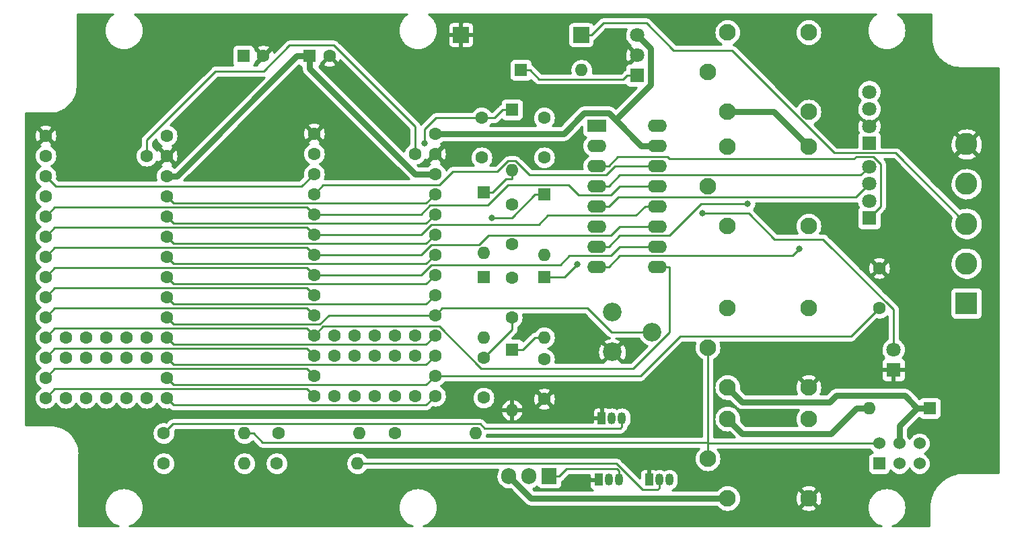
<source format=gbr>
G04 #@! TF.GenerationSoftware,KiCad,Pcbnew,5.99.0-unknown-ff9612b6da~131~ubuntu20.04.1*
G04 #@! TF.CreationDate,2021-08-29T13:57:06+09:00*
G04 #@! TF.ProjectId,Hyperwiper 2020 production prototype,48797065-7277-4697-9065-722032303230,V2.1.3*
G04 #@! TF.SameCoordinates,Original*
G04 #@! TF.FileFunction,Copper,L1,Top*
G04 #@! TF.FilePolarity,Positive*
%FSLAX46Y46*%
G04 Gerber Fmt 4.6, Leading zero omitted, Abs format (unit mm)*
G04 Created by KiCad (PCBNEW 5.99.0-unknown-ff9612b6da~131~ubuntu20.04.1) date 2021-08-29 13:57:06*
%MOMM*%
%LPD*%
G01*
G04 APERTURE LIST*
G04 #@! TA.AperFunction,ComponentPad*
%ADD10O,1.600000X1.600000*%
G04 #@! TD*
G04 #@! TA.AperFunction,ComponentPad*
%ADD11R,1.600000X1.600000*%
G04 #@! TD*
G04 #@! TA.AperFunction,ComponentPad*
%ADD12R,1.800000X1.800000*%
G04 #@! TD*
G04 #@! TA.AperFunction,ComponentPad*
%ADD13C,1.800000*%
G04 #@! TD*
G04 #@! TA.AperFunction,ComponentPad*
%ADD14C,1.600000*%
G04 #@! TD*
G04 #@! TA.AperFunction,ComponentPad*
%ADD15C,2.100000*%
G04 #@! TD*
G04 #@! TA.AperFunction,ComponentPad*
%ADD16R,2.800000X2.800000*%
G04 #@! TD*
G04 #@! TA.AperFunction,ComponentPad*
%ADD17C,2.800000*%
G04 #@! TD*
G04 #@! TA.AperFunction,SMDPad,CuDef*
%ADD18R,2.000000X2.000000*%
G04 #@! TD*
G04 #@! TA.AperFunction,ComponentPad*
%ADD19R,1.050000X1.500000*%
G04 #@! TD*
G04 #@! TA.AperFunction,ComponentPad*
%ADD20O,1.050000X1.500000*%
G04 #@! TD*
G04 #@! TA.AperFunction,ComponentPad*
%ADD21R,1.905000X2.000000*%
G04 #@! TD*
G04 #@! TA.AperFunction,ComponentPad*
%ADD22O,1.905000X2.000000*%
G04 #@! TD*
G04 #@! TA.AperFunction,ComponentPad*
%ADD23C,2.340000*%
G04 #@! TD*
G04 #@! TA.AperFunction,ComponentPad*
%ADD24R,2.400000X1.600000*%
G04 #@! TD*
G04 #@! TA.AperFunction,ComponentPad*
%ADD25O,2.400000X1.600000*%
G04 #@! TD*
G04 #@! TA.AperFunction,ComponentPad*
%ADD26R,1.524000X1.524000*%
G04 #@! TD*
G04 #@! TA.AperFunction,ComponentPad*
%ADD27C,1.524000*%
G04 #@! TD*
G04 #@! TA.AperFunction,ViaPad*
%ADD28C,0.800000*%
G04 #@! TD*
G04 #@! TA.AperFunction,Conductor*
%ADD29C,0.250000*%
G04 #@! TD*
G04 #@! TA.AperFunction,Conductor*
%ADD30C,0.750000*%
G04 #@! TD*
G04 #@! TA.AperFunction,Conductor*
%ADD31C,0.254000*%
G04 #@! TD*
G04 APERTURE END LIST*
D10*
G04 #@! TO.P,D11,2,A*
G04 #@! TO.N,Net-(J1-Pad2)*
X184150000Y-105410000D03*
D11*
G04 #@! TO.P,D11,1,K*
G04 #@! TO.N,Net-(J1-Pad1)*
X191770000Y-105410000D03*
G04 #@! TD*
D10*
G04 #@! TO.P,D10,2,A*
G04 #@! TO.N,/12V*
X147955000Y-62865000D03*
D11*
G04 #@! TO.P,D10,1,K*
G04 #@! TO.N,Net-(U2-Pad1)*
X140335000Y-62865000D03*
G04 #@! TD*
D12*
G04 #@! TO.P,D2,1,RA*
G04 #@! TO.N,Net-(D2-Pad1)*
X184150000Y-81472000D03*
D13*
G04 #@! TO.P,D2,2,K*
G04 #@! TO.N,GND*
X184150000Y-79313000D03*
G04 #@! TO.P,D2,3,BA*
G04 #@! TO.N,Net-(D2-Pad3)*
X184150000Y-77154000D03*
G04 #@! TO.P,D2,4,GA*
G04 #@! TO.N,Net-(D2-Pad4)*
X184150000Y-74995000D03*
G04 #@! TD*
D14*
G04 #@! TO.P,C7,1*
G04 #@! TO.N,Net-(C5-Pad2)*
X139192000Y-93980000D03*
G04 #@! TO.P,C7,2*
G04 #@! TO.N,Net-(C7-Pad2)*
X139192000Y-88980000D03*
G04 #@! TD*
D15*
G04 #@! TO.P,RLY2,1*
G04 #@! TO.N,Net-(J1-Pad2)*
X166330000Y-68119000D03*
G04 #@! TO.P,RLY2,2*
G04 #@! TO.N,Net-(Q2-Pad3)*
X176530000Y-68119000D03*
G04 #@! TO.P,RLY2,3*
G04 #@! TO.N,Net-(J1-Pad2)*
X176530000Y-58119000D03*
G04 #@! TO.P,RLY2,4*
G04 #@! TO.N,unconnected-(RLY2-Pad4)*
X166330000Y-58119000D03*
G04 #@! TO.P,RLY2,5*
G04 #@! TO.N,/12V*
X163830000Y-63119000D03*
G04 #@! TD*
D14*
G04 #@! TO.P,C9,1*
G04 #@! TO.N,Net-(C9-Pad1)*
X139192000Y-84796000D03*
G04 #@! TO.P,C9,2*
G04 #@! TO.N,Net-(C5-Pad1)*
X139192000Y-79796000D03*
G04 #@! TD*
G04 #@! TO.P,R3,1*
G04 #@! TO.N,/A13*
X124460000Y-108585000D03*
D10*
G04 #@! TO.P,R3,2*
G04 #@! TO.N,Net-(Q3-Pad2)*
X134620000Y-108585000D03*
G04 #@! TD*
D11*
G04 #@! TO.P,D9,1,K*
G04 #@! TO.N,Net-(C8-Pad2)*
X139192000Y-67818000D03*
D10*
G04 #@! TO.P,D9,2,A*
G04 #@! TO.N,Net-(C7-Pad2)*
X139192000Y-75438000D03*
G04 #@! TD*
D11*
G04 #@! TO.P,D5,1,K*
G04 #@! TO.N,Net-(C4-Pad2)*
X143256000Y-88900000D03*
D10*
G04 #@! TO.P,D5,2,A*
G04 #@! TO.N,Net-(C5-Pad1)*
X143256000Y-96520000D03*
G04 #@! TD*
D16*
G04 #@! TO.P,J1,1,Pin_1*
G04 #@! TO.N,Net-(J1-Pad1)*
X196396000Y-92195500D03*
D17*
G04 #@! TO.P,J1,2,Pin_2*
G04 #@! TO.N,Net-(J1-Pad2)*
X196396000Y-87195500D03*
G04 #@! TO.P,J1,3,Pin_3*
G04 #@! TO.N,/A21*
X196396000Y-82195500D03*
G04 #@! TO.P,J1,4,Pin_4*
G04 #@! TO.N,unconnected-(J1-Pad4)*
X196396000Y-77195500D03*
G04 #@! TO.P,J1,5,Pin_5*
G04 #@! TO.N,GND*
X196396000Y-72195500D03*
G04 #@! TD*
D18*
G04 #@! TO.P,SW2,1,1*
G04 #@! TO.N,/A21*
X147895000Y-58420000D03*
G04 #@! TO.P,SW2,2,2*
G04 #@! TO.N,GND*
X132775000Y-58420000D03*
G04 #@! TD*
D14*
G04 #@! TO.P,R2,1*
G04 #@! TO.N,/A12*
X109601000Y-112395000D03*
D10*
G04 #@! TO.P,R2,2*
G04 #@! TO.N,Net-(Q2-Pad2)*
X119761000Y-112395000D03*
G04 #@! TD*
D19*
G04 #@! TO.P,Q3,1,E*
G04 #@! TO.N,GND*
X150114000Y-114418500D03*
D20*
G04 #@! TO.P,Q3,2,B*
G04 #@! TO.N,Net-(Q3-Pad2)*
X151384000Y-114418500D03*
G04 #@! TO.P,Q3,3,C*
G04 #@! TO.N,Net-(Q1-Pad1)*
X152654000Y-114418500D03*
G04 #@! TD*
D21*
G04 #@! TO.P,Q1,1,G*
G04 #@! TO.N,Net-(Q1-Pad1)*
X143891000Y-113990000D03*
D22*
G04 #@! TO.P,Q1,2,D*
G04 #@! TO.N,Net-(J1-Pad2)*
X141351000Y-113990000D03*
G04 #@! TO.P,Q1,3,S*
G04 #@! TO.N,Net-(J1-Pad1)*
X138811000Y-113990000D03*
G04 #@! TD*
D14*
G04 #@! TO.P,C5,1*
G04 #@! TO.N,Net-(C5-Pad1)*
X135636000Y-104120000D03*
G04 #@! TO.P,C5,2*
G04 #@! TO.N,Net-(C5-Pad2)*
X135636000Y-99120000D03*
G04 #@! TD*
D15*
G04 #@! TO.P,RLY4,1*
G04 #@! TO.N,Net-(J1-Pad1)*
X166330000Y-102790000D03*
G04 #@! TO.P,RLY4,2*
G04 #@! TO.N,GND*
X176530000Y-102790000D03*
G04 #@! TO.P,RLY4,3*
G04 #@! TO.N,unconnected-(RLY4-Pad3)*
X176530000Y-92790000D03*
G04 #@! TO.P,RLY4,4*
G04 #@! TO.N,Net-(J1-Pad2)*
X166330000Y-92790000D03*
G04 #@! TO.P,RLY4,5*
G04 #@! TO.N,/12V*
X163830000Y-97790000D03*
G04 #@! TD*
D14*
G04 #@! TO.P,C4,1*
G04 #@! TO.N,GND*
X143256000Y-104267000D03*
G04 #@! TO.P,C4,2*
G04 #@! TO.N,Net-(C4-Pad2)*
X143256000Y-99267000D03*
G04 #@! TD*
D19*
G04 #@! TO.P,Q2,1,E*
G04 #@! TO.N,GND*
X156464000Y-114418500D03*
D20*
G04 #@! TO.P,Q2,2,B*
G04 #@! TO.N,Net-(Q2-Pad2)*
X157734000Y-114418500D03*
G04 #@! TO.P,Q2,3,C*
G04 #@! TO.N,Net-(Q2-Pad3)*
X159004000Y-114418500D03*
G04 #@! TD*
D23*
G04 #@! TO.P,RV1,1,1*
G04 #@! TO.N,GND*
X151805000Y-98360000D03*
G04 #@! TO.P,RV1,2,2*
G04 #@! TO.N,/A24*
X156805000Y-95860000D03*
G04 #@! TO.P,RV1,3,3*
G04 #@! TO.N,+3V3*
X151805000Y-93360000D03*
G04 #@! TD*
D24*
G04 #@! TO.P,RN1,1,R1.1*
G04 #@! TO.N,unconnected-(RN1-Pad1)*
X149860000Y-69850000D03*
D25*
G04 #@! TO.P,RN1,2,R2.1*
G04 #@! TO.N,Net-(D3-Pad2)*
X149860000Y-72390000D03*
G04 #@! TO.P,RN1,3,R3.1*
G04 #@! TO.N,Net-(D2-Pad1)*
X149860000Y-74930000D03*
G04 #@! TO.P,RN1,4,R4.1*
G04 #@! TO.N,Net-(D2-Pad4)*
X149860000Y-77470000D03*
G04 #@! TO.P,RN1,5,R5.1*
G04 #@! TO.N,Net-(D2-Pad3)*
X149860000Y-80010000D03*
G04 #@! TO.P,RN1,6,R6.1*
G04 #@! TO.N,Net-(D1-Pad1)*
X149860000Y-82550000D03*
G04 #@! TO.P,RN1,7,R7.1*
G04 #@! TO.N,Net-(D1-Pad4)*
X149860000Y-85090000D03*
G04 #@! TO.P,RN1,8,R8.1*
G04 #@! TO.N,Net-(D1-Pad3)*
X149860000Y-87630000D03*
G04 #@! TO.P,RN1,9,R8.2*
G04 #@! TO.N,/A11*
X157480000Y-87630000D03*
G04 #@! TO.P,RN1,10,R7.2*
G04 #@! TO.N,/A8*
X157480000Y-85090000D03*
G04 #@! TO.P,RN1,11,R6.2*
G04 #@! TO.N,/A7*
X157480000Y-82550000D03*
G04 #@! TO.P,RN1,12,R5.2*
G04 #@! TO.N,/A6*
X157480000Y-80010000D03*
G04 #@! TO.P,RN1,13,R4.2*
G04 #@! TO.N,/A5*
X157480000Y-77470000D03*
G04 #@! TO.P,RN1,14,R3.2*
G04 #@! TO.N,/A4*
X157480000Y-74930000D03*
G04 #@! TO.P,RN1,15,R2.2*
G04 #@! TO.N,/5V*
X157480000Y-72390000D03*
G04 #@! TO.P,RN1,16,R1.2*
G04 #@! TO.N,unconnected-(RN1-Pad16)*
X157480000Y-69850000D03*
G04 #@! TD*
D14*
G04 #@! TO.P,C1,1*
G04 #@! TO.N,/A21*
X185420000Y-92797000D03*
G04 #@! TO.P,C1,2*
G04 #@! TO.N,GND*
X185420000Y-87797000D03*
G04 #@! TD*
D11*
G04 #@! TO.P,D7,1,K*
G04 #@! TO.N,Net-(C6-Pad2)*
X143256000Y-78486000D03*
D10*
G04 #@! TO.P,D7,2,A*
G04 #@! TO.N,Net-(C5-Pad2)*
X143256000Y-86106000D03*
G04 #@! TD*
D11*
G04 #@! TO.P,D8,1,K*
G04 #@! TO.N,Net-(C7-Pad2)*
X135636000Y-78232000D03*
D10*
G04 #@! TO.P,D8,2,A*
G04 #@! TO.N,Net-(C6-Pad2)*
X135636000Y-85852000D03*
G04 #@! TD*
D14*
G04 #@! TO.P,R4,1*
G04 #@! TO.N,/A23*
X95377000Y-112395000D03*
D10*
G04 #@! TO.P,R4,2*
G04 #@! TO.N,Net-(Q4-Pad2)*
X105537000Y-112395000D03*
G04 #@! TD*
D11*
G04 #@! TO.P,C2,1*
G04 #@! TO.N,+3V3*
X113729900Y-61087000D03*
D14*
G04 #@! TO.P,C2,2*
G04 #@! TO.N,GND*
X116229900Y-61087000D03*
G04 #@! TD*
G04 #@! TO.P,R5,1*
G04 #@! TO.N,Net-(C9-Pad1)*
X95377000Y-108585000D03*
D10*
G04 #@! TO.P,R5,2*
G04 #@! TO.N,/12V*
X105537000Y-108585000D03*
G04 #@! TD*
D14*
G04 #@! TO.P,U1,1,GND*
G04 #@! TO.N,GND*
X114300000Y-70866000D03*
G04 #@! TO.P,U1,2,0_RX1_CRX2_CS1*
G04 #@! TO.N,/A2*
X114300000Y-73406000D03*
G04 #@! TO.P,U1,3,1_TX1_CTX2_MISO1*
G04 #@! TO.N,/A3*
X114300000Y-75946000D03*
G04 #@! TO.P,U1,4,2_OUT2*
G04 #@! TO.N,/A4*
X114300000Y-78486000D03*
G04 #@! TO.P,U1,5,3_LRCLK2*
G04 #@! TO.N,/A5*
X114300000Y-81026000D03*
G04 #@! TO.P,U1,6,4_BCLK2*
G04 #@! TO.N,/A6*
X114300000Y-83566000D03*
G04 #@! TO.P,U1,7,5_IN2*
G04 #@! TO.N,/A7*
X114300000Y-86106000D03*
G04 #@! TO.P,U1,8,6_OUT1D*
G04 #@! TO.N,/A8*
X114300000Y-88646000D03*
G04 #@! TO.P,U1,9,7_RX2_OUT1A*
G04 #@! TO.N,/A9*
X114300000Y-91186000D03*
G04 #@! TO.P,U1,10,8_TX2_IN1*
G04 #@! TO.N,/A10*
X114300000Y-93726000D03*
G04 #@! TO.P,U1,11,9_OUT1C*
G04 #@! TO.N,/A11*
X114300000Y-96266000D03*
G04 #@! TO.P,U1,12,10_CS_MQSR*
G04 #@! TO.N,/A12*
X114300000Y-98806000D03*
G04 #@! TO.P,U1,13,11_MOSI_CTX1*
G04 #@! TO.N,/A13*
X114300000Y-101346000D03*
G04 #@! TO.P,U1,14,12_MISO_MQSL*
G04 #@! TO.N,/A14*
X114300000Y-103886000D03*
G04 #@! TO.P,U1,15,VBAT*
G04 #@! TO.N,unconnected-(U1-Pad15)*
X116840000Y-103886000D03*
G04 #@! TO.P,U1,16,3V3*
G04 #@! TO.N,unconnected-(U1-Pad16)*
X119380000Y-103886000D03*
G04 #@! TO.P,U1,17,GND*
G04 #@! TO.N,unconnected-(U1-Pad17)*
X121920000Y-103886000D03*
G04 #@! TO.P,U1,18,PROGRAM*
G04 #@! TO.N,unconnected-(U1-Pad18)*
X124460000Y-103886000D03*
G04 #@! TO.P,U1,19,ON_OFF*
G04 #@! TO.N,unconnected-(U1-Pad19)*
X127000000Y-103886000D03*
G04 #@! TO.P,U1,20,13_SCK_CRX1_LED*
G04 #@! TO.N,/A20*
X129540000Y-103886000D03*
G04 #@! TO.P,U1,21,14_A0_TX3_SPDIF_OUT*
G04 #@! TO.N,/A21*
X129540000Y-101346000D03*
G04 #@! TO.P,U1,22,15_A1_RX3_SPDIF_IN*
G04 #@! TO.N,/A22*
X129540000Y-98806000D03*
G04 #@! TO.P,U1,23,16_A2_RX4_SCL1*
G04 #@! TO.N,/A23*
X129540000Y-96266000D03*
G04 #@! TO.P,U1,24,17_A3_TX4_SDA1*
G04 #@! TO.N,/A24*
X129540000Y-93726000D03*
G04 #@! TO.P,U1,25,18_A4_SDA0*
G04 #@! TO.N,/A25*
X129540000Y-91186000D03*
G04 #@! TO.P,U1,26,19_A5_SCL0*
G04 #@! TO.N,/A26*
X129540000Y-88646000D03*
G04 #@! TO.P,U1,27,20_A6_TX5_LRCLK1*
G04 #@! TO.N,/A27*
X129540000Y-86106000D03*
G04 #@! TO.P,U1,28,21_A7_RX5_BCLK1*
G04 #@! TO.N,/A28*
X129540000Y-83566000D03*
G04 #@! TO.P,U1,29,22_A8_CTX1*
G04 #@! TO.N,/B26*
X129540000Y-81026000D03*
G04 #@! TO.P,U1,30,23_A9_CRX1_MCLK1*
G04 #@! TO.N,/B25*
X129540000Y-78486000D03*
G04 #@! TO.P,U1,31,3V3*
G04 #@! TO.N,+3V3*
X129540000Y-75946000D03*
G04 #@! TO.P,U1,32,GND*
G04 #@! TO.N,GND*
X129540000Y-73406000D03*
G04 #@! TO.P,U1,33,VIN*
G04 #@! TO.N,/5V*
X129540000Y-70866000D03*
G04 #@! TO.P,U1,34,VUSB*
G04 #@! TO.N,/B21*
X127000000Y-73406000D03*
G04 #@! TO.P,U1,35,24_A10_TX6_SCL2*
G04 #@! TO.N,unconnected-(U1-Pad35)*
X127000000Y-98806000D03*
G04 #@! TO.P,U1,36,25_A11_RX6_SDA2*
G04 #@! TO.N,unconnected-(U1-Pad36)*
X127000000Y-96266000D03*
G04 #@! TO.P,U1,37,26_A12_MOSI1*
G04 #@! TO.N,unconnected-(U1-Pad37)*
X124460000Y-98806000D03*
G04 #@! TO.P,U1,38,27_A13_SCK1*
G04 #@! TO.N,unconnected-(U1-Pad38)*
X124460000Y-96266000D03*
G04 #@! TO.P,U1,39,28_RX7*
G04 #@! TO.N,unconnected-(U1-Pad39)*
X121920000Y-98806000D03*
G04 #@! TO.P,U1,40,29_TX7*
G04 #@! TO.N,unconnected-(U1-Pad40)*
X121920000Y-96266000D03*
G04 #@! TO.P,U1,41,30_CRX3*
G04 #@! TO.N,unconnected-(U1-Pad41)*
X119380000Y-98806000D03*
G04 #@! TO.P,U1,42,31_CTX3*
G04 #@! TO.N,unconnected-(U1-Pad42)*
X119380000Y-96266000D03*
G04 #@! TO.P,U1,43,32_OUT1B*
G04 #@! TO.N,unconnected-(U1-Pad43)*
X116840000Y-98806000D03*
G04 #@! TO.P,U1,44,33_MCLK2*
G04 #@! TO.N,unconnected-(U1-Pad44)*
X116840000Y-96266000D03*
G04 #@! TD*
G04 #@! TO.P,U3,1,GND*
G04 #@! TO.N,GND*
X80518000Y-71120000D03*
G04 #@! TO.P,U3,2,0_RX1_CRX2_CS1*
G04 #@! TO.N,/A2*
X80518000Y-73660000D03*
G04 #@! TO.P,U3,3,1_TX1_CTX2_MISO1*
G04 #@! TO.N,/A3*
X80518000Y-76200000D03*
G04 #@! TO.P,U3,4,2_OUT2*
G04 #@! TO.N,/A4*
X80518000Y-78740000D03*
G04 #@! TO.P,U3,5,3_LRCLK2*
G04 #@! TO.N,/A5*
X80518000Y-81280000D03*
G04 #@! TO.P,U3,6,4_BCLK2*
G04 #@! TO.N,/A6*
X80518000Y-83820000D03*
G04 #@! TO.P,U3,7,5_IN2*
G04 #@! TO.N,/A7*
X80518000Y-86360000D03*
G04 #@! TO.P,U3,8,6_OUT1D*
G04 #@! TO.N,/A8*
X80518000Y-88900000D03*
G04 #@! TO.P,U3,9,7_RX2_OUT1A*
G04 #@! TO.N,/A9*
X80518000Y-91440000D03*
G04 #@! TO.P,U3,10,8_TX2_IN1*
G04 #@! TO.N,/A10*
X80518000Y-93980000D03*
G04 #@! TO.P,U3,11,9_OUT1C*
G04 #@! TO.N,/A11*
X80518000Y-96520000D03*
G04 #@! TO.P,U3,12,10_CS_MQSR*
G04 #@! TO.N,/A12*
X80518000Y-99060000D03*
G04 #@! TO.P,U3,13,11_MOSI_CTX1*
G04 #@! TO.N,/A13*
X80518000Y-101600000D03*
G04 #@! TO.P,U3,14,12_MISO_MQSL*
G04 #@! TO.N,/A14*
X80518000Y-104140000D03*
G04 #@! TO.P,U3,15,VBAT*
G04 #@! TO.N,unconnected-(U3-Pad15)*
X83058000Y-104140000D03*
G04 #@! TO.P,U3,16,3V3*
G04 #@! TO.N,unconnected-(U3-Pad16)*
X85598000Y-104140000D03*
G04 #@! TO.P,U3,17,GND*
G04 #@! TO.N,unconnected-(U3-Pad17)*
X88138000Y-104140000D03*
G04 #@! TO.P,U3,18,PROGRAM*
G04 #@! TO.N,unconnected-(U3-Pad18)*
X90678000Y-104140000D03*
G04 #@! TO.P,U3,19,ON_OFF*
G04 #@! TO.N,unconnected-(U3-Pad19)*
X93218000Y-104140000D03*
G04 #@! TO.P,U3,20,13_SCK_CRX1_LED*
G04 #@! TO.N,/A20*
X95758000Y-104140000D03*
G04 #@! TO.P,U3,21,14_A0_TX3_SPDIF_OUT*
G04 #@! TO.N,/A21*
X95758000Y-101600000D03*
G04 #@! TO.P,U3,22,15_A1_RX3_SPDIF_IN*
G04 #@! TO.N,/A22*
X95758000Y-99060000D03*
G04 #@! TO.P,U3,23,16_A2_RX4_SCL1*
G04 #@! TO.N,/A23*
X95758000Y-96520000D03*
G04 #@! TO.P,U3,24,17_A3_TX4_SDA1*
G04 #@! TO.N,/A24*
X95758000Y-93980000D03*
G04 #@! TO.P,U3,25,18_A4_SDA0*
G04 #@! TO.N,/A25*
X95758000Y-91440000D03*
G04 #@! TO.P,U3,26,19_A5_SCL0*
G04 #@! TO.N,/A26*
X95758000Y-88900000D03*
G04 #@! TO.P,U3,27,20_A6_TX5_LRCLK1*
G04 #@! TO.N,/A27*
X95758000Y-86360000D03*
G04 #@! TO.P,U3,28,21_A7_RX5_BCLK1*
G04 #@! TO.N,/A28*
X95758000Y-83820000D03*
G04 #@! TO.P,U3,29,22_A8_CTX1*
G04 #@! TO.N,/B26*
X95758000Y-81280000D03*
G04 #@! TO.P,U3,30,23_A9_CRX1_MCLK1*
G04 #@! TO.N,/B25*
X95758000Y-78740000D03*
G04 #@! TO.P,U3,31,3V3*
G04 #@! TO.N,+3V3*
X95758000Y-76200000D03*
G04 #@! TO.P,U3,32,GND*
G04 #@! TO.N,GND*
X95758000Y-73660000D03*
G04 #@! TO.P,U3,33,VIN*
G04 #@! TO.N,/5V*
X95758000Y-71120000D03*
G04 #@! TO.P,U3,34,VUSB*
G04 #@! TO.N,/B21*
X93218000Y-73660000D03*
G04 #@! TO.P,U3,35,24_A10_TX6_SCL2*
G04 #@! TO.N,unconnected-(U3-Pad35)*
X93218000Y-99060000D03*
G04 #@! TO.P,U3,36,25_A11_RX6_SDA2*
G04 #@! TO.N,unconnected-(U3-Pad36)*
X93218000Y-96520000D03*
G04 #@! TO.P,U3,37,26_A12_MOSI1*
G04 #@! TO.N,unconnected-(U3-Pad37)*
X90678000Y-99060000D03*
G04 #@! TO.P,U3,38,27_A13_SCK1*
G04 #@! TO.N,unconnected-(U3-Pad38)*
X90678000Y-96520000D03*
G04 #@! TO.P,U3,39,28_RX7*
G04 #@! TO.N,unconnected-(U3-Pad39)*
X88138000Y-99060000D03*
G04 #@! TO.P,U3,40,29_TX7*
G04 #@! TO.N,unconnected-(U3-Pad40)*
X88138000Y-96520000D03*
G04 #@! TO.P,U3,41,30_CRX3*
G04 #@! TO.N,unconnected-(U3-Pad41)*
X85598000Y-99060000D03*
G04 #@! TO.P,U3,42,31_CTX3*
G04 #@! TO.N,unconnected-(U3-Pad42)*
X85598000Y-96520000D03*
G04 #@! TO.P,U3,43,32_OUT1B*
G04 #@! TO.N,unconnected-(U3-Pad43)*
X83058000Y-99060000D03*
G04 #@! TO.P,U3,44,33_MCLK2*
G04 #@! TO.N,unconnected-(U3-Pad44)*
X83058000Y-96520000D03*
G04 #@! TD*
G04 #@! TO.P,R1,1*
G04 #@! TO.N,Net-(C8-Pad2)*
X109855000Y-108585000D03*
D10*
G04 #@! TO.P,R1,2*
G04 #@! TO.N,Net-(Q1-Pad1)*
X120015000Y-108585000D03*
G04 #@! TD*
D15*
G04 #@! TO.P,RLY3,1*
G04 #@! TO.N,Net-(J1-Pad2)*
X166330000Y-82470000D03*
G04 #@! TO.P,RLY3,2*
G04 #@! TO.N,Net-(Q2-Pad3)*
X176530000Y-82470000D03*
G04 #@! TO.P,RLY3,3*
G04 #@! TO.N,Net-(J1-Pad2)*
X176530000Y-72470000D03*
G04 #@! TO.P,RLY3,4*
G04 #@! TO.N,unconnected-(RLY3-Pad4)*
X166330000Y-72470000D03*
G04 #@! TO.P,RLY3,5*
G04 #@! TO.N,/12V*
X163830000Y-77470000D03*
G04 #@! TD*
D19*
G04 #@! TO.P,Q4,1,E*
G04 #@! TO.N,GND*
X150495000Y-106680000D03*
D20*
G04 #@! TO.P,Q4,2,B*
G04 #@! TO.N,Net-(Q4-Pad2)*
X151765000Y-106680000D03*
G04 #@! TO.P,Q4,3,C*
G04 #@! TO.N,Net-(C9-Pad1)*
X153035000Y-106680000D03*
G04 #@! TD*
D11*
G04 #@! TO.P,D4,1,K*
G04 #@! TO.N,Net-(C5-Pad1)*
X139192000Y-98044000D03*
D10*
G04 #@! TO.P,D4,2,A*
G04 #@! TO.N,GND*
X139192000Y-105664000D03*
G04 #@! TD*
D11*
G04 #@! TO.P,C3,1*
G04 #@! TO.N,/5V*
X105410000Y-61087000D03*
D14*
G04 #@! TO.P,C3,2*
G04 #@! TO.N,GND*
X107910000Y-61087000D03*
G04 #@! TD*
D26*
G04 #@! TO.P,SW1,1*
G04 #@! TO.N,N/C*
X185420000Y-112395000D03*
D27*
G04 #@! TO.P,SW1,2*
X187960000Y-112395000D03*
G04 #@! TO.P,SW1,3*
X190500000Y-112395000D03*
G04 #@! TO.P,SW1,4,A*
G04 #@! TO.N,unconnected-(SW1-Pad4)*
X190500000Y-109855000D03*
G04 #@! TO.P,SW1,5,B*
G04 #@! TO.N,Net-(J1-Pad1)*
X187960000Y-109855000D03*
G04 #@! TO.P,SW1,6,C*
G04 #@! TO.N,/12V*
X185420000Y-109855000D03*
G04 #@! TD*
D14*
G04 #@! TO.P,C8,1*
G04 #@! TO.N,Net-(C6-Pad2)*
X135382000Y-73874000D03*
G04 #@! TO.P,C8,2*
G04 #@! TO.N,Net-(C8-Pad2)*
X135382000Y-68874000D03*
G04 #@! TD*
G04 #@! TO.P,C6,1*
G04 #@! TO.N,Net-(C4-Pad2)*
X143256000Y-73874000D03*
G04 #@! TO.P,C6,2*
G04 #@! TO.N,Net-(C6-Pad2)*
X143256000Y-68874000D03*
G04 #@! TD*
D12*
G04 #@! TO.P,D3,1,K*
G04 #@! TO.N,GND*
X187198000Y-100589000D03*
D13*
G04 #@! TO.P,D3,2,A*
G04 #@! TO.N,Net-(D3-Pad2)*
X187198000Y-98049000D03*
G04 #@! TD*
D15*
G04 #@! TO.P,RLY1,1*
G04 #@! TO.N,Net-(J1-Pad1)*
X166330000Y-116760000D03*
G04 #@! TO.P,RLY1,2*
G04 #@! TO.N,GND*
X176530000Y-116760000D03*
G04 #@! TO.P,RLY1,3*
G04 #@! TO.N,unconnected-(RLY1-Pad3)*
X176530000Y-106760000D03*
G04 #@! TO.P,RLY1,4*
G04 #@! TO.N,Net-(J1-Pad2)*
X166330000Y-106760000D03*
G04 #@! TO.P,RLY1,5*
G04 #@! TO.N,/12V*
X163830000Y-111760000D03*
G04 #@! TD*
D12*
G04 #@! TO.P,D1,1,RA*
G04 #@! TO.N,Net-(D1-Pad1)*
X184150000Y-72074000D03*
D13*
G04 #@! TO.P,D1,2,K*
G04 #@! TO.N,GND*
X184150000Y-69915000D03*
G04 #@! TO.P,D1,3,BA*
G04 #@! TO.N,Net-(D1-Pad3)*
X184150000Y-67756000D03*
G04 #@! TO.P,D1,4,GA*
G04 #@! TO.N,Net-(D1-Pad4)*
X184150000Y-65597000D03*
G04 #@! TD*
D11*
G04 #@! TO.P,D6,1,K*
G04 #@! TO.N,Net-(C5-Pad2)*
X135636000Y-88900000D03*
D10*
G04 #@! TO.P,D6,2,A*
G04 #@! TO.N,Net-(C4-Pad2)*
X135636000Y-96520000D03*
G04 #@! TD*
D12*
G04 #@! TO.P,U2,1,IN*
G04 #@! TO.N,Net-(U2-Pad1)*
X154940000Y-63500000D03*
D13*
G04 #@! TO.P,U2,2,GND*
G04 #@! TO.N,GND*
X154940000Y-60960000D03*
G04 #@! TO.P,U2,3,OUT*
G04 #@! TO.N,/5V*
X154940000Y-58420000D03*
G04 #@! TD*
D28*
G04 #@! TO.N,Net-(C8-Pad2)*
X128211500Y-72077400D03*
G04 #@! TO.N,Net-(C6-Pad2)*
X136653300Y-81439700D03*
G04 #@! TO.N,Net-(C4-Pad2)*
X147443800Y-87315200D03*
G04 #@! TO.N,Net-(D3-Pad2)*
X163137400Y-80892700D03*
G04 #@! TO.N,Net-(D1-Pad3)*
X175371800Y-85355900D03*
G04 #@! TO.N,Net-(D1-Pad4)*
X168874100Y-79720300D03*
G04 #@! TD*
D29*
G04 #@! TO.N,Net-(U2-Pad1)*
X142585600Y-63990300D02*
X141460300Y-62865000D01*
X153224400Y-63990300D02*
X142585600Y-63990300D01*
X153714700Y-63500000D02*
X153224400Y-63990300D01*
X154940000Y-63500000D02*
X153714700Y-63500000D01*
X140335000Y-62865000D02*
X141460300Y-62865000D01*
G04 #@! TO.N,/12V*
X105537000Y-108585000D02*
X106662300Y-108585000D01*
X107815400Y-109738100D02*
X106662300Y-108585000D01*
X163830000Y-109738100D02*
X107815400Y-109738100D01*
X163830000Y-109738100D02*
X163830000Y-97790000D01*
X185420000Y-109855000D02*
X163830000Y-109855000D01*
X163830000Y-111760000D02*
X163830000Y-109855000D01*
X163830000Y-109855000D02*
X163830000Y-109738100D01*
D30*
G04 #@! TO.N,Net-(J1-Pad2)*
X172179000Y-68119000D02*
X166330000Y-68119000D01*
X176530000Y-72470000D02*
X172179000Y-68119000D01*
X179348600Y-108636100D02*
X182574700Y-105410000D01*
X168206100Y-108636100D02*
X179348600Y-108636100D01*
X166330000Y-106760000D02*
X168206100Y-108636100D01*
X184150000Y-105410000D02*
X182574700Y-105410000D01*
G04 #@! TO.N,Net-(J1-Pad1)*
X188619400Y-103834700D02*
X190194700Y-105410000D01*
X179990800Y-103834700D02*
X188619400Y-103834700D01*
X179195600Y-104629900D02*
X179990800Y-103834700D01*
X168169900Y-104629900D02*
X179195600Y-104629900D01*
X166330000Y-102790000D02*
X168169900Y-104629900D01*
X191770000Y-105410000D02*
X190194700Y-105410000D01*
X187960000Y-107644700D02*
X190194700Y-105410000D01*
X187960000Y-109855000D02*
X187960000Y-107644700D01*
X141581000Y-116760000D02*
X138811000Y-113990000D01*
X166330000Y-116760000D02*
X141581000Y-116760000D01*
D29*
G04 #@! TO.N,/A10*
X113412600Y-92838600D02*
X114300000Y-93726000D01*
X81659400Y-92838600D02*
X113412600Y-92838600D01*
X80518000Y-93980000D02*
X81659400Y-92838600D01*
G04 #@! TO.N,/A9*
X113412600Y-90298600D02*
X114300000Y-91186000D01*
X81659400Y-90298600D02*
X113412600Y-90298600D01*
X80518000Y-91440000D02*
X81659400Y-90298600D01*
G04 #@! TO.N,/A3*
X112720600Y-77525400D02*
X114300000Y-75946000D01*
X81843400Y-77525400D02*
X112720600Y-77525400D01*
X80518000Y-76200000D02*
X81843400Y-77525400D01*
G04 #@! TO.N,/A4*
X115425400Y-77360600D02*
X114300000Y-78486000D01*
X130030000Y-77360600D02*
X115425400Y-77360600D01*
X131726900Y-75663700D02*
X130030000Y-77360600D01*
X137374900Y-75663700D02*
X131726900Y-75663700D01*
X137374900Y-75663600D02*
X137374900Y-75663700D01*
X138725800Y-74312700D02*
X137374900Y-75663600D01*
X139658200Y-74312700D02*
X138725800Y-74312700D01*
X141415100Y-76069600D02*
X139658200Y-74312700D01*
X151049800Y-76069600D02*
X141415100Y-76069600D01*
X152189400Y-74930000D02*
X151049800Y-76069600D01*
X157480000Y-74930000D02*
X152189400Y-74930000D01*
G04 #@! TO.N,/A5*
X127792700Y-81026000D02*
X114300000Y-81026000D01*
X128918200Y-79900500D02*
X127792700Y-81026000D01*
X136137400Y-79900500D02*
X128918200Y-79900500D01*
X138677300Y-77360600D02*
X136137400Y-79900500D01*
X146358000Y-77360600D02*
X138677300Y-77360600D01*
X147593100Y-78595700D02*
X146358000Y-77360600D01*
X151669600Y-78595700D02*
X147593100Y-78595700D01*
X152795300Y-77470000D02*
X151669600Y-78595700D01*
X157480000Y-77470000D02*
X152795300Y-77470000D01*
X113408100Y-80134100D02*
X114300000Y-81026000D01*
X81663900Y-80134100D02*
X113408100Y-80134100D01*
X80518000Y-81280000D02*
X81663900Y-80134100D01*
G04 #@! TO.N,/A6*
X113408100Y-82674100D02*
X114300000Y-83566000D01*
X81663900Y-82674100D02*
X113408100Y-82674100D01*
X80518000Y-83820000D02*
X81663900Y-82674100D01*
X127792700Y-83566000D02*
X114300000Y-83566000D01*
X129062700Y-82296000D02*
X127792700Y-83566000D01*
X142579300Y-82296000D02*
X129062700Y-82296000D01*
X143739900Y-81135400D02*
X142579300Y-82296000D01*
X154829300Y-81135400D02*
X143739900Y-81135400D01*
X155954700Y-80010000D02*
X154829300Y-81135400D01*
X157480000Y-80010000D02*
X155954700Y-80010000D01*
G04 #@! TO.N,/A7*
X127792700Y-86106000D02*
X114300000Y-86106000D01*
X129062700Y-84836000D02*
X127792700Y-86106000D01*
X135060400Y-84836000D02*
X129062700Y-84836000D01*
X136254600Y-83641800D02*
X135060400Y-84836000D01*
X140256300Y-83641800D02*
X136254600Y-83641800D01*
X140306400Y-83691900D02*
X140256300Y-83641800D01*
X151653400Y-83691900D02*
X140306400Y-83691900D01*
X152795300Y-82550000D02*
X151653400Y-83691900D01*
X157480000Y-82550000D02*
X152795300Y-82550000D01*
X113408100Y-85214100D02*
X114300000Y-86106000D01*
X81663900Y-85214100D02*
X113408100Y-85214100D01*
X80518000Y-86360000D02*
X81663900Y-85214100D01*
G04 #@! TO.N,/A8*
X127792700Y-88646000D02*
X114300000Y-88646000D01*
X129062700Y-87376000D02*
X127792700Y-88646000D01*
X145300800Y-87376000D02*
X129062700Y-87376000D01*
X146444000Y-86232800D02*
X145300800Y-87376000D01*
X151652500Y-86232800D02*
X146444000Y-86232800D01*
X152795300Y-85090000D02*
X151652500Y-86232800D01*
X157480000Y-85090000D02*
X152795300Y-85090000D01*
X113408100Y-87754100D02*
X114300000Y-88646000D01*
X81663900Y-87754100D02*
X113408100Y-87754100D01*
X80518000Y-88900000D02*
X81663900Y-87754100D01*
G04 #@! TO.N,Net-(Q1-Pad1)*
X152403000Y-113092200D02*
X152654000Y-113343200D01*
X146066600Y-113092200D02*
X152403000Y-113092200D01*
X145168800Y-113990000D02*
X146066600Y-113092200D01*
X143891000Y-113990000D02*
X145168800Y-113990000D01*
X152654000Y-114418500D02*
X152654000Y-113343200D01*
G04 #@! TO.N,Net-(C9-Pad1)*
X152832900Y-107957400D02*
X153035000Y-107755300D01*
X135747400Y-107957400D02*
X152832900Y-107957400D01*
X135202000Y-107412000D02*
X135747400Y-107957400D01*
X96550000Y-107412000D02*
X135202000Y-107412000D01*
X95377000Y-108585000D02*
X96550000Y-107412000D01*
X153035000Y-106680000D02*
X153035000Y-107755300D01*
G04 #@! TO.N,Net-(C8-Pad2)*
X139192000Y-67818000D02*
X138066700Y-67818000D01*
X137010700Y-68874000D02*
X135382000Y-68874000D01*
X138066700Y-67818000D02*
X137010700Y-68874000D01*
X128211500Y-70287400D02*
X128211500Y-72077400D01*
X129624900Y-68874000D02*
X128211500Y-70287400D01*
X135382000Y-68874000D02*
X129624900Y-68874000D01*
G04 #@! TO.N,Net-(C7-Pad2)*
X138430000Y-76563300D02*
X139192000Y-76563300D01*
X136761300Y-78232000D02*
X138430000Y-76563300D01*
X135636000Y-78232000D02*
X136761300Y-78232000D01*
X139192000Y-75438000D02*
X139192000Y-76563300D01*
G04 #@! TO.N,Net-(C6-Pad2)*
X139177000Y-81439700D02*
X136653300Y-81439700D01*
X142130700Y-78486000D02*
X139177000Y-81439700D01*
X143256000Y-78486000D02*
X142130700Y-78486000D01*
G04 #@! TO.N,Net-(C5-Pad1)*
X140606700Y-98044000D02*
X142130700Y-96520000D01*
X139192000Y-98044000D02*
X140606700Y-98044000D01*
X143256000Y-96520000D02*
X142130700Y-96520000D01*
G04 #@! TO.N,Net-(C5-Pad2)*
X139192000Y-95564000D02*
X139192000Y-93980000D01*
X135636000Y-99120000D02*
X139192000Y-95564000D01*
G04 #@! TO.N,/B21*
X127000000Y-69955600D02*
X127000000Y-73406000D01*
X116791400Y-59747000D02*
X127000000Y-69955600D01*
X111226800Y-59747000D02*
X116791400Y-59747000D01*
X107968800Y-63005000D02*
X111226800Y-59747000D01*
X101894300Y-63005000D02*
X107968800Y-63005000D01*
X93218000Y-71681300D02*
X101894300Y-63005000D01*
X93218000Y-73660000D02*
X93218000Y-71681300D01*
G04 #@! TO.N,/B25*
X128414600Y-79611400D02*
X129540000Y-78486000D01*
X96629400Y-79611400D02*
X128414600Y-79611400D01*
X95758000Y-78740000D02*
X96629400Y-79611400D01*
G04 #@! TO.N,/B26*
X128414600Y-82151400D02*
X129540000Y-81026000D01*
X96629400Y-82151400D02*
X128414600Y-82151400D01*
X95758000Y-81280000D02*
X96629400Y-82151400D01*
G04 #@! TO.N,/A28*
X128414600Y-84691400D02*
X129540000Y-83566000D01*
X96629400Y-84691400D02*
X128414600Y-84691400D01*
X95758000Y-83820000D02*
X96629400Y-84691400D01*
G04 #@! TO.N,/A27*
X128414600Y-87231400D02*
X129540000Y-86106000D01*
X96629400Y-87231400D02*
X128414600Y-87231400D01*
X95758000Y-86360000D02*
X96629400Y-87231400D01*
G04 #@! TO.N,/A26*
X128401900Y-89784100D02*
X129540000Y-88646000D01*
X96642100Y-89784100D02*
X128401900Y-89784100D01*
X95758000Y-88900000D02*
X96642100Y-89784100D01*
G04 #@! TO.N,/A25*
X128414600Y-92311400D02*
X129540000Y-91186000D01*
X96629400Y-92311400D02*
X128414600Y-92311400D01*
X95758000Y-91440000D02*
X96629400Y-92311400D01*
G04 #@! TO.N,/A22*
X128401900Y-99944100D02*
X129540000Y-98806000D01*
X96642100Y-99944100D02*
X128401900Y-99944100D01*
X95758000Y-99060000D02*
X96642100Y-99944100D01*
G04 #@! TO.N,/A20*
X128410400Y-105015600D02*
X129540000Y-103886000D01*
X96633600Y-105015600D02*
X128410400Y-105015600D01*
X95758000Y-104140000D02*
X96633600Y-105015600D01*
G04 #@! TO.N,/A14*
X113412600Y-102998600D02*
X114300000Y-103886000D01*
X81659400Y-102998600D02*
X113412600Y-102998600D01*
X80518000Y-104140000D02*
X81659400Y-102998600D01*
G04 #@! TO.N,/A13*
X113414000Y-100460000D02*
X114300000Y-101346000D01*
X81658000Y-100460000D02*
X113414000Y-100460000D01*
X80518000Y-101600000D02*
X81658000Y-100460000D01*
G04 #@! TO.N,/A24*
X151702700Y-95860000D02*
X156805000Y-95860000D01*
X148697200Y-92854500D02*
X151702700Y-95860000D01*
X130411500Y-92854500D02*
X148697200Y-92854500D01*
X129540000Y-93726000D02*
X130411500Y-92854500D01*
X96629300Y-94851300D02*
X95758000Y-93980000D01*
X115024600Y-94851300D02*
X96629300Y-94851300D01*
X116149900Y-93726000D02*
X115024600Y-94851300D01*
X129540000Y-93726000D02*
X116149900Y-93726000D01*
G04 #@! TO.N,/A11*
X159005300Y-95858800D02*
X159005300Y-87630000D01*
X154457100Y-100407000D02*
X159005300Y-95858800D01*
X135331400Y-100407000D02*
X154457100Y-100407000D01*
X130048000Y-95123600D02*
X135331400Y-100407000D01*
X115442400Y-95123600D02*
X130048000Y-95123600D01*
X114300000Y-96266000D02*
X115442400Y-95123600D01*
X157480000Y-87630000D02*
X159005300Y-87630000D01*
X113411800Y-95377800D02*
X114300000Y-96266000D01*
X81660200Y-95377800D02*
X113411800Y-95377800D01*
X80518000Y-96520000D02*
X81660200Y-95377800D01*
D30*
G04 #@! TO.N,+3V3*
X97041600Y-76200000D02*
X112154600Y-61087000D01*
X95758000Y-76200000D02*
X97041600Y-76200000D01*
X113729900Y-61087000D02*
X112154600Y-61087000D01*
X127013600Y-75946000D02*
X113729900Y-62662300D01*
X129540000Y-75946000D02*
X127013600Y-75946000D01*
X113729900Y-61087000D02*
X113729900Y-62662300D01*
D29*
G04 #@! TO.N,Net-(C4-Pad2)*
X145859000Y-88900000D02*
X147443800Y-87315200D01*
X143256000Y-88900000D02*
X145859000Y-88900000D01*
G04 #@! TO.N,Net-(Q2-Pad2)*
X152361800Y-112395000D02*
X119761000Y-112395000D01*
X155660700Y-115693900D02*
X152361800Y-112395000D01*
X157533900Y-115693900D02*
X155660700Y-115693900D01*
X157734000Y-115493800D02*
X157533900Y-115693900D01*
X157734000Y-114418500D02*
X157734000Y-115493800D01*
G04 #@! TO.N,/A12*
X113412600Y-97918600D02*
X114300000Y-98806000D01*
X81659400Y-97918600D02*
X113412600Y-97918600D01*
X80518000Y-99060000D02*
X81659400Y-97918600D01*
G04 #@! TO.N,/A23*
X128397000Y-97409000D02*
X129540000Y-96266000D01*
X96647000Y-97409000D02*
X128397000Y-97409000D01*
X95758000Y-96520000D02*
X96647000Y-97409000D01*
G04 #@! TO.N,/A21*
X128397100Y-102488900D02*
X129540000Y-101346000D01*
X96646900Y-102488900D02*
X128397100Y-102488900D01*
X95758000Y-101600000D02*
X96646900Y-102488900D01*
X181848800Y-96368200D02*
X185420000Y-92797000D01*
X160347800Y-96368200D02*
X181848800Y-96368200D01*
X155370000Y-101346000D02*
X160347800Y-96368200D01*
X129540000Y-101346000D02*
X155370000Y-101346000D01*
X150699900Y-56940400D02*
X149220300Y-58420000D01*
X156108300Y-56940400D02*
X150699900Y-56940400D01*
X159561100Y-60393200D02*
X156108300Y-56940400D01*
X166859200Y-60393200D02*
X159561100Y-60393200D01*
X179765300Y-73299300D02*
X166859200Y-60393200D01*
X187499800Y-73299300D02*
X179765300Y-73299300D01*
X196396000Y-82195500D02*
X187499800Y-73299300D01*
X147895000Y-58420000D02*
X149220300Y-58420000D01*
G04 #@! TO.N,Net-(D3-Pad2)*
X169020700Y-80892700D02*
X163137400Y-80892700D01*
X172271700Y-84143700D02*
X169020700Y-80892700D01*
X178371500Y-84143700D02*
X172271700Y-84143700D01*
X187198000Y-92970200D02*
X178371500Y-84143700D01*
X187198000Y-98049000D02*
X187198000Y-92970200D01*
G04 #@! TO.N,Net-(D2-Pad1)*
X185576800Y-80045200D02*
X184150000Y-81472000D01*
X185576800Y-74681600D02*
X185576800Y-80045200D01*
X184651000Y-73755800D02*
X185576800Y-74681600D01*
X182544800Y-73755800D02*
X184651000Y-73755800D01*
X182255200Y-74045400D02*
X182544800Y-73755800D01*
X159005400Y-74045400D02*
X182255200Y-74045400D01*
X158763300Y-73803300D02*
X159005400Y-74045400D01*
X152512000Y-73803300D02*
X158763300Y-73803300D01*
X151385300Y-74930000D02*
X152512000Y-73803300D01*
X149860000Y-74930000D02*
X151385300Y-74930000D01*
G04 #@! TO.N,Net-(D2-Pad3)*
X182458600Y-78845400D02*
X184150000Y-77154000D01*
X152549900Y-78845400D02*
X182458600Y-78845400D01*
X151385300Y-80010000D02*
X152549900Y-78845400D01*
X149860000Y-80010000D02*
X151385300Y-80010000D01*
G04 #@! TO.N,Net-(D2-Pad4)*
X183050400Y-76094600D02*
X184150000Y-74995000D01*
X152760700Y-76094600D02*
X183050400Y-76094600D01*
X151385300Y-77470000D02*
X152760700Y-76094600D01*
X149860000Y-77470000D02*
X151385300Y-77470000D01*
G04 #@! TO.N,Net-(D1-Pad3)*
X152799900Y-86215400D02*
X151385300Y-87630000D01*
X174512300Y-86215400D02*
X152799900Y-86215400D01*
X175371800Y-85355900D02*
X174512300Y-86215400D01*
X149860000Y-87630000D02*
X151385300Y-87630000D01*
G04 #@! TO.N,Net-(D1-Pad4)*
X152799900Y-83675400D02*
X151385300Y-85090000D01*
X159052400Y-83675400D02*
X152799900Y-83675400D01*
X163007500Y-79720300D02*
X159052400Y-83675400D01*
X168874100Y-79720300D02*
X163007500Y-79720300D01*
X149860000Y-85090000D02*
X151385300Y-85090000D01*
D30*
G04 #@! TO.N,/5V*
X157480000Y-72390000D02*
X155504700Y-72390000D01*
X156615400Y-64738400D02*
X152234300Y-69119500D01*
X156615400Y-60095400D02*
X156615400Y-64738400D01*
X154940000Y-58420000D02*
X156615400Y-60095400D01*
X155504700Y-72390000D02*
X152234300Y-69119500D01*
X145712900Y-70866000D02*
X129540000Y-70866000D01*
X148309800Y-68269100D02*
X145712900Y-70866000D01*
X151383800Y-68269100D02*
X148309800Y-68269100D01*
X152234300Y-69119500D02*
X151383800Y-68269100D01*
G04 #@! TD*
G04 #@! TO.N,GND*
D31*
X88854744Y-55889297D02*
X88841668Y-55899330D01*
X88612226Y-56100545D01*
X88600572Y-56112199D01*
X88399357Y-56341641D01*
X88389324Y-56354717D01*
X88219779Y-56608460D01*
X88211538Y-56622734D01*
X88076563Y-56896436D01*
X88070256Y-56911663D01*
X87972161Y-57200641D01*
X87967895Y-57216560D01*
X87908358Y-57515871D01*
X87906207Y-57532212D01*
X87886248Y-57836732D01*
X87886248Y-57853214D01*
X87906207Y-58157734D01*
X87908358Y-58174075D01*
X87967895Y-58473386D01*
X87972161Y-58489305D01*
X88070256Y-58778283D01*
X88076563Y-58793510D01*
X88211538Y-59067212D01*
X88219779Y-59081486D01*
X88389324Y-59335229D01*
X88399357Y-59348305D01*
X88600572Y-59577747D01*
X88612226Y-59589401D01*
X88841668Y-59790616D01*
X88854744Y-59800649D01*
X89108487Y-59970194D01*
X89122761Y-59978435D01*
X89396463Y-60113410D01*
X89411690Y-60119717D01*
X89700668Y-60217812D01*
X89716587Y-60222078D01*
X90015898Y-60281615D01*
X90032239Y-60283766D01*
X90336759Y-60303725D01*
X90353241Y-60303725D01*
X90657761Y-60283766D01*
X90674102Y-60281615D01*
X90973413Y-60222078D01*
X90989332Y-60217812D01*
X91278310Y-60119717D01*
X91293537Y-60113410D01*
X91567239Y-59978435D01*
X91581513Y-59970194D01*
X91835256Y-59800649D01*
X91848332Y-59790616D01*
X92077774Y-59589401D01*
X92089428Y-59577747D01*
X92290643Y-59348305D01*
X92300676Y-59335229D01*
X92470221Y-59081486D01*
X92478462Y-59067212D01*
X92613437Y-58793510D01*
X92619744Y-58778283D01*
X92717839Y-58489305D01*
X92722105Y-58473386D01*
X92781642Y-58174075D01*
X92783793Y-58157734D01*
X92803752Y-57853214D01*
X92803752Y-57836732D01*
X92783793Y-57532212D01*
X92781642Y-57515871D01*
X92722105Y-57216560D01*
X92717839Y-57200641D01*
X92619744Y-56911663D01*
X92613437Y-56896436D01*
X92478462Y-56622734D01*
X92470221Y-56608460D01*
X92300676Y-56354717D01*
X92290643Y-56341641D01*
X92089428Y-56112199D01*
X92077774Y-56100545D01*
X91848332Y-55899330D01*
X91835256Y-55889297D01*
X91700116Y-55799000D01*
X125989884Y-55799000D01*
X125854744Y-55889297D01*
X125841668Y-55899330D01*
X125612226Y-56100545D01*
X125600572Y-56112199D01*
X125399357Y-56341641D01*
X125389324Y-56354717D01*
X125219779Y-56608460D01*
X125211538Y-56622734D01*
X125076563Y-56896436D01*
X125070256Y-56911663D01*
X124972161Y-57200641D01*
X124967895Y-57216560D01*
X124908358Y-57515871D01*
X124906207Y-57532212D01*
X124886248Y-57836732D01*
X124886248Y-57853214D01*
X124906207Y-58157734D01*
X124908358Y-58174075D01*
X124967895Y-58473386D01*
X124972161Y-58489305D01*
X125070256Y-58778283D01*
X125076563Y-58793510D01*
X125211538Y-59067212D01*
X125219779Y-59081486D01*
X125389324Y-59335229D01*
X125399357Y-59348305D01*
X125600572Y-59577747D01*
X125612226Y-59589401D01*
X125841668Y-59790616D01*
X125854744Y-59800649D01*
X126108487Y-59970194D01*
X126122761Y-59978435D01*
X126396463Y-60113410D01*
X126411690Y-60119717D01*
X126700668Y-60217812D01*
X126716587Y-60222078D01*
X127015898Y-60281615D01*
X127032239Y-60283766D01*
X127336759Y-60303725D01*
X127353241Y-60303725D01*
X127657761Y-60283766D01*
X127674102Y-60281615D01*
X127973413Y-60222078D01*
X127989332Y-60217812D01*
X128278310Y-60119717D01*
X128293537Y-60113410D01*
X128567239Y-59978435D01*
X128581513Y-59970194D01*
X128835256Y-59800649D01*
X128848332Y-59790616D01*
X129077774Y-59589401D01*
X129089428Y-59577747D01*
X129290643Y-59348305D01*
X129300676Y-59335229D01*
X129470221Y-59081486D01*
X129478462Y-59067212D01*
X129613437Y-58793510D01*
X129619744Y-58778283D01*
X129655143Y-58674000D01*
X131141001Y-58674000D01*
X131141001Y-59468088D01*
X131141738Y-59481693D01*
X131148485Y-59543812D01*
X131155766Y-59574437D01*
X131206846Y-59710692D01*
X131224002Y-59742027D01*
X131311270Y-59858469D01*
X131336531Y-59883730D01*
X131452973Y-59970998D01*
X131484308Y-59988154D01*
X131620563Y-60039234D01*
X131651185Y-60046515D01*
X131713303Y-60053263D01*
X131726911Y-60054000D01*
X132521000Y-60054000D01*
X132589121Y-60033998D01*
X132635614Y-59980342D01*
X132647000Y-59928000D01*
X132647000Y-58674000D01*
X132903000Y-58674000D01*
X132903000Y-59927999D01*
X132923002Y-59996120D01*
X132976658Y-60042613D01*
X133029000Y-60053999D01*
X133823088Y-60053999D01*
X133836693Y-60053262D01*
X133898812Y-60046515D01*
X133929437Y-60039234D01*
X134065692Y-59988154D01*
X134097027Y-59970998D01*
X134213469Y-59883730D01*
X134238730Y-59858469D01*
X134325998Y-59742027D01*
X134343154Y-59710692D01*
X134394234Y-59574437D01*
X134401515Y-59543815D01*
X134408263Y-59481697D01*
X134409000Y-59468089D01*
X134409000Y-58674000D01*
X134388998Y-58605879D01*
X134335342Y-58559386D01*
X134283000Y-58548000D01*
X133029000Y-58548000D01*
X132960879Y-58568002D01*
X132914386Y-58621658D01*
X132903000Y-58674000D01*
X132647000Y-58674000D01*
X132626998Y-58605879D01*
X132573342Y-58559386D01*
X132521000Y-58548000D01*
X131267001Y-58548000D01*
X131198880Y-58568002D01*
X131152387Y-58621658D01*
X131141001Y-58674000D01*
X129655143Y-58674000D01*
X129717839Y-58489305D01*
X129722105Y-58473386D01*
X129781642Y-58174075D01*
X129783793Y-58157734D01*
X129803752Y-57853214D01*
X129803752Y-57836732D01*
X129783793Y-57532212D01*
X129781642Y-57515871D01*
X129753006Y-57371911D01*
X131141000Y-57371911D01*
X131141000Y-58166000D01*
X131161002Y-58234121D01*
X131214658Y-58280614D01*
X131267000Y-58292000D01*
X132521000Y-58292000D01*
X132589121Y-58271998D01*
X132635614Y-58218342D01*
X132647000Y-58166000D01*
X132647000Y-56912001D01*
X132647000Y-56912000D01*
X132903000Y-56912000D01*
X132903000Y-58166000D01*
X132923002Y-58234121D01*
X132976658Y-58280614D01*
X133029000Y-58292000D01*
X134282999Y-58292000D01*
X134351120Y-58271998D01*
X134397613Y-58218342D01*
X134408999Y-58166000D01*
X134408999Y-57371912D01*
X134408262Y-57358307D01*
X134401515Y-57296188D01*
X134394234Y-57265563D01*
X134343154Y-57129308D01*
X134325998Y-57097973D01*
X134238730Y-56981531D01*
X134213469Y-56956270D01*
X134097027Y-56869002D01*
X134065692Y-56851846D01*
X133929437Y-56800766D01*
X133898815Y-56793485D01*
X133836697Y-56786737D01*
X133823089Y-56786000D01*
X133029000Y-56786000D01*
X132960879Y-56806002D01*
X132914386Y-56859658D01*
X132903000Y-56912000D01*
X132647000Y-56912000D01*
X132626998Y-56843880D01*
X132573342Y-56797387D01*
X132521000Y-56786001D01*
X131726912Y-56786001D01*
X131713307Y-56786738D01*
X131651188Y-56793485D01*
X131620563Y-56800766D01*
X131484308Y-56851846D01*
X131452973Y-56869002D01*
X131336531Y-56956270D01*
X131311270Y-56981531D01*
X131224002Y-57097973D01*
X131206846Y-57129308D01*
X131155766Y-57265563D01*
X131148485Y-57296185D01*
X131141737Y-57358303D01*
X131141000Y-57371911D01*
X129753006Y-57371911D01*
X129722105Y-57216560D01*
X129717839Y-57200641D01*
X129619744Y-56911663D01*
X129613437Y-56896436D01*
X129478462Y-56622734D01*
X129470221Y-56608460D01*
X129300676Y-56354717D01*
X129290643Y-56341641D01*
X129089428Y-56112199D01*
X129077774Y-56100545D01*
X128848332Y-55899330D01*
X128835256Y-55889297D01*
X128700116Y-55799000D01*
X184989884Y-55799000D01*
X184854744Y-55889297D01*
X184841668Y-55899330D01*
X184612226Y-56100545D01*
X184600572Y-56112199D01*
X184399357Y-56341641D01*
X184389324Y-56354717D01*
X184219779Y-56608460D01*
X184211538Y-56622734D01*
X184076563Y-56896436D01*
X184070256Y-56911663D01*
X183972161Y-57200641D01*
X183967895Y-57216560D01*
X183908358Y-57515871D01*
X183906207Y-57532212D01*
X183886248Y-57836732D01*
X183886248Y-57853214D01*
X183906207Y-58157734D01*
X183908358Y-58174075D01*
X183967895Y-58473386D01*
X183972161Y-58489305D01*
X184070256Y-58778283D01*
X184076563Y-58793510D01*
X184211538Y-59067212D01*
X184219779Y-59081486D01*
X184389324Y-59335229D01*
X184399357Y-59348305D01*
X184600572Y-59577747D01*
X184612226Y-59589401D01*
X184841668Y-59790616D01*
X184854744Y-59800649D01*
X185108487Y-59970194D01*
X185122761Y-59978435D01*
X185396463Y-60113410D01*
X185411690Y-60119717D01*
X185700668Y-60217812D01*
X185716587Y-60222078D01*
X186015898Y-60281615D01*
X186032239Y-60283766D01*
X186336759Y-60303725D01*
X186353241Y-60303725D01*
X186657761Y-60283766D01*
X186674102Y-60281615D01*
X186973413Y-60222078D01*
X186989332Y-60217812D01*
X187278310Y-60119717D01*
X187293537Y-60113410D01*
X187567239Y-59978435D01*
X187581513Y-59970194D01*
X187835256Y-59800649D01*
X187848332Y-59790616D01*
X188077774Y-59589401D01*
X188089428Y-59577747D01*
X188290643Y-59348305D01*
X188300676Y-59335229D01*
X188470221Y-59081486D01*
X188478462Y-59067212D01*
X188613437Y-58793510D01*
X188619744Y-58778283D01*
X188717839Y-58489305D01*
X188722105Y-58473386D01*
X188781642Y-58174075D01*
X188783793Y-58157734D01*
X188803752Y-57853214D01*
X188803752Y-57836732D01*
X188783793Y-57532212D01*
X188781642Y-57515871D01*
X188722105Y-57216560D01*
X188717839Y-57200641D01*
X188619744Y-56911663D01*
X188613437Y-56896436D01*
X188478462Y-56622734D01*
X188470221Y-56608460D01*
X188300676Y-56354717D01*
X188290643Y-56341641D01*
X188089428Y-56112199D01*
X188077774Y-56100545D01*
X187848332Y-55899330D01*
X187835256Y-55889297D01*
X187700116Y-55799000D01*
X191961000Y-55799000D01*
X191961000Y-58861793D01*
X191957675Y-58881557D01*
X191955938Y-58900924D01*
X191955785Y-58913463D01*
X191957048Y-58932857D01*
X191957727Y-58937600D01*
X191973833Y-59265442D01*
X191975045Y-59277747D01*
X192025620Y-59618690D01*
X192028032Y-59630817D01*
X192111781Y-59965162D01*
X192115370Y-59976995D01*
X192231487Y-60301521D01*
X192236219Y-60312945D01*
X192383586Y-60624526D01*
X192389415Y-60635431D01*
X192566613Y-60931068D01*
X192573483Y-60941349D01*
X192778805Y-61218194D01*
X192786649Y-61227753D01*
X193018118Y-61483139D01*
X193026861Y-61491882D01*
X193282247Y-61723351D01*
X193291806Y-61731195D01*
X193568651Y-61936517D01*
X193578932Y-61943387D01*
X193874569Y-62120585D01*
X193885474Y-62126414D01*
X194197055Y-62273781D01*
X194208479Y-62278513D01*
X194533005Y-62394630D01*
X194544838Y-62398219D01*
X194879183Y-62481968D01*
X194891310Y-62484380D01*
X195232253Y-62534955D01*
X195244558Y-62536167D01*
X195556645Y-62551499D01*
X195561562Y-62552326D01*
X195580924Y-62554062D01*
X195593463Y-62554215D01*
X195612863Y-62552951D01*
X195640451Y-62549000D01*
X200461000Y-62549000D01*
X200461000Y-113531000D01*
X196148207Y-113531000D01*
X196128443Y-113527675D01*
X196109076Y-113525938D01*
X196096537Y-113525785D01*
X196077143Y-113527048D01*
X196076171Y-113527187D01*
X195695883Y-113544769D01*
X195684294Y-113545843D01*
X195294351Y-113600238D01*
X195282911Y-113602377D01*
X194899650Y-113692519D01*
X194888456Y-113695704D01*
X194515148Y-113820825D01*
X194504296Y-113825029D01*
X194144125Y-113984060D01*
X194133707Y-113989248D01*
X193789746Y-114180833D01*
X193779851Y-114186959D01*
X193455034Y-114409464D01*
X193445746Y-114416478D01*
X193142845Y-114668003D01*
X193134245Y-114675844D01*
X192855844Y-114954245D01*
X192848003Y-114962845D01*
X192596478Y-115265746D01*
X192589464Y-115275034D01*
X192366959Y-115599851D01*
X192360833Y-115609746D01*
X192169248Y-115953707D01*
X192164060Y-115964125D01*
X192005029Y-116324296D01*
X192000825Y-116335148D01*
X191875704Y-116708456D01*
X191872519Y-116719650D01*
X191782377Y-117102911D01*
X191780238Y-117114351D01*
X191725843Y-117504294D01*
X191724769Y-117515883D01*
X191707935Y-117880012D01*
X191707676Y-117881551D01*
X191705938Y-117900924D01*
X191705785Y-117913463D01*
X191707049Y-117932863D01*
X191711000Y-117960451D01*
X191711000Y-120281000D01*
X187009479Y-120281000D01*
X187278310Y-120189744D01*
X187293537Y-120183437D01*
X187567239Y-120048462D01*
X187581513Y-120040221D01*
X187835256Y-119870676D01*
X187848332Y-119860643D01*
X188077774Y-119659428D01*
X188089428Y-119647774D01*
X188290643Y-119418332D01*
X188300676Y-119405256D01*
X188470221Y-119151513D01*
X188478462Y-119137239D01*
X188613437Y-118863537D01*
X188619744Y-118848310D01*
X188717839Y-118559332D01*
X188722105Y-118543413D01*
X188781642Y-118244102D01*
X188783793Y-118227761D01*
X188803752Y-117923241D01*
X188803752Y-117906759D01*
X188783793Y-117602239D01*
X188781642Y-117585898D01*
X188722105Y-117286587D01*
X188717839Y-117270668D01*
X188619744Y-116981690D01*
X188613437Y-116966463D01*
X188478462Y-116692761D01*
X188470221Y-116678487D01*
X188300676Y-116424744D01*
X188290643Y-116411668D01*
X188089428Y-116182226D01*
X188077774Y-116170572D01*
X187848332Y-115969357D01*
X187835256Y-115959324D01*
X187581513Y-115789779D01*
X187567239Y-115781538D01*
X187293537Y-115646563D01*
X187278310Y-115640256D01*
X186989332Y-115542161D01*
X186973413Y-115537895D01*
X186674102Y-115478358D01*
X186657761Y-115476207D01*
X186353241Y-115456248D01*
X186336759Y-115456248D01*
X186032239Y-115476207D01*
X186015898Y-115478358D01*
X185716587Y-115537895D01*
X185700668Y-115542161D01*
X185411690Y-115640256D01*
X185396463Y-115646563D01*
X185122761Y-115781538D01*
X185108487Y-115789779D01*
X184854744Y-115959324D01*
X184841668Y-115969357D01*
X184612226Y-116170572D01*
X184600572Y-116182226D01*
X184399357Y-116411668D01*
X184389324Y-116424744D01*
X184219779Y-116678487D01*
X184211538Y-116692761D01*
X184076563Y-116966463D01*
X184070256Y-116981690D01*
X183972161Y-117270668D01*
X183967895Y-117286587D01*
X183908358Y-117585898D01*
X183906207Y-117602239D01*
X183886248Y-117906759D01*
X183886248Y-117923241D01*
X183906207Y-118227761D01*
X183908358Y-118244102D01*
X183967895Y-118543413D01*
X183972161Y-118559332D01*
X184070256Y-118848310D01*
X184076563Y-118863537D01*
X184211538Y-119137239D01*
X184219779Y-119151513D01*
X184389324Y-119405256D01*
X184399357Y-119418332D01*
X184600572Y-119647774D01*
X184612226Y-119659428D01*
X184841668Y-119860643D01*
X184854744Y-119870676D01*
X185108487Y-120040221D01*
X185122761Y-120048462D01*
X185396463Y-120183437D01*
X185411690Y-120189744D01*
X185680521Y-120281000D01*
X128009479Y-120281000D01*
X128278310Y-120189744D01*
X128293537Y-120183437D01*
X128567239Y-120048462D01*
X128581513Y-120040221D01*
X128835256Y-119870676D01*
X128848332Y-119860643D01*
X129077774Y-119659428D01*
X129089428Y-119647774D01*
X129290643Y-119418332D01*
X129300676Y-119405256D01*
X129470221Y-119151513D01*
X129478462Y-119137239D01*
X129613437Y-118863537D01*
X129619744Y-118848310D01*
X129717839Y-118559332D01*
X129722105Y-118543413D01*
X129781642Y-118244102D01*
X129783793Y-118227761D01*
X129803752Y-117923241D01*
X129803752Y-117906759D01*
X129783793Y-117602239D01*
X129781642Y-117585898D01*
X129722105Y-117286587D01*
X129717839Y-117270668D01*
X129619744Y-116981690D01*
X129613437Y-116966463D01*
X129478462Y-116692761D01*
X129470221Y-116678487D01*
X129300676Y-116424744D01*
X129290643Y-116411668D01*
X129089428Y-116182226D01*
X129077774Y-116170572D01*
X128848332Y-115969357D01*
X128835256Y-115959324D01*
X128581513Y-115789779D01*
X128567239Y-115781538D01*
X128293537Y-115646563D01*
X128278310Y-115640256D01*
X127989332Y-115542161D01*
X127973413Y-115537895D01*
X127674102Y-115478358D01*
X127657761Y-115476207D01*
X127353241Y-115456248D01*
X127336759Y-115456248D01*
X127032239Y-115476207D01*
X127015898Y-115478358D01*
X126716587Y-115537895D01*
X126700668Y-115542161D01*
X126411690Y-115640256D01*
X126396463Y-115646563D01*
X126122761Y-115781538D01*
X126108487Y-115789779D01*
X125854744Y-115959324D01*
X125841668Y-115969357D01*
X125612226Y-116170572D01*
X125600572Y-116182226D01*
X125399357Y-116411668D01*
X125389324Y-116424744D01*
X125219779Y-116678487D01*
X125211538Y-116692761D01*
X125076563Y-116966463D01*
X125070256Y-116981690D01*
X124972161Y-117270668D01*
X124967895Y-117286587D01*
X124908358Y-117585898D01*
X124906207Y-117602239D01*
X124886248Y-117906759D01*
X124886248Y-117923241D01*
X124906207Y-118227761D01*
X124908358Y-118244102D01*
X124967895Y-118543413D01*
X124972161Y-118559332D01*
X125070256Y-118848310D01*
X125076563Y-118863537D01*
X125211538Y-119137239D01*
X125219779Y-119151513D01*
X125389324Y-119405256D01*
X125399357Y-119418332D01*
X125600572Y-119647774D01*
X125612226Y-119659428D01*
X125841668Y-119860643D01*
X125854744Y-119870676D01*
X126108487Y-120040221D01*
X126122761Y-120048462D01*
X126396463Y-120183437D01*
X126411690Y-120189744D01*
X126680521Y-120281000D01*
X91009479Y-120281000D01*
X91278310Y-120189744D01*
X91293537Y-120183437D01*
X91567239Y-120048462D01*
X91581513Y-120040221D01*
X91835256Y-119870676D01*
X91848332Y-119860643D01*
X92077774Y-119659428D01*
X92089428Y-119647774D01*
X92290643Y-119418332D01*
X92300676Y-119405256D01*
X92470221Y-119151513D01*
X92478462Y-119137239D01*
X92613437Y-118863537D01*
X92619744Y-118848310D01*
X92717839Y-118559332D01*
X92722105Y-118543413D01*
X92781642Y-118244102D01*
X92783793Y-118227761D01*
X92803752Y-117923241D01*
X92803752Y-117906759D01*
X92783793Y-117602239D01*
X92781642Y-117585898D01*
X92722105Y-117286587D01*
X92717839Y-117270668D01*
X92619744Y-116981690D01*
X92613437Y-116966463D01*
X92478462Y-116692761D01*
X92470221Y-116678487D01*
X92300676Y-116424744D01*
X92290643Y-116411668D01*
X92089428Y-116182226D01*
X92077774Y-116170572D01*
X91848332Y-115969357D01*
X91835256Y-115959324D01*
X91581513Y-115789779D01*
X91567239Y-115781538D01*
X91293537Y-115646563D01*
X91278310Y-115640256D01*
X90989332Y-115542161D01*
X90973413Y-115537895D01*
X90674102Y-115478358D01*
X90657761Y-115476207D01*
X90353241Y-115456248D01*
X90336759Y-115456248D01*
X90032239Y-115476207D01*
X90015898Y-115478358D01*
X89716587Y-115537895D01*
X89700668Y-115542161D01*
X89411690Y-115640256D01*
X89396463Y-115646563D01*
X89122761Y-115781538D01*
X89108487Y-115789779D01*
X88854744Y-115959324D01*
X88841668Y-115969357D01*
X88612226Y-116170572D01*
X88600572Y-116182226D01*
X88399357Y-116411668D01*
X88389324Y-116424744D01*
X88219779Y-116678487D01*
X88211538Y-116692761D01*
X88076563Y-116966463D01*
X88070256Y-116981690D01*
X87972161Y-117270668D01*
X87967895Y-117286587D01*
X87908358Y-117585898D01*
X87906207Y-117602239D01*
X87886248Y-117906759D01*
X87886248Y-117923241D01*
X87906207Y-118227761D01*
X87908358Y-118244102D01*
X87967895Y-118543413D01*
X87972161Y-118559332D01*
X88070256Y-118848310D01*
X88076563Y-118863537D01*
X88211538Y-119137239D01*
X88219779Y-119151513D01*
X88389324Y-119405256D01*
X88399357Y-119418332D01*
X88600572Y-119647774D01*
X88612226Y-119659428D01*
X88841668Y-119860643D01*
X88854744Y-119870676D01*
X89108487Y-120040221D01*
X89122761Y-120048462D01*
X89396463Y-120183437D01*
X89411690Y-120189744D01*
X89680521Y-120281000D01*
X84729000Y-120281000D01*
X84729000Y-112384018D01*
X93937981Y-112384018D01*
X93937981Y-112405982D01*
X93957936Y-112634069D01*
X93961750Y-112655698D01*
X94021009Y-112876854D01*
X94028521Y-112897493D01*
X94125282Y-113104999D01*
X94136264Y-113124020D01*
X94267589Y-113311571D01*
X94281707Y-113328395D01*
X94443605Y-113490293D01*
X94460429Y-113504411D01*
X94647980Y-113635736D01*
X94667001Y-113646718D01*
X94874507Y-113743479D01*
X94895146Y-113750991D01*
X95116302Y-113810250D01*
X95137931Y-113814064D01*
X95366018Y-113834019D01*
X95387982Y-113834019D01*
X95616069Y-113814064D01*
X95637698Y-113810250D01*
X95858854Y-113750991D01*
X95879493Y-113743479D01*
X96086999Y-113646718D01*
X96106020Y-113635736D01*
X96293571Y-113504411D01*
X96310395Y-113490293D01*
X96472293Y-113328395D01*
X96486411Y-113311571D01*
X96617736Y-113124020D01*
X96628718Y-113104999D01*
X96725479Y-112897493D01*
X96732991Y-112876854D01*
X96792250Y-112655698D01*
X96796064Y-112634069D01*
X96816019Y-112405982D01*
X96816019Y-112384018D01*
X104097981Y-112384018D01*
X104097981Y-112405982D01*
X104117936Y-112634069D01*
X104121750Y-112655698D01*
X104181009Y-112876854D01*
X104188521Y-112897493D01*
X104285282Y-113104999D01*
X104296264Y-113124020D01*
X104427589Y-113311571D01*
X104441707Y-113328395D01*
X104603605Y-113490293D01*
X104620429Y-113504411D01*
X104807980Y-113635736D01*
X104827001Y-113646718D01*
X105034507Y-113743479D01*
X105055146Y-113750991D01*
X105276302Y-113810250D01*
X105297931Y-113814064D01*
X105526018Y-113834019D01*
X105547982Y-113834019D01*
X105776069Y-113814064D01*
X105797698Y-113810250D01*
X106018854Y-113750991D01*
X106039493Y-113743479D01*
X106246999Y-113646718D01*
X106266020Y-113635736D01*
X106453571Y-113504411D01*
X106470395Y-113490293D01*
X106632293Y-113328395D01*
X106646411Y-113311571D01*
X106777736Y-113124020D01*
X106788718Y-113104999D01*
X106885479Y-112897493D01*
X106892991Y-112876854D01*
X106952250Y-112655698D01*
X106956064Y-112634069D01*
X106976019Y-112405982D01*
X106976019Y-112384018D01*
X108161981Y-112384018D01*
X108161981Y-112405982D01*
X108181936Y-112634069D01*
X108185750Y-112655698D01*
X108245009Y-112876854D01*
X108252521Y-112897493D01*
X108349282Y-113104999D01*
X108360264Y-113124020D01*
X108491589Y-113311571D01*
X108505707Y-113328395D01*
X108667605Y-113490293D01*
X108684429Y-113504411D01*
X108871980Y-113635736D01*
X108891001Y-113646718D01*
X109098507Y-113743479D01*
X109119146Y-113750991D01*
X109340302Y-113810250D01*
X109361931Y-113814064D01*
X109590018Y-113834019D01*
X109611982Y-113834019D01*
X109840069Y-113814064D01*
X109861698Y-113810250D01*
X110082854Y-113750991D01*
X110103493Y-113743479D01*
X110310999Y-113646718D01*
X110330020Y-113635736D01*
X110517571Y-113504411D01*
X110534395Y-113490293D01*
X110696293Y-113328395D01*
X110710411Y-113311571D01*
X110841736Y-113124020D01*
X110852718Y-113104999D01*
X110949479Y-112897493D01*
X110956991Y-112876854D01*
X111016250Y-112655698D01*
X111020064Y-112634069D01*
X111040019Y-112405982D01*
X111040019Y-112384018D01*
X118321981Y-112384018D01*
X118321981Y-112405982D01*
X118341936Y-112634069D01*
X118345750Y-112655698D01*
X118405009Y-112876854D01*
X118412521Y-112897493D01*
X118509282Y-113104999D01*
X118520264Y-113124020D01*
X118651589Y-113311571D01*
X118665707Y-113328395D01*
X118827605Y-113490293D01*
X118844429Y-113504411D01*
X119031980Y-113635736D01*
X119051001Y-113646718D01*
X119258507Y-113743479D01*
X119279146Y-113750991D01*
X119500302Y-113810250D01*
X119521931Y-113814064D01*
X119750018Y-113834019D01*
X119771982Y-113834019D01*
X120000069Y-113814064D01*
X120021698Y-113810250D01*
X120242854Y-113750991D01*
X120263493Y-113743479D01*
X120470999Y-113646718D01*
X120490020Y-113635736D01*
X120677571Y-113504411D01*
X120694395Y-113490293D01*
X120856293Y-113328395D01*
X120870411Y-113311571D01*
X120980394Y-113154500D01*
X137428177Y-113154500D01*
X137422026Y-113165328D01*
X137320875Y-113383240D01*
X137313746Y-113402618D01*
X137249543Y-113634126D01*
X137245673Y-113654409D01*
X137224713Y-113850539D01*
X137224000Y-113863928D01*
X137224000Y-114098402D01*
X137224424Y-114108726D01*
X137239102Y-114287261D01*
X137242474Y-114307633D01*
X137301002Y-114540640D01*
X137307656Y-114560186D01*
X137403453Y-114780505D01*
X137413211Y-114798703D01*
X137543706Y-115000417D01*
X137556304Y-115016777D01*
X137717992Y-115194470D01*
X137733094Y-115208552D01*
X137921632Y-115357450D01*
X137938830Y-115368877D01*
X138149156Y-115484983D01*
X138167990Y-115493447D01*
X138394455Y-115573643D01*
X138414419Y-115578917D01*
X138650941Y-115621048D01*
X138671498Y-115622992D01*
X138911724Y-115625927D01*
X138932322Y-115624486D01*
X139006489Y-115613137D01*
X140810990Y-117417637D01*
X140818878Y-117428494D01*
X140836505Y-117448070D01*
X140885884Y-117492531D01*
X140899920Y-117506567D01*
X140909721Y-117515393D01*
X140925152Y-117527889D01*
X140974520Y-117572340D01*
X140995829Y-117587822D01*
X141007445Y-117594529D01*
X141017868Y-117602969D01*
X141039959Y-117617315D01*
X141099149Y-117647473D01*
X141156669Y-117680683D01*
X141180733Y-117691397D01*
X141193483Y-117695540D01*
X141205434Y-117701629D01*
X141230025Y-117711068D01*
X141294191Y-117728262D01*
X141357363Y-117748787D01*
X141383128Y-117754264D01*
X141396462Y-117755665D01*
X141409418Y-117759137D01*
X141435434Y-117763257D01*
X141501772Y-117766734D01*
X141521526Y-117768810D01*
X141534694Y-117769500D01*
X141554555Y-117769500D01*
X141620898Y-117772977D01*
X141647204Y-117771599D01*
X141660456Y-117769500D01*
X164976930Y-117769500D01*
X165128756Y-117947264D01*
X165142736Y-117961244D01*
X165329273Y-118120563D01*
X165345270Y-118132185D01*
X165554434Y-118260360D01*
X165572050Y-118269336D01*
X165798690Y-118363214D01*
X165817494Y-118369324D01*
X166056029Y-118426591D01*
X166075557Y-118429684D01*
X166320114Y-118448931D01*
X166339886Y-118448931D01*
X166584443Y-118429684D01*
X166603971Y-118426591D01*
X166842506Y-118369324D01*
X166861310Y-118363214D01*
X167087950Y-118269336D01*
X167105566Y-118260360D01*
X167314730Y-118132185D01*
X167330727Y-118120563D01*
X167468750Y-118002679D01*
X175496627Y-118002679D01*
X175501692Y-118073494D01*
X175544239Y-118130330D01*
X175553913Y-118136894D01*
X175754660Y-118259913D01*
X175772277Y-118268890D01*
X175998845Y-118362737D01*
X176017649Y-118368847D01*
X176256107Y-118426096D01*
X176275635Y-118429189D01*
X176520114Y-118448430D01*
X176539886Y-118448430D01*
X176784365Y-118429189D01*
X176803893Y-118426096D01*
X177042351Y-118368847D01*
X177061155Y-118362737D01*
X177287723Y-118268890D01*
X177305340Y-118259913D01*
X177506087Y-118136894D01*
X177553718Y-118084247D01*
X177565325Y-118014205D01*
X177537222Y-117949008D01*
X177529347Y-117940367D01*
X176619095Y-117030115D01*
X176556783Y-116996089D01*
X176485968Y-117001154D01*
X176440905Y-117030115D01*
X175530653Y-117940367D01*
X175496627Y-118002679D01*
X167468750Y-118002679D01*
X167517264Y-117961244D01*
X167531244Y-117947264D01*
X167690563Y-117760727D01*
X167702185Y-117744730D01*
X167830360Y-117535566D01*
X167839336Y-117517950D01*
X167933214Y-117291310D01*
X167939324Y-117272506D01*
X167996591Y-117033971D01*
X167999684Y-117014443D01*
X168018931Y-116769886D01*
X168018931Y-116750114D01*
X174841570Y-116750114D01*
X174841570Y-116769886D01*
X174860811Y-117014365D01*
X174863904Y-117033893D01*
X174921153Y-117272351D01*
X174927263Y-117291155D01*
X175021110Y-117517723D01*
X175030087Y-117535340D01*
X175153106Y-117736087D01*
X175205753Y-117783718D01*
X175275795Y-117795325D01*
X175340992Y-117767222D01*
X175349633Y-117759347D01*
X176259885Y-116849095D01*
X176293911Y-116786783D01*
X176290080Y-116733217D01*
X176766089Y-116733217D01*
X176771154Y-116804032D01*
X176800115Y-116849095D01*
X177710367Y-117759347D01*
X177772679Y-117793373D01*
X177843494Y-117788308D01*
X177900330Y-117745761D01*
X177906894Y-117736087D01*
X178029913Y-117535340D01*
X178038890Y-117517723D01*
X178132737Y-117291155D01*
X178138847Y-117272351D01*
X178196096Y-117033893D01*
X178199189Y-117014365D01*
X178218430Y-116769886D01*
X178218430Y-116750114D01*
X178199189Y-116505635D01*
X178196096Y-116486107D01*
X178138847Y-116247649D01*
X178132737Y-116228845D01*
X178038890Y-116002277D01*
X178029913Y-115984660D01*
X177906894Y-115783913D01*
X177854247Y-115736282D01*
X177784205Y-115724675D01*
X177719008Y-115752778D01*
X177710367Y-115760653D01*
X176800115Y-116670905D01*
X176766089Y-116733217D01*
X176290080Y-116733217D01*
X176288846Y-116715968D01*
X176259885Y-116670905D01*
X175349633Y-115760653D01*
X175287321Y-115726627D01*
X175216506Y-115731692D01*
X175159670Y-115774239D01*
X175153106Y-115783913D01*
X175030087Y-115984660D01*
X175021110Y-116002277D01*
X174927263Y-116228845D01*
X174921153Y-116247649D01*
X174863904Y-116486107D01*
X174860811Y-116505635D01*
X174841570Y-116750114D01*
X168018931Y-116750114D01*
X167999684Y-116505557D01*
X167996591Y-116486029D01*
X167939324Y-116247494D01*
X167933214Y-116228690D01*
X167839336Y-116002050D01*
X167830360Y-115984434D01*
X167702185Y-115775270D01*
X167690563Y-115759273D01*
X167531244Y-115572736D01*
X167517264Y-115558756D01*
X167455255Y-115505795D01*
X175494675Y-115505795D01*
X175522778Y-115570992D01*
X175530653Y-115579633D01*
X176440905Y-116489885D01*
X176503217Y-116523911D01*
X176574032Y-116518846D01*
X176619095Y-116489885D01*
X177529347Y-115579633D01*
X177563373Y-115517321D01*
X177558308Y-115446506D01*
X177515761Y-115389670D01*
X177506087Y-115383106D01*
X177305340Y-115260087D01*
X177287723Y-115251110D01*
X177061155Y-115157263D01*
X177042351Y-115151153D01*
X176803893Y-115093904D01*
X176784365Y-115090811D01*
X176539886Y-115071570D01*
X176520114Y-115071570D01*
X176275635Y-115090811D01*
X176256107Y-115093904D01*
X176017649Y-115151153D01*
X175998845Y-115157263D01*
X175772277Y-115251110D01*
X175754660Y-115260087D01*
X175553913Y-115383106D01*
X175506282Y-115435753D01*
X175494675Y-115505795D01*
X167455255Y-115505795D01*
X167330727Y-115399437D01*
X167314730Y-115387815D01*
X167105566Y-115259640D01*
X167087950Y-115250664D01*
X166861310Y-115156786D01*
X166842506Y-115150676D01*
X166603971Y-115093409D01*
X166584443Y-115090316D01*
X166339886Y-115071069D01*
X166320114Y-115071069D01*
X166075557Y-115090316D01*
X166056029Y-115093409D01*
X165817494Y-115150676D01*
X165798690Y-115156786D01*
X165572050Y-115250664D01*
X165554434Y-115259640D01*
X165345270Y-115387815D01*
X165329273Y-115399437D01*
X165142736Y-115558756D01*
X165128756Y-115572736D01*
X164976930Y-115750500D01*
X159349625Y-115750500D01*
X159428604Y-115727255D01*
X159451404Y-115718043D01*
X159631020Y-115624143D01*
X159651597Y-115610678D01*
X159809553Y-115483678D01*
X159827123Y-115466472D01*
X159957403Y-115311210D01*
X159971296Y-115290920D01*
X160068938Y-115113310D01*
X160078625Y-115090707D01*
X160139909Y-114897514D01*
X160145022Y-114873461D01*
X160162715Y-114715728D01*
X160163500Y-114701683D01*
X160163500Y-114142496D01*
X160162899Y-114130201D01*
X160148122Y-113979492D01*
X160143345Y-113955369D01*
X160084764Y-113761340D01*
X160075394Y-113738605D01*
X159980242Y-113559649D01*
X159966633Y-113539166D01*
X159838533Y-113382101D01*
X159821205Y-113364652D01*
X159665037Y-113235459D01*
X159644651Y-113221708D01*
X159466364Y-113125308D01*
X159443694Y-113115779D01*
X159250079Y-113055845D01*
X159225991Y-113050900D01*
X159024421Y-113029714D01*
X158999830Y-113029543D01*
X158797984Y-113047913D01*
X158773829Y-113052520D01*
X158579396Y-113109745D01*
X158556596Y-113118957D01*
X158376980Y-113212857D01*
X158368520Y-113218393D01*
X158196364Y-113125308D01*
X158173694Y-113115779D01*
X157980079Y-113055845D01*
X157955991Y-113050900D01*
X157754421Y-113029714D01*
X157729830Y-113029543D01*
X157527984Y-113047913D01*
X157503829Y-113052520D01*
X157309396Y-113109745D01*
X157302183Y-113112659D01*
X157279692Y-113100346D01*
X157143437Y-113049266D01*
X157112815Y-113041985D01*
X157050697Y-113035237D01*
X157037089Y-113034500D01*
X156718000Y-113034500D01*
X156649879Y-113054502D01*
X156603386Y-113108158D01*
X156592000Y-113160500D01*
X156592000Y-113972258D01*
X156575285Y-114121272D01*
X156574500Y-114135317D01*
X156574500Y-114546500D01*
X156336000Y-114546500D01*
X156336000Y-113160501D01*
X156315998Y-113092380D01*
X156262342Y-113045887D01*
X156210000Y-113034501D01*
X155890912Y-113034501D01*
X155877307Y-113035238D01*
X155815188Y-113041985D01*
X155784563Y-113049266D01*
X155648308Y-113100346D01*
X155616973Y-113117502D01*
X155500531Y-113204770D01*
X155475270Y-113230031D01*
X155388002Y-113346473D01*
X155370846Y-113377808D01*
X155319766Y-113514063D01*
X155312485Y-113544685D01*
X155305737Y-113606803D01*
X155305000Y-113620411D01*
X155305001Y-114264106D01*
X152954547Y-111913652D01*
X152940053Y-111896132D01*
X152890402Y-111849507D01*
X152870665Y-111829770D01*
X152858795Y-111819305D01*
X152855604Y-111816830D01*
X152823374Y-111786564D01*
X152797824Y-111768000D01*
X152780070Y-111758239D01*
X152764065Y-111745825D01*
X152736882Y-111729749D01*
X152696303Y-111712189D01*
X152657560Y-111690890D01*
X152628195Y-111679264D01*
X152608574Y-111674226D01*
X152589985Y-111666182D01*
X152559657Y-111657370D01*
X152515989Y-111650453D01*
X152473164Y-111639458D01*
X152441830Y-111635500D01*
X152421576Y-111635500D01*
X152401568Y-111632331D01*
X152369999Y-111631339D01*
X152325981Y-111635500D01*
X120980394Y-111635500D01*
X120870411Y-111478429D01*
X120856293Y-111461605D01*
X120694395Y-111299707D01*
X120677571Y-111285589D01*
X120490020Y-111154264D01*
X120470999Y-111143282D01*
X120263493Y-111046521D01*
X120242854Y-111039009D01*
X120021698Y-110979750D01*
X120000069Y-110975936D01*
X119771982Y-110955981D01*
X119750018Y-110955981D01*
X119521931Y-110975936D01*
X119500302Y-110979750D01*
X119279146Y-111039009D01*
X119258507Y-111046521D01*
X119051001Y-111143282D01*
X119031980Y-111154264D01*
X118844429Y-111285589D01*
X118827605Y-111299707D01*
X118665707Y-111461605D01*
X118651589Y-111478429D01*
X118520264Y-111665980D01*
X118509282Y-111685001D01*
X118412521Y-111892507D01*
X118405009Y-111913146D01*
X118345750Y-112134302D01*
X118341936Y-112155931D01*
X118321981Y-112384018D01*
X111040019Y-112384018D01*
X111020064Y-112155931D01*
X111016250Y-112134302D01*
X110956991Y-111913146D01*
X110949479Y-111892507D01*
X110852718Y-111685001D01*
X110841736Y-111665980D01*
X110710411Y-111478429D01*
X110696293Y-111461605D01*
X110534395Y-111299707D01*
X110517571Y-111285589D01*
X110330020Y-111154264D01*
X110310999Y-111143282D01*
X110103493Y-111046521D01*
X110082854Y-111039009D01*
X109861698Y-110979750D01*
X109840069Y-110975936D01*
X109611982Y-110955981D01*
X109590018Y-110955981D01*
X109361931Y-110975936D01*
X109340302Y-110979750D01*
X109119146Y-111039009D01*
X109098507Y-111046521D01*
X108891001Y-111143282D01*
X108871980Y-111154264D01*
X108684429Y-111285589D01*
X108667605Y-111299707D01*
X108505707Y-111461605D01*
X108491589Y-111478429D01*
X108360264Y-111665980D01*
X108349282Y-111685001D01*
X108252521Y-111892507D01*
X108245009Y-111913146D01*
X108185750Y-112134302D01*
X108181936Y-112155931D01*
X108161981Y-112384018D01*
X106976019Y-112384018D01*
X106956064Y-112155931D01*
X106952250Y-112134302D01*
X106892991Y-111913146D01*
X106885479Y-111892507D01*
X106788718Y-111685001D01*
X106777736Y-111665980D01*
X106646411Y-111478429D01*
X106632293Y-111461605D01*
X106470395Y-111299707D01*
X106453571Y-111285589D01*
X106266020Y-111154264D01*
X106246999Y-111143282D01*
X106039493Y-111046521D01*
X106018854Y-111039009D01*
X105797698Y-110979750D01*
X105776069Y-110975936D01*
X105547982Y-110955981D01*
X105526018Y-110955981D01*
X105297931Y-110975936D01*
X105276302Y-110979750D01*
X105055146Y-111039009D01*
X105034507Y-111046521D01*
X104827001Y-111143282D01*
X104807980Y-111154264D01*
X104620429Y-111285589D01*
X104603605Y-111299707D01*
X104441707Y-111461605D01*
X104427589Y-111478429D01*
X104296264Y-111665980D01*
X104285282Y-111685001D01*
X104188521Y-111892507D01*
X104181009Y-111913146D01*
X104121750Y-112134302D01*
X104117936Y-112155931D01*
X104097981Y-112384018D01*
X96816019Y-112384018D01*
X96796064Y-112155931D01*
X96792250Y-112134302D01*
X96732991Y-111913146D01*
X96725479Y-111892507D01*
X96628718Y-111685001D01*
X96617736Y-111665980D01*
X96486411Y-111478429D01*
X96472293Y-111461605D01*
X96310395Y-111299707D01*
X96293571Y-111285589D01*
X96106020Y-111154264D01*
X96086999Y-111143282D01*
X95879493Y-111046521D01*
X95858854Y-111039009D01*
X95637698Y-110979750D01*
X95616069Y-110975936D01*
X95387982Y-110955981D01*
X95366018Y-110955981D01*
X95137931Y-110975936D01*
X95116302Y-110979750D01*
X94895146Y-111039009D01*
X94874507Y-111046521D01*
X94667001Y-111143282D01*
X94647980Y-111154264D01*
X94460429Y-111285589D01*
X94443605Y-111299707D01*
X94281707Y-111461605D01*
X94267589Y-111478429D01*
X94136264Y-111665980D01*
X94125282Y-111685001D01*
X94028521Y-111892507D01*
X94021009Y-111913146D01*
X93961750Y-112134302D01*
X93957936Y-112155931D01*
X93937981Y-112384018D01*
X84729000Y-112384018D01*
X84729000Y-111218207D01*
X84732325Y-111198443D01*
X84734062Y-111179076D01*
X84734215Y-111166537D01*
X84732952Y-111147143D01*
X84732273Y-111142400D01*
X84716167Y-110814558D01*
X84714955Y-110802253D01*
X84664380Y-110461310D01*
X84661968Y-110449183D01*
X84578219Y-110114838D01*
X84574630Y-110103005D01*
X84458513Y-109778479D01*
X84453781Y-109767055D01*
X84306414Y-109455474D01*
X84300585Y-109444569D01*
X84123387Y-109148932D01*
X84116517Y-109138651D01*
X83911195Y-108861806D01*
X83903351Y-108852247D01*
X83671882Y-108596861D01*
X83663139Y-108588118D01*
X83407753Y-108356649D01*
X83398194Y-108348805D01*
X83121349Y-108143483D01*
X83111068Y-108136613D01*
X82815431Y-107959415D01*
X82804526Y-107953586D01*
X82492945Y-107806219D01*
X82481521Y-107801487D01*
X82156995Y-107685370D01*
X82145162Y-107681781D01*
X81810817Y-107598032D01*
X81798690Y-107595620D01*
X81457747Y-107545045D01*
X81445442Y-107543833D01*
X81133355Y-107528501D01*
X81128438Y-107527674D01*
X81109076Y-107525938D01*
X81096537Y-107525785D01*
X81077137Y-107527049D01*
X81049549Y-107531000D01*
X77979000Y-107531000D01*
X77979000Y-105935932D01*
X137781200Y-105935932D01*
X137784211Y-105950611D01*
X137836480Y-106145682D01*
X137843992Y-106166321D01*
X137940717Y-106373748D01*
X137951699Y-106392769D01*
X138082974Y-106580249D01*
X138097092Y-106597073D01*
X138258927Y-106758908D01*
X138275751Y-106773026D01*
X138463231Y-106904301D01*
X138482252Y-106915283D01*
X138689679Y-107012008D01*
X138710318Y-107019520D01*
X138905389Y-107071789D01*
X138976365Y-107070099D01*
X139035161Y-107030305D01*
X139063109Y-106965041D01*
X139064000Y-106950082D01*
X139064000Y-105918000D01*
X139320000Y-105918000D01*
X139320000Y-106950082D01*
X139340002Y-107018203D01*
X139393658Y-107064696D01*
X139463932Y-107074800D01*
X139478611Y-107071789D01*
X139673682Y-107019520D01*
X139694321Y-107012008D01*
X139901748Y-106915283D01*
X139920769Y-106904301D01*
X140108249Y-106773026D01*
X140125073Y-106758908D01*
X140286908Y-106597073D01*
X140301026Y-106580249D01*
X140432301Y-106392769D01*
X140443283Y-106373748D01*
X140540008Y-106166321D01*
X140547520Y-106145682D01*
X140599789Y-105950611D01*
X140598153Y-105881911D01*
X149336000Y-105881911D01*
X149336000Y-106426000D01*
X149356002Y-106494121D01*
X149409658Y-106540614D01*
X149462000Y-106552000D01*
X150241000Y-106552000D01*
X150309121Y-106531998D01*
X150355614Y-106478342D01*
X150367000Y-106426000D01*
X150367000Y-105422001D01*
X150346998Y-105353880D01*
X150293342Y-105307387D01*
X150241000Y-105296001D01*
X149921912Y-105296001D01*
X149908307Y-105296738D01*
X149846188Y-105303485D01*
X149815563Y-105310766D01*
X149679308Y-105361846D01*
X149647973Y-105379002D01*
X149531531Y-105466270D01*
X149506270Y-105491531D01*
X149419002Y-105607973D01*
X149401846Y-105639308D01*
X149350766Y-105775563D01*
X149343485Y-105806185D01*
X149336737Y-105868303D01*
X149336000Y-105881911D01*
X140598153Y-105881911D01*
X140598099Y-105879635D01*
X140558305Y-105820839D01*
X140493041Y-105792891D01*
X140478082Y-105792000D01*
X139446000Y-105792000D01*
X139377879Y-105812002D01*
X139331386Y-105865658D01*
X139320000Y-105918000D01*
X139064000Y-105918000D01*
X139043998Y-105849879D01*
X138990342Y-105803386D01*
X138938000Y-105792000D01*
X137905918Y-105792000D01*
X137837797Y-105812002D01*
X137791304Y-105865658D01*
X137781200Y-105935932D01*
X77979000Y-105935932D01*
X77979000Y-73649018D01*
X79078981Y-73649018D01*
X79078981Y-73670982D01*
X79098936Y-73899069D01*
X79102750Y-73920698D01*
X79162009Y-74141854D01*
X79169521Y-74162493D01*
X79266282Y-74369999D01*
X79277264Y-74389020D01*
X79408589Y-74576571D01*
X79422707Y-74593395D01*
X79584605Y-74755293D01*
X79601429Y-74769411D01*
X79788980Y-74900736D01*
X79808001Y-74911718D01*
X79847207Y-74930000D01*
X79808001Y-74948282D01*
X79788980Y-74959264D01*
X79601429Y-75090589D01*
X79584605Y-75104707D01*
X79422707Y-75266605D01*
X79408589Y-75283429D01*
X79277264Y-75470980D01*
X79266282Y-75490001D01*
X79169521Y-75697507D01*
X79162009Y-75718146D01*
X79102750Y-75939302D01*
X79098936Y-75960931D01*
X79078981Y-76189018D01*
X79078981Y-76210982D01*
X79098936Y-76439069D01*
X79102750Y-76460698D01*
X79162009Y-76681854D01*
X79169521Y-76702493D01*
X79266282Y-76909999D01*
X79277264Y-76929020D01*
X79408589Y-77116571D01*
X79422707Y-77133395D01*
X79584605Y-77295293D01*
X79601429Y-77309411D01*
X79788980Y-77440736D01*
X79808001Y-77451718D01*
X79847207Y-77470000D01*
X79808001Y-77488282D01*
X79788980Y-77499264D01*
X79601429Y-77630589D01*
X79584605Y-77644707D01*
X79422707Y-77806605D01*
X79408589Y-77823429D01*
X79277264Y-78010980D01*
X79266282Y-78030001D01*
X79169521Y-78237507D01*
X79162009Y-78258146D01*
X79102750Y-78479302D01*
X79098936Y-78500931D01*
X79078981Y-78729018D01*
X79078981Y-78750982D01*
X79098936Y-78979069D01*
X79102750Y-79000698D01*
X79162009Y-79221854D01*
X79169521Y-79242493D01*
X79266282Y-79449999D01*
X79277264Y-79469020D01*
X79408589Y-79656571D01*
X79422707Y-79673395D01*
X79584605Y-79835293D01*
X79601429Y-79849411D01*
X79788980Y-79980736D01*
X79808001Y-79991718D01*
X79847207Y-80010000D01*
X79808001Y-80028282D01*
X79788980Y-80039264D01*
X79601429Y-80170589D01*
X79584605Y-80184707D01*
X79422707Y-80346605D01*
X79408589Y-80363429D01*
X79277264Y-80550980D01*
X79266282Y-80570001D01*
X79169521Y-80777507D01*
X79162009Y-80798146D01*
X79102750Y-81019302D01*
X79098936Y-81040931D01*
X79078981Y-81269018D01*
X79078981Y-81290982D01*
X79098936Y-81519069D01*
X79102750Y-81540698D01*
X79162009Y-81761854D01*
X79169521Y-81782493D01*
X79266282Y-81989999D01*
X79277264Y-82009020D01*
X79408589Y-82196571D01*
X79422707Y-82213395D01*
X79584605Y-82375293D01*
X79601429Y-82389411D01*
X79788980Y-82520736D01*
X79808001Y-82531718D01*
X79847207Y-82550000D01*
X79808001Y-82568282D01*
X79788980Y-82579264D01*
X79601429Y-82710589D01*
X79584605Y-82724707D01*
X79422707Y-82886605D01*
X79408589Y-82903429D01*
X79277264Y-83090980D01*
X79266282Y-83110001D01*
X79169521Y-83317507D01*
X79162009Y-83338146D01*
X79102750Y-83559302D01*
X79098936Y-83580931D01*
X79078981Y-83809018D01*
X79078981Y-83830982D01*
X79098936Y-84059069D01*
X79102750Y-84080698D01*
X79162009Y-84301854D01*
X79169521Y-84322493D01*
X79266282Y-84529999D01*
X79277264Y-84549020D01*
X79408589Y-84736571D01*
X79422707Y-84753395D01*
X79584605Y-84915293D01*
X79601429Y-84929411D01*
X79788980Y-85060736D01*
X79808001Y-85071718D01*
X79847207Y-85090000D01*
X79808001Y-85108282D01*
X79788980Y-85119264D01*
X79601429Y-85250589D01*
X79584605Y-85264707D01*
X79422707Y-85426605D01*
X79408589Y-85443429D01*
X79277264Y-85630980D01*
X79266282Y-85650001D01*
X79169521Y-85857507D01*
X79162009Y-85878146D01*
X79102750Y-86099302D01*
X79098936Y-86120931D01*
X79078981Y-86349018D01*
X79078981Y-86370982D01*
X79098936Y-86599069D01*
X79102750Y-86620698D01*
X79162009Y-86841854D01*
X79169521Y-86862493D01*
X79266282Y-87069999D01*
X79277264Y-87089020D01*
X79408589Y-87276571D01*
X79422707Y-87293395D01*
X79584605Y-87455293D01*
X79601429Y-87469411D01*
X79788980Y-87600736D01*
X79808001Y-87611718D01*
X79847207Y-87630000D01*
X79808001Y-87648282D01*
X79788980Y-87659264D01*
X79601429Y-87790589D01*
X79584605Y-87804707D01*
X79422707Y-87966605D01*
X79408589Y-87983429D01*
X79277264Y-88170980D01*
X79266282Y-88190001D01*
X79169521Y-88397507D01*
X79162009Y-88418146D01*
X79102750Y-88639302D01*
X79098936Y-88660931D01*
X79078981Y-88889018D01*
X79078981Y-88910982D01*
X79098936Y-89139069D01*
X79102750Y-89160698D01*
X79162009Y-89381854D01*
X79169521Y-89402493D01*
X79266282Y-89609999D01*
X79277264Y-89629020D01*
X79408589Y-89816571D01*
X79422707Y-89833395D01*
X79584605Y-89995293D01*
X79601429Y-90009411D01*
X79788980Y-90140736D01*
X79808001Y-90151718D01*
X79847207Y-90170000D01*
X79808001Y-90188282D01*
X79788980Y-90199264D01*
X79601429Y-90330589D01*
X79584605Y-90344707D01*
X79422707Y-90506605D01*
X79408589Y-90523429D01*
X79277264Y-90710980D01*
X79266282Y-90730001D01*
X79169521Y-90937507D01*
X79162009Y-90958146D01*
X79102750Y-91179302D01*
X79098936Y-91200931D01*
X79078981Y-91429018D01*
X79078981Y-91450982D01*
X79098936Y-91679069D01*
X79102750Y-91700698D01*
X79162009Y-91921854D01*
X79169521Y-91942493D01*
X79266282Y-92149999D01*
X79277264Y-92169020D01*
X79408589Y-92356571D01*
X79422707Y-92373395D01*
X79584605Y-92535293D01*
X79601429Y-92549411D01*
X79788980Y-92680736D01*
X79808001Y-92691718D01*
X79847207Y-92710000D01*
X79808001Y-92728282D01*
X79788980Y-92739264D01*
X79601429Y-92870589D01*
X79584605Y-92884707D01*
X79422707Y-93046605D01*
X79408589Y-93063429D01*
X79277264Y-93250980D01*
X79266282Y-93270001D01*
X79169521Y-93477507D01*
X79162009Y-93498146D01*
X79102750Y-93719302D01*
X79098936Y-93740931D01*
X79078981Y-93969018D01*
X79078981Y-93990982D01*
X79098936Y-94219069D01*
X79102750Y-94240698D01*
X79162009Y-94461854D01*
X79169521Y-94482493D01*
X79266282Y-94689999D01*
X79277264Y-94709020D01*
X79408589Y-94896571D01*
X79422707Y-94913395D01*
X79584605Y-95075293D01*
X79601429Y-95089411D01*
X79788980Y-95220736D01*
X79808001Y-95231718D01*
X79847207Y-95250000D01*
X79808001Y-95268282D01*
X79788980Y-95279264D01*
X79601429Y-95410589D01*
X79584605Y-95424707D01*
X79422707Y-95586605D01*
X79408589Y-95603429D01*
X79277264Y-95790980D01*
X79266282Y-95810001D01*
X79169521Y-96017507D01*
X79162009Y-96038146D01*
X79102750Y-96259302D01*
X79098936Y-96280931D01*
X79078981Y-96509018D01*
X79078981Y-96530982D01*
X79098936Y-96759069D01*
X79102750Y-96780698D01*
X79162009Y-97001854D01*
X79169521Y-97022493D01*
X79266282Y-97229999D01*
X79277264Y-97249020D01*
X79408589Y-97436571D01*
X79422707Y-97453395D01*
X79584605Y-97615293D01*
X79601429Y-97629411D01*
X79788980Y-97760736D01*
X79808001Y-97771718D01*
X79847207Y-97790000D01*
X79808001Y-97808282D01*
X79788980Y-97819264D01*
X79601429Y-97950589D01*
X79584605Y-97964707D01*
X79422707Y-98126605D01*
X79408589Y-98143429D01*
X79277264Y-98330980D01*
X79266282Y-98350001D01*
X79169521Y-98557507D01*
X79162009Y-98578146D01*
X79102750Y-98799302D01*
X79098936Y-98820931D01*
X79078981Y-99049018D01*
X79078981Y-99070982D01*
X79098936Y-99299069D01*
X79102750Y-99320698D01*
X79162009Y-99541854D01*
X79169521Y-99562493D01*
X79266282Y-99769999D01*
X79277264Y-99789020D01*
X79408589Y-99976571D01*
X79422707Y-99993395D01*
X79584605Y-100155293D01*
X79601429Y-100169411D01*
X79788980Y-100300736D01*
X79808001Y-100311718D01*
X79847207Y-100330000D01*
X79808001Y-100348282D01*
X79788980Y-100359264D01*
X79601429Y-100490589D01*
X79584605Y-100504707D01*
X79422707Y-100666605D01*
X79408589Y-100683429D01*
X79277264Y-100870980D01*
X79266282Y-100890001D01*
X79169521Y-101097507D01*
X79162009Y-101118146D01*
X79102750Y-101339302D01*
X79098936Y-101360931D01*
X79078981Y-101589018D01*
X79078981Y-101610982D01*
X79098936Y-101839069D01*
X79102750Y-101860698D01*
X79162009Y-102081854D01*
X79169521Y-102102493D01*
X79266282Y-102309999D01*
X79277264Y-102329020D01*
X79408589Y-102516571D01*
X79422707Y-102533395D01*
X79584605Y-102695293D01*
X79601429Y-102709411D01*
X79788980Y-102840736D01*
X79808001Y-102851718D01*
X79847207Y-102870000D01*
X79808001Y-102888282D01*
X79788980Y-102899264D01*
X79601429Y-103030589D01*
X79584605Y-103044707D01*
X79422707Y-103206605D01*
X79408589Y-103223429D01*
X79277264Y-103410980D01*
X79266282Y-103430001D01*
X79169521Y-103637507D01*
X79162009Y-103658146D01*
X79102750Y-103879302D01*
X79098936Y-103900931D01*
X79078981Y-104129018D01*
X79078981Y-104150982D01*
X79098936Y-104379069D01*
X79102750Y-104400698D01*
X79162009Y-104621854D01*
X79169521Y-104642493D01*
X79266282Y-104849999D01*
X79277264Y-104869020D01*
X79408589Y-105056571D01*
X79422707Y-105073395D01*
X79584605Y-105235293D01*
X79601429Y-105249411D01*
X79788980Y-105380736D01*
X79808001Y-105391718D01*
X80015507Y-105488479D01*
X80036146Y-105495991D01*
X80257302Y-105555250D01*
X80278931Y-105559064D01*
X80507018Y-105579019D01*
X80528982Y-105579019D01*
X80757069Y-105559064D01*
X80778698Y-105555250D01*
X80999854Y-105495991D01*
X81020493Y-105488479D01*
X81227999Y-105391718D01*
X81247020Y-105380736D01*
X81434571Y-105249411D01*
X81451395Y-105235293D01*
X81613293Y-105073395D01*
X81627411Y-105056571D01*
X81758736Y-104869020D01*
X81769718Y-104849999D01*
X81788000Y-104810793D01*
X81806282Y-104849999D01*
X81817264Y-104869020D01*
X81948589Y-105056571D01*
X81962707Y-105073395D01*
X82124605Y-105235293D01*
X82141429Y-105249411D01*
X82328980Y-105380736D01*
X82348001Y-105391718D01*
X82555507Y-105488479D01*
X82576146Y-105495991D01*
X82797302Y-105555250D01*
X82818931Y-105559064D01*
X83047018Y-105579019D01*
X83068982Y-105579019D01*
X83297069Y-105559064D01*
X83318698Y-105555250D01*
X83539854Y-105495991D01*
X83560493Y-105488479D01*
X83767999Y-105391718D01*
X83787020Y-105380736D01*
X83974571Y-105249411D01*
X83991395Y-105235293D01*
X84153293Y-105073395D01*
X84167411Y-105056571D01*
X84298736Y-104869020D01*
X84309718Y-104849999D01*
X84328000Y-104810793D01*
X84346282Y-104849999D01*
X84357264Y-104869020D01*
X84488589Y-105056571D01*
X84502707Y-105073395D01*
X84664605Y-105235293D01*
X84681429Y-105249411D01*
X84868980Y-105380736D01*
X84888001Y-105391718D01*
X85095507Y-105488479D01*
X85116146Y-105495991D01*
X85337302Y-105555250D01*
X85358931Y-105559064D01*
X85587018Y-105579019D01*
X85608982Y-105579019D01*
X85837069Y-105559064D01*
X85858698Y-105555250D01*
X86079854Y-105495991D01*
X86100493Y-105488479D01*
X86307999Y-105391718D01*
X86327020Y-105380736D01*
X86514571Y-105249411D01*
X86531395Y-105235293D01*
X86693293Y-105073395D01*
X86707411Y-105056571D01*
X86838736Y-104869020D01*
X86849718Y-104849999D01*
X86868000Y-104810793D01*
X86886282Y-104849999D01*
X86897264Y-104869020D01*
X87028589Y-105056571D01*
X87042707Y-105073395D01*
X87204605Y-105235293D01*
X87221429Y-105249411D01*
X87408980Y-105380736D01*
X87428001Y-105391718D01*
X87635507Y-105488479D01*
X87656146Y-105495991D01*
X87877302Y-105555250D01*
X87898931Y-105559064D01*
X88127018Y-105579019D01*
X88148982Y-105579019D01*
X88377069Y-105559064D01*
X88398698Y-105555250D01*
X88619854Y-105495991D01*
X88640493Y-105488479D01*
X88847999Y-105391718D01*
X88867020Y-105380736D01*
X89054571Y-105249411D01*
X89071395Y-105235293D01*
X89233293Y-105073395D01*
X89247411Y-105056571D01*
X89378736Y-104869020D01*
X89389718Y-104849999D01*
X89408000Y-104810793D01*
X89426282Y-104849999D01*
X89437264Y-104869020D01*
X89568589Y-105056571D01*
X89582707Y-105073395D01*
X89744605Y-105235293D01*
X89761429Y-105249411D01*
X89948980Y-105380736D01*
X89968001Y-105391718D01*
X90175507Y-105488479D01*
X90196146Y-105495991D01*
X90417302Y-105555250D01*
X90438931Y-105559064D01*
X90667018Y-105579019D01*
X90688982Y-105579019D01*
X90917069Y-105559064D01*
X90938698Y-105555250D01*
X91159854Y-105495991D01*
X91180493Y-105488479D01*
X91387999Y-105391718D01*
X91407020Y-105380736D01*
X91594571Y-105249411D01*
X91611395Y-105235293D01*
X91773293Y-105073395D01*
X91787411Y-105056571D01*
X91918736Y-104869020D01*
X91929718Y-104849999D01*
X91948000Y-104810793D01*
X91966282Y-104849999D01*
X91977264Y-104869020D01*
X92108589Y-105056571D01*
X92122707Y-105073395D01*
X92284605Y-105235293D01*
X92301429Y-105249411D01*
X92488980Y-105380736D01*
X92508001Y-105391718D01*
X92715507Y-105488479D01*
X92736146Y-105495991D01*
X92957302Y-105555250D01*
X92978931Y-105559064D01*
X93207018Y-105579019D01*
X93228982Y-105579019D01*
X93457069Y-105559064D01*
X93478698Y-105555250D01*
X93699854Y-105495991D01*
X93720493Y-105488479D01*
X93927999Y-105391718D01*
X93947020Y-105380736D01*
X94134571Y-105249411D01*
X94151395Y-105235293D01*
X94313293Y-105073395D01*
X94327411Y-105056571D01*
X94458736Y-104869020D01*
X94469718Y-104849999D01*
X94488000Y-104810793D01*
X94506282Y-104849999D01*
X94517264Y-104869020D01*
X94648589Y-105056571D01*
X94662707Y-105073395D01*
X94824605Y-105235293D01*
X94841429Y-105249411D01*
X95028980Y-105380736D01*
X95048001Y-105391718D01*
X95255507Y-105488479D01*
X95276146Y-105495991D01*
X95497302Y-105555250D01*
X95518931Y-105559064D01*
X95747018Y-105579019D01*
X95768982Y-105579019D01*
X95997069Y-105559064D01*
X96018699Y-105555250D01*
X96080999Y-105538557D01*
X96105014Y-105561108D01*
X96124735Y-105580829D01*
X96136607Y-105591296D01*
X96139794Y-105593768D01*
X96172026Y-105624036D01*
X96197579Y-105642601D01*
X96215330Y-105652360D01*
X96231332Y-105664772D01*
X96258517Y-105680849D01*
X96299086Y-105698405D01*
X96337840Y-105719710D01*
X96367206Y-105731337D01*
X96386826Y-105736374D01*
X96405413Y-105744418D01*
X96435744Y-105753230D01*
X96479407Y-105760146D01*
X96522236Y-105771142D01*
X96553570Y-105775100D01*
X96573831Y-105775100D01*
X96593833Y-105778268D01*
X96625400Y-105779260D01*
X96669411Y-105775100D01*
X128331633Y-105775100D01*
X128354268Y-105777240D01*
X128422345Y-105775100D01*
X128450256Y-105775100D01*
X128466046Y-105774107D01*
X128470057Y-105773600D01*
X128514248Y-105772211D01*
X128545441Y-105767270D01*
X128564892Y-105761619D01*
X128584990Y-105759080D01*
X128615581Y-105751226D01*
X128656695Y-105734948D01*
X128699145Y-105722615D01*
X128728133Y-105710071D01*
X128745569Y-105699759D01*
X128764399Y-105692304D01*
X128792077Y-105677089D01*
X128827847Y-105651101D01*
X128865902Y-105628595D01*
X128890857Y-105609237D01*
X128905178Y-105594916D01*
X128921568Y-105583008D01*
X128944592Y-105561388D01*
X128972783Y-105527311D01*
X129215847Y-105284247D01*
X129279301Y-105301250D01*
X129300931Y-105305064D01*
X129529018Y-105325019D01*
X129550982Y-105325019D01*
X129779069Y-105305064D01*
X129800698Y-105301250D01*
X130021854Y-105241991D01*
X130042493Y-105234479D01*
X130249999Y-105137718D01*
X130269020Y-105126736D01*
X130456571Y-104995411D01*
X130473395Y-104981293D01*
X130635293Y-104819395D01*
X130649411Y-104802571D01*
X130780736Y-104615020D01*
X130791718Y-104595999D01*
X130888479Y-104388493D01*
X130895991Y-104367854D01*
X130955250Y-104146698D01*
X130959064Y-104125069D01*
X130960468Y-104109018D01*
X134196981Y-104109018D01*
X134196981Y-104130982D01*
X134216936Y-104359069D01*
X134220750Y-104380698D01*
X134280009Y-104601854D01*
X134287521Y-104622493D01*
X134384282Y-104829999D01*
X134395264Y-104849020D01*
X134526589Y-105036571D01*
X134540707Y-105053395D01*
X134702605Y-105215293D01*
X134719429Y-105229411D01*
X134906980Y-105360736D01*
X134926001Y-105371718D01*
X135133507Y-105468479D01*
X135154146Y-105475991D01*
X135375302Y-105535250D01*
X135396931Y-105539064D01*
X135625018Y-105559019D01*
X135646982Y-105559019D01*
X135875069Y-105539064D01*
X135896698Y-105535250D01*
X136117854Y-105475991D01*
X136138493Y-105468479D01*
X136333837Y-105377389D01*
X137784211Y-105377389D01*
X137785901Y-105448365D01*
X137825695Y-105507161D01*
X137890959Y-105535109D01*
X137905918Y-105536000D01*
X138938000Y-105536000D01*
X139006121Y-105515998D01*
X139052614Y-105462342D01*
X139064000Y-105410000D01*
X139064000Y-104377918D01*
X139320000Y-104377918D01*
X139320000Y-105410000D01*
X139340002Y-105478121D01*
X139393658Y-105524614D01*
X139446000Y-105536000D01*
X140478082Y-105536000D01*
X140546203Y-105515998D01*
X140592696Y-105462342D01*
X140602800Y-105392068D01*
X140599789Y-105377389D01*
X140586372Y-105327316D01*
X142404990Y-105327316D01*
X142410055Y-105398131D01*
X142455840Y-105457312D01*
X142527231Y-105507301D01*
X142546252Y-105518283D01*
X142753679Y-105615008D01*
X142774318Y-105622520D01*
X142995390Y-105681756D01*
X143017020Y-105685570D01*
X143245019Y-105705517D01*
X143266981Y-105705517D01*
X143494980Y-105685570D01*
X143516610Y-105681756D01*
X143737682Y-105622520D01*
X143758321Y-105615008D01*
X143965748Y-105518283D01*
X143984769Y-105507301D01*
X144056160Y-105457312D01*
X144100488Y-105401854D01*
X144107797Y-105331235D01*
X144072984Y-105265004D01*
X143345095Y-104537115D01*
X143282783Y-104503089D01*
X143211968Y-104508154D01*
X143166905Y-104537115D01*
X142439016Y-105265004D01*
X142404990Y-105327316D01*
X140586372Y-105327316D01*
X140547520Y-105182318D01*
X140540008Y-105161679D01*
X140443283Y-104954252D01*
X140432301Y-104935231D01*
X140301026Y-104747751D01*
X140286908Y-104730927D01*
X140125073Y-104569092D01*
X140108249Y-104554974D01*
X139920769Y-104423699D01*
X139901748Y-104412717D01*
X139694321Y-104315992D01*
X139673682Y-104308480D01*
X139478611Y-104256211D01*
X139407635Y-104257901D01*
X139348839Y-104297695D01*
X139320891Y-104362959D01*
X139320000Y-104377918D01*
X139064000Y-104377918D01*
X139043998Y-104309797D01*
X138990342Y-104263304D01*
X138939674Y-104256019D01*
X141817483Y-104256019D01*
X141817483Y-104277981D01*
X141837430Y-104505980D01*
X141841244Y-104527610D01*
X141900480Y-104748682D01*
X141907992Y-104769321D01*
X142004717Y-104976748D01*
X142015699Y-104995769D01*
X142065688Y-105067160D01*
X142121146Y-105111488D01*
X142191765Y-105118797D01*
X142257996Y-105083984D01*
X142985885Y-104356095D01*
X143019911Y-104293783D01*
X143016080Y-104240217D01*
X143492089Y-104240217D01*
X143497154Y-104311032D01*
X143526115Y-104356095D01*
X144254004Y-105083984D01*
X144316316Y-105118010D01*
X144387131Y-105112945D01*
X144446312Y-105067160D01*
X144496301Y-104995769D01*
X144507283Y-104976748D01*
X144604008Y-104769321D01*
X144611520Y-104748682D01*
X144670756Y-104527610D01*
X144674570Y-104505980D01*
X144694517Y-104277981D01*
X144694517Y-104256019D01*
X144674570Y-104028020D01*
X144670756Y-104006390D01*
X144611520Y-103785318D01*
X144604008Y-103764679D01*
X144507283Y-103557252D01*
X144496301Y-103538231D01*
X144446312Y-103466840D01*
X144390854Y-103422512D01*
X144320235Y-103415203D01*
X144254004Y-103450016D01*
X143526115Y-104177905D01*
X143492089Y-104240217D01*
X143016080Y-104240217D01*
X143014846Y-104222968D01*
X142985885Y-104177905D01*
X142257996Y-103450016D01*
X142195684Y-103415990D01*
X142124869Y-103421055D01*
X142065688Y-103466840D01*
X142015699Y-103538231D01*
X142004717Y-103557252D01*
X141907992Y-103764679D01*
X141900480Y-103785318D01*
X141841244Y-104006390D01*
X141837430Y-104028020D01*
X141817483Y-104256019D01*
X138939674Y-104256019D01*
X138920068Y-104253200D01*
X138905389Y-104256211D01*
X138710318Y-104308480D01*
X138689679Y-104315992D01*
X138482252Y-104412717D01*
X138463231Y-104423699D01*
X138275751Y-104554974D01*
X138258927Y-104569092D01*
X138097092Y-104730927D01*
X138082974Y-104747751D01*
X137951699Y-104935231D01*
X137940717Y-104954252D01*
X137843992Y-105161679D01*
X137836480Y-105182318D01*
X137784211Y-105377389D01*
X136333837Y-105377389D01*
X136345999Y-105371718D01*
X136365020Y-105360736D01*
X136552571Y-105229411D01*
X136569395Y-105215293D01*
X136731293Y-105053395D01*
X136745411Y-105036571D01*
X136876736Y-104849020D01*
X136887718Y-104829999D01*
X136984479Y-104622493D01*
X136991991Y-104601854D01*
X137051250Y-104380698D01*
X137055064Y-104359069D01*
X137075019Y-104130982D01*
X137075019Y-104109018D01*
X137055064Y-103880931D01*
X137051250Y-103859302D01*
X136991991Y-103638146D01*
X136984479Y-103617507D01*
X136887718Y-103410001D01*
X136876736Y-103390980D01*
X136745411Y-103203429D01*
X136744854Y-103202765D01*
X142404203Y-103202765D01*
X142439016Y-103268996D01*
X143166905Y-103996885D01*
X143229217Y-104030911D01*
X143300032Y-104025846D01*
X143345095Y-103996885D01*
X144072984Y-103268996D01*
X144107010Y-103206684D01*
X144101945Y-103135869D01*
X144056160Y-103076688D01*
X143984769Y-103026699D01*
X143965748Y-103015717D01*
X143758321Y-102918992D01*
X143737682Y-102911480D01*
X143516610Y-102852244D01*
X143494980Y-102848430D01*
X143266981Y-102828483D01*
X143245019Y-102828483D01*
X143017020Y-102848430D01*
X142995390Y-102852244D01*
X142774318Y-102911480D01*
X142753679Y-102918992D01*
X142546252Y-103015717D01*
X142527231Y-103026699D01*
X142455840Y-103076688D01*
X142411512Y-103132146D01*
X142404203Y-103202765D01*
X136744854Y-103202765D01*
X136731293Y-103186605D01*
X136569395Y-103024707D01*
X136552571Y-103010589D01*
X136365020Y-102879264D01*
X136345999Y-102868282D01*
X136138493Y-102771521D01*
X136117854Y-102764009D01*
X135896698Y-102704750D01*
X135875069Y-102700936D01*
X135646982Y-102680981D01*
X135625018Y-102680981D01*
X135396931Y-102700936D01*
X135375302Y-102704750D01*
X135154146Y-102764009D01*
X135133507Y-102771521D01*
X134926001Y-102868282D01*
X134906980Y-102879264D01*
X134719429Y-103010589D01*
X134702605Y-103024707D01*
X134540707Y-103186605D01*
X134526589Y-103203429D01*
X134395264Y-103390980D01*
X134384282Y-103410001D01*
X134287521Y-103617507D01*
X134280009Y-103638146D01*
X134220750Y-103859302D01*
X134216936Y-103880931D01*
X134196981Y-104109018D01*
X130960468Y-104109018D01*
X130979019Y-103896982D01*
X130979019Y-103875018D01*
X130959064Y-103646931D01*
X130955250Y-103625302D01*
X130895991Y-103404146D01*
X130888479Y-103383507D01*
X130791718Y-103176001D01*
X130780736Y-103156980D01*
X130649411Y-102969429D01*
X130635293Y-102952605D01*
X130473395Y-102790707D01*
X130456571Y-102776589D01*
X130269020Y-102645264D01*
X130249999Y-102634282D01*
X130210793Y-102616000D01*
X130249999Y-102597718D01*
X130269020Y-102586736D01*
X130456571Y-102455411D01*
X130473395Y-102441293D01*
X130635293Y-102279395D01*
X130649411Y-102262571D01*
X130759394Y-102105500D01*
X155291233Y-102105500D01*
X155313868Y-102107640D01*
X155381945Y-102105500D01*
X155409856Y-102105500D01*
X155425646Y-102104507D01*
X155429657Y-102104000D01*
X155473848Y-102102611D01*
X155505041Y-102097670D01*
X155524492Y-102092019D01*
X155544590Y-102089480D01*
X155575181Y-102081626D01*
X155616295Y-102065348D01*
X155658745Y-102053015D01*
X155687733Y-102040471D01*
X155705169Y-102030159D01*
X155723999Y-102022704D01*
X155751677Y-102007489D01*
X155787447Y-101981501D01*
X155825502Y-101958995D01*
X155850457Y-101939637D01*
X155864778Y-101925316D01*
X155881168Y-101913408D01*
X155904192Y-101891788D01*
X155932383Y-101857711D01*
X160662394Y-97127700D01*
X162281044Y-97127700D01*
X162226786Y-97258690D01*
X162220676Y-97277494D01*
X162163409Y-97516029D01*
X162160316Y-97535557D01*
X162141069Y-97780114D01*
X162141069Y-97799886D01*
X162160316Y-98044443D01*
X162163409Y-98063971D01*
X162220676Y-98302506D01*
X162226786Y-98321310D01*
X162320664Y-98547950D01*
X162329640Y-98565566D01*
X162457815Y-98774730D01*
X162469437Y-98790727D01*
X162628756Y-98977264D01*
X162642736Y-98991244D01*
X162829273Y-99150563D01*
X162845270Y-99162185D01*
X163054434Y-99290360D01*
X163070500Y-99298546D01*
X163070500Y-108978600D01*
X135999639Y-108978600D01*
X136035250Y-108845698D01*
X136039064Y-108824069D01*
X136048440Y-108716900D01*
X152754133Y-108716900D01*
X152776768Y-108719040D01*
X152844845Y-108716900D01*
X152872756Y-108716900D01*
X152888546Y-108715907D01*
X152892557Y-108715400D01*
X152936748Y-108714011D01*
X152967941Y-108709070D01*
X152987392Y-108703419D01*
X153007490Y-108700880D01*
X153038081Y-108693026D01*
X153079195Y-108676748D01*
X153121645Y-108664415D01*
X153150633Y-108651871D01*
X153168069Y-108641559D01*
X153186899Y-108634104D01*
X153214577Y-108618889D01*
X153250347Y-108592901D01*
X153288402Y-108570395D01*
X153313357Y-108551037D01*
X153327678Y-108536716D01*
X153344068Y-108524808D01*
X153367092Y-108503188D01*
X153395283Y-108469111D01*
X153516342Y-108348052D01*
X153533868Y-108333553D01*
X153580508Y-108283886D01*
X153600230Y-108264164D01*
X153610691Y-108252300D01*
X153613168Y-108249107D01*
X153643437Y-108216873D01*
X153662002Y-108191320D01*
X153671761Y-108173568D01*
X153684172Y-108157568D01*
X153700251Y-108130380D01*
X153717805Y-108089814D01*
X153739110Y-108051061D01*
X153750736Y-108021695D01*
X153755774Y-108002074D01*
X153763818Y-107983485D01*
X153772630Y-107953157D01*
X153779547Y-107909489D01*
X153790542Y-107866664D01*
X153794500Y-107835330D01*
X153794500Y-107815076D01*
X153797669Y-107795068D01*
X153798166Y-107779258D01*
X153840553Y-107745178D01*
X153858123Y-107727972D01*
X153988403Y-107572710D01*
X154002296Y-107552420D01*
X154099938Y-107374810D01*
X154109625Y-107352207D01*
X154170909Y-107159014D01*
X154176022Y-107134961D01*
X154193715Y-106977228D01*
X154194500Y-106963183D01*
X154194500Y-106403996D01*
X154193899Y-106391701D01*
X154179122Y-106240992D01*
X154174345Y-106216869D01*
X154115764Y-106022840D01*
X154106394Y-106000105D01*
X154011242Y-105821149D01*
X153997633Y-105800666D01*
X153869533Y-105643601D01*
X153852205Y-105626152D01*
X153696037Y-105496959D01*
X153675651Y-105483208D01*
X153497364Y-105386808D01*
X153474694Y-105377279D01*
X153281079Y-105317345D01*
X153256991Y-105312400D01*
X153055421Y-105291214D01*
X153030830Y-105291043D01*
X152828984Y-105309413D01*
X152804829Y-105314020D01*
X152610396Y-105371245D01*
X152587596Y-105380457D01*
X152407980Y-105474357D01*
X152399520Y-105479893D01*
X152227364Y-105386808D01*
X152204694Y-105377279D01*
X152011079Y-105317345D01*
X151986991Y-105312400D01*
X151785421Y-105291214D01*
X151760830Y-105291043D01*
X151558984Y-105309413D01*
X151534829Y-105314020D01*
X151340396Y-105371245D01*
X151333183Y-105374159D01*
X151310692Y-105361846D01*
X151174437Y-105310766D01*
X151143815Y-105303485D01*
X151081697Y-105296737D01*
X151068089Y-105296000D01*
X150749000Y-105296000D01*
X150680879Y-105316002D01*
X150634386Y-105369658D01*
X150623000Y-105422000D01*
X150623000Y-106233758D01*
X150606285Y-106382772D01*
X150605500Y-106396817D01*
X150605500Y-106808000D01*
X149462001Y-106808000D01*
X149393880Y-106828002D01*
X149347387Y-106881658D01*
X149336001Y-106934000D01*
X149336001Y-107197900D01*
X136061995Y-107197900D01*
X135794743Y-106930647D01*
X135780253Y-106913132D01*
X135730602Y-106866507D01*
X135710865Y-106846770D01*
X135698995Y-106836305D01*
X135695804Y-106833830D01*
X135663574Y-106803564D01*
X135638024Y-106785000D01*
X135620270Y-106775239D01*
X135604265Y-106762825D01*
X135577082Y-106746749D01*
X135536503Y-106729189D01*
X135497760Y-106707890D01*
X135468395Y-106696264D01*
X135448774Y-106691226D01*
X135430185Y-106683182D01*
X135399857Y-106674370D01*
X135356189Y-106667453D01*
X135313364Y-106656458D01*
X135282030Y-106652500D01*
X135261776Y-106652500D01*
X135241768Y-106649331D01*
X135210199Y-106648339D01*
X135166181Y-106652500D01*
X96628768Y-106652500D01*
X96606134Y-106650360D01*
X96538044Y-106652500D01*
X96510144Y-106652500D01*
X96494356Y-106653493D01*
X96490353Y-106653999D01*
X96446152Y-106655388D01*
X96414958Y-106660329D01*
X96395500Y-106665982D01*
X96375411Y-106668520D01*
X96344819Y-106676374D01*
X96303715Y-106692648D01*
X96261255Y-106704984D01*
X96232270Y-106717526D01*
X96214828Y-106727841D01*
X96195997Y-106735297D01*
X96168322Y-106750512D01*
X96132552Y-106776500D01*
X96094499Y-106799005D01*
X96069543Y-106818363D01*
X96055222Y-106832684D01*
X96038832Y-106844592D01*
X96015808Y-106866212D01*
X95987617Y-106900289D01*
X95701153Y-107186753D01*
X95637699Y-107169750D01*
X95616069Y-107165936D01*
X95387982Y-107145981D01*
X95366018Y-107145981D01*
X95137931Y-107165936D01*
X95116302Y-107169750D01*
X94895146Y-107229009D01*
X94874507Y-107236521D01*
X94667001Y-107333282D01*
X94647980Y-107344264D01*
X94460429Y-107475589D01*
X94443605Y-107489707D01*
X94281707Y-107651605D01*
X94267589Y-107668429D01*
X94136264Y-107855980D01*
X94125282Y-107875001D01*
X94028521Y-108082507D01*
X94021009Y-108103146D01*
X93961750Y-108324302D01*
X93957936Y-108345931D01*
X93937981Y-108574018D01*
X93937981Y-108595982D01*
X93957936Y-108824069D01*
X93961750Y-108845698D01*
X94021009Y-109066854D01*
X94028521Y-109087493D01*
X94125282Y-109294999D01*
X94136264Y-109314020D01*
X94267589Y-109501571D01*
X94281707Y-109518395D01*
X94443605Y-109680293D01*
X94460429Y-109694411D01*
X94647980Y-109825736D01*
X94667001Y-109836718D01*
X94874507Y-109933479D01*
X94895146Y-109940991D01*
X95116302Y-110000250D01*
X95137931Y-110004064D01*
X95366018Y-110024019D01*
X95387982Y-110024019D01*
X95616069Y-110004064D01*
X95637698Y-110000250D01*
X95858854Y-109940991D01*
X95879493Y-109933479D01*
X96086999Y-109836718D01*
X96106020Y-109825736D01*
X96293571Y-109694411D01*
X96310395Y-109680293D01*
X96472293Y-109518395D01*
X96486411Y-109501571D01*
X96617736Y-109314020D01*
X96628718Y-109294999D01*
X96725479Y-109087493D01*
X96732991Y-109066854D01*
X96792250Y-108845698D01*
X96796064Y-108824069D01*
X96816019Y-108595982D01*
X96816019Y-108574018D01*
X96796064Y-108345931D01*
X96792250Y-108324301D01*
X96775247Y-108260847D01*
X96864594Y-108171500D01*
X104162693Y-108171500D01*
X104121750Y-108324302D01*
X104117936Y-108345931D01*
X104097981Y-108574018D01*
X104097981Y-108595982D01*
X104117936Y-108824069D01*
X104121750Y-108845698D01*
X104181009Y-109066854D01*
X104188521Y-109087493D01*
X104285282Y-109294999D01*
X104296264Y-109314020D01*
X104427589Y-109501571D01*
X104441707Y-109518395D01*
X104603605Y-109680293D01*
X104620429Y-109694411D01*
X104807980Y-109825736D01*
X104827001Y-109836718D01*
X105034507Y-109933479D01*
X105055146Y-109940991D01*
X105276302Y-110000250D01*
X105297931Y-110004064D01*
X105526018Y-110024019D01*
X105547982Y-110024019D01*
X105776069Y-110004064D01*
X105797698Y-110000250D01*
X106018854Y-109940991D01*
X106039493Y-109933479D01*
X106246999Y-109836718D01*
X106266020Y-109825736D01*
X106453571Y-109694411D01*
X106470395Y-109680293D01*
X106576947Y-109573741D01*
X107222648Y-110219442D01*
X107237147Y-110236968D01*
X107286814Y-110283608D01*
X107306536Y-110303330D01*
X107318400Y-110313791D01*
X107321593Y-110316268D01*
X107353827Y-110346537D01*
X107379380Y-110365102D01*
X107397132Y-110374861D01*
X107413132Y-110387272D01*
X107440320Y-110403351D01*
X107480886Y-110420905D01*
X107519639Y-110442210D01*
X107549005Y-110453836D01*
X107568626Y-110458874D01*
X107587215Y-110466918D01*
X107617543Y-110475730D01*
X107661211Y-110482647D01*
X107704036Y-110493642D01*
X107735370Y-110497600D01*
X107755624Y-110497600D01*
X107775632Y-110500769D01*
X107807201Y-110501761D01*
X107851219Y-110497600D01*
X162714340Y-110497600D01*
X162642736Y-110558756D01*
X162628756Y-110572736D01*
X162469437Y-110759273D01*
X162457815Y-110775270D01*
X162329640Y-110984434D01*
X162320664Y-111002050D01*
X162226786Y-111228690D01*
X162220676Y-111247494D01*
X162163409Y-111486029D01*
X162160316Y-111505557D01*
X162141069Y-111750114D01*
X162141069Y-111769886D01*
X162160316Y-112014443D01*
X162163409Y-112033971D01*
X162220676Y-112272506D01*
X162226786Y-112291310D01*
X162320664Y-112517950D01*
X162329640Y-112535566D01*
X162457815Y-112744730D01*
X162469437Y-112760727D01*
X162628756Y-112947264D01*
X162642736Y-112961244D01*
X162829273Y-113120563D01*
X162845270Y-113132185D01*
X163054434Y-113260360D01*
X163072050Y-113269336D01*
X163298690Y-113363214D01*
X163317494Y-113369324D01*
X163556029Y-113426591D01*
X163575557Y-113429684D01*
X163820114Y-113448931D01*
X163839886Y-113448931D01*
X164084443Y-113429684D01*
X164103971Y-113426591D01*
X164342506Y-113369324D01*
X164361310Y-113363214D01*
X164587950Y-113269336D01*
X164605566Y-113260360D01*
X164814730Y-113132185D01*
X164830727Y-113120563D01*
X165017264Y-112961244D01*
X165031244Y-112947264D01*
X165190563Y-112760727D01*
X165202185Y-112744730D01*
X165330360Y-112535566D01*
X165339336Y-112517950D01*
X165433214Y-112291310D01*
X165439324Y-112272506D01*
X165496591Y-112033971D01*
X165499684Y-112014443D01*
X165518931Y-111769886D01*
X165518931Y-111750114D01*
X165499684Y-111505557D01*
X165496591Y-111486029D01*
X165439324Y-111247494D01*
X165433214Y-111228690D01*
X165339336Y-111002050D01*
X165330360Y-110984434D01*
X165202185Y-110775270D01*
X165190563Y-110759273D01*
X165066914Y-110614500D01*
X184246996Y-110614500D01*
X184339810Y-110747052D01*
X184353928Y-110763876D01*
X184511124Y-110921072D01*
X184527948Y-110935190D01*
X184618364Y-110998500D01*
X184609866Y-110998500D01*
X184596258Y-110999237D01*
X184534076Y-111005992D01*
X184503454Y-111013273D01*
X184367065Y-111064403D01*
X184335730Y-111081559D01*
X184219174Y-111168913D01*
X184193913Y-111194174D01*
X184106559Y-111310730D01*
X184089403Y-111342065D01*
X184038273Y-111478454D01*
X184030992Y-111509076D01*
X184024237Y-111571258D01*
X184023500Y-111584866D01*
X184023500Y-113205134D01*
X184024237Y-113218742D01*
X184030992Y-113280924D01*
X184038273Y-113311546D01*
X184089403Y-113447935D01*
X184106559Y-113479270D01*
X184193913Y-113595826D01*
X184219174Y-113621087D01*
X184335730Y-113708441D01*
X184367065Y-113725597D01*
X184503454Y-113776727D01*
X184534076Y-113784008D01*
X184596258Y-113790763D01*
X184609866Y-113791500D01*
X186230134Y-113791500D01*
X186243742Y-113790763D01*
X186305924Y-113784008D01*
X186336546Y-113776727D01*
X186472935Y-113725597D01*
X186504270Y-113708441D01*
X186620826Y-113621087D01*
X186646087Y-113595826D01*
X186733441Y-113479270D01*
X186750597Y-113447935D01*
X186801727Y-113311546D01*
X186809008Y-113280924D01*
X186815763Y-113218742D01*
X186816500Y-113205134D01*
X186816500Y-113196636D01*
X186879810Y-113287052D01*
X186893928Y-113303876D01*
X187051124Y-113461072D01*
X187067948Y-113475190D01*
X187250052Y-113602701D01*
X187269073Y-113613683D01*
X187470554Y-113707635D01*
X187491193Y-113715147D01*
X187705926Y-113772685D01*
X187727556Y-113776499D01*
X187949019Y-113795874D01*
X187970981Y-113795874D01*
X188192444Y-113776499D01*
X188214074Y-113772685D01*
X188428807Y-113715147D01*
X188449446Y-113707635D01*
X188650927Y-113613683D01*
X188669948Y-113602701D01*
X188852052Y-113475190D01*
X188868876Y-113461072D01*
X189026072Y-113303876D01*
X189040190Y-113287052D01*
X189167701Y-113104947D01*
X189178683Y-113085926D01*
X189230000Y-112975877D01*
X189281317Y-113085926D01*
X189292299Y-113104947D01*
X189419810Y-113287052D01*
X189433928Y-113303876D01*
X189591124Y-113461072D01*
X189607948Y-113475190D01*
X189790052Y-113602701D01*
X189809073Y-113613683D01*
X190010554Y-113707635D01*
X190031193Y-113715147D01*
X190245926Y-113772685D01*
X190267556Y-113776499D01*
X190489019Y-113795874D01*
X190510981Y-113795874D01*
X190732444Y-113776499D01*
X190754074Y-113772685D01*
X190968807Y-113715147D01*
X190989446Y-113707635D01*
X191190927Y-113613683D01*
X191209948Y-113602701D01*
X191392052Y-113475190D01*
X191408876Y-113461072D01*
X191566072Y-113303876D01*
X191580190Y-113287052D01*
X191707701Y-113104947D01*
X191718683Y-113085926D01*
X191812635Y-112884446D01*
X191820147Y-112863807D01*
X191877685Y-112649074D01*
X191881499Y-112627444D01*
X191900874Y-112405981D01*
X191900874Y-112384019D01*
X191881499Y-112162556D01*
X191877685Y-112140926D01*
X191820147Y-111926193D01*
X191812635Y-111905554D01*
X191718683Y-111704074D01*
X191707701Y-111685053D01*
X191580190Y-111502948D01*
X191566072Y-111486124D01*
X191408876Y-111328928D01*
X191392052Y-111314810D01*
X191209948Y-111187299D01*
X191190927Y-111176317D01*
X191080877Y-111125000D01*
X191190927Y-111073683D01*
X191209948Y-111062701D01*
X191392052Y-110935190D01*
X191408876Y-110921072D01*
X191566072Y-110763876D01*
X191580190Y-110747052D01*
X191707701Y-110564947D01*
X191718683Y-110545926D01*
X191812635Y-110344446D01*
X191820147Y-110323807D01*
X191877685Y-110109074D01*
X191881499Y-110087444D01*
X191900874Y-109865981D01*
X191900874Y-109844019D01*
X191881499Y-109622556D01*
X191877685Y-109600926D01*
X191820147Y-109386193D01*
X191812635Y-109365554D01*
X191718683Y-109164074D01*
X191707701Y-109145053D01*
X191580190Y-108962948D01*
X191566072Y-108946124D01*
X191408876Y-108788928D01*
X191392052Y-108774810D01*
X191209948Y-108647299D01*
X191190927Y-108636317D01*
X190989446Y-108542365D01*
X190968807Y-108534853D01*
X190754074Y-108477315D01*
X190732444Y-108473501D01*
X190510981Y-108454126D01*
X190489019Y-108454126D01*
X190267556Y-108473501D01*
X190245926Y-108477315D01*
X190031193Y-108534853D01*
X190010554Y-108542365D01*
X189809074Y-108636317D01*
X189790053Y-108647299D01*
X189607948Y-108774810D01*
X189591124Y-108788928D01*
X189433928Y-108946124D01*
X189419810Y-108962948D01*
X189292299Y-109145053D01*
X189281317Y-109164074D01*
X189230000Y-109274123D01*
X189178683Y-109164074D01*
X189167701Y-109145053D01*
X189040190Y-108962948D01*
X189026072Y-108946124D01*
X188969500Y-108889552D01*
X188969500Y-108062848D01*
X190453481Y-106578867D01*
X190505913Y-106648826D01*
X190531174Y-106674087D01*
X190647730Y-106761441D01*
X190679065Y-106778597D01*
X190815454Y-106829727D01*
X190846076Y-106837008D01*
X190908258Y-106843763D01*
X190921866Y-106844500D01*
X192618134Y-106844500D01*
X192631742Y-106843763D01*
X192693924Y-106837008D01*
X192724546Y-106829727D01*
X192860935Y-106778597D01*
X192892270Y-106761441D01*
X193008826Y-106674087D01*
X193034087Y-106648826D01*
X193121441Y-106532270D01*
X193138597Y-106500935D01*
X193189727Y-106364546D01*
X193197008Y-106333924D01*
X193203763Y-106271742D01*
X193204500Y-106258134D01*
X193204500Y-104561866D01*
X193203763Y-104548258D01*
X193197008Y-104486076D01*
X193189727Y-104455454D01*
X193138597Y-104319065D01*
X193121441Y-104287730D01*
X193034087Y-104171174D01*
X193008826Y-104145913D01*
X192892270Y-104058559D01*
X192860935Y-104041403D01*
X192724546Y-103990273D01*
X192693924Y-103982992D01*
X192631742Y-103976237D01*
X192618134Y-103975500D01*
X190921866Y-103975500D01*
X190908258Y-103976237D01*
X190846076Y-103982992D01*
X190815454Y-103990273D01*
X190679065Y-104041403D01*
X190647730Y-104058559D01*
X190531174Y-104145913D01*
X190505913Y-104171174D01*
X190453481Y-104241134D01*
X189389407Y-103177059D01*
X189381521Y-103166205D01*
X189363895Y-103146630D01*
X189314526Y-103102178D01*
X189300481Y-103088133D01*
X189290678Y-103079306D01*
X189275248Y-103066811D01*
X189225880Y-103022360D01*
X189204568Y-103006876D01*
X189192953Y-103000170D01*
X189182534Y-102991733D01*
X189160443Y-102977387D01*
X189101267Y-102947235D01*
X189043730Y-102914016D01*
X189019667Y-102903303D01*
X189006917Y-102899160D01*
X188994966Y-102893071D01*
X188970375Y-102883632D01*
X188906209Y-102866438D01*
X188843037Y-102845913D01*
X188817272Y-102840436D01*
X188803938Y-102839035D01*
X188790982Y-102835563D01*
X188764966Y-102831443D01*
X188698628Y-102827966D01*
X188678874Y-102825890D01*
X188665706Y-102825200D01*
X188645845Y-102825200D01*
X188579502Y-102821723D01*
X188553196Y-102823101D01*
X188539944Y-102825200D01*
X180070257Y-102825200D01*
X180057005Y-102823101D01*
X180030698Y-102821723D01*
X179964355Y-102825200D01*
X179944494Y-102825200D01*
X179931326Y-102825890D01*
X179911572Y-102827966D01*
X179845234Y-102831443D01*
X179819218Y-102835563D01*
X179806262Y-102839035D01*
X179792928Y-102840436D01*
X179767163Y-102845913D01*
X179703991Y-102866438D01*
X179639825Y-102883632D01*
X179615234Y-102893071D01*
X179603283Y-102899160D01*
X179590533Y-102903303D01*
X179566469Y-102914017D01*
X179508949Y-102947227D01*
X179449759Y-102977385D01*
X179427668Y-102991731D01*
X179417245Y-103000171D01*
X179405629Y-103006878D01*
X179384320Y-103022360D01*
X179334952Y-103066811D01*
X179319521Y-103079307D01*
X179309720Y-103088133D01*
X179295684Y-103102169D01*
X179246305Y-103146630D01*
X179228681Y-103166202D01*
X179220791Y-103177061D01*
X178777452Y-103620400D01*
X177996172Y-103620400D01*
X178029913Y-103565340D01*
X178038890Y-103547723D01*
X178132737Y-103321155D01*
X178138847Y-103302351D01*
X178196096Y-103063893D01*
X178199189Y-103044365D01*
X178218430Y-102799886D01*
X178218430Y-102780114D01*
X178199189Y-102535635D01*
X178196096Y-102516107D01*
X178138847Y-102277649D01*
X178132737Y-102258845D01*
X178038890Y-102032277D01*
X178029913Y-102014660D01*
X177906894Y-101813913D01*
X177854247Y-101766282D01*
X177784205Y-101754675D01*
X177719008Y-101782778D01*
X177710367Y-101790653D01*
X176530000Y-102971020D01*
X175349633Y-101790653D01*
X175287321Y-101756627D01*
X175216506Y-101761692D01*
X175159670Y-101804239D01*
X175153106Y-101813913D01*
X175030087Y-102014660D01*
X175021110Y-102032277D01*
X174927263Y-102258845D01*
X174921153Y-102277649D01*
X174863904Y-102516107D01*
X174860811Y-102535635D01*
X174841570Y-102780114D01*
X174841570Y-102799886D01*
X174860811Y-103044365D01*
X174863904Y-103063893D01*
X174921153Y-103302351D01*
X174927263Y-103321155D01*
X175021110Y-103547723D01*
X175030087Y-103565340D01*
X175063828Y-103620400D01*
X168588048Y-103620400D01*
X168000589Y-103032940D01*
X168018931Y-102799886D01*
X168018931Y-102780114D01*
X167999684Y-102535557D01*
X167996591Y-102516029D01*
X167939324Y-102277494D01*
X167933214Y-102258690D01*
X167839336Y-102032050D01*
X167830360Y-102014434D01*
X167702185Y-101805270D01*
X167690563Y-101789273D01*
X167531244Y-101602736D01*
X167517264Y-101588756D01*
X167455255Y-101535795D01*
X175494675Y-101535795D01*
X175522778Y-101600992D01*
X175530653Y-101609633D01*
X176440905Y-102519885D01*
X176503217Y-102553911D01*
X176574032Y-102548846D01*
X176619095Y-102519885D01*
X177529347Y-101609633D01*
X177563373Y-101547321D01*
X177558308Y-101476506D01*
X177515761Y-101419670D01*
X177506087Y-101413106D01*
X177305340Y-101290087D01*
X177287723Y-101281110D01*
X177061155Y-101187263D01*
X177042351Y-101181153D01*
X176803893Y-101123904D01*
X176784365Y-101120811D01*
X176539886Y-101101570D01*
X176520114Y-101101570D01*
X176275635Y-101120811D01*
X176256107Y-101123904D01*
X176017649Y-101181153D01*
X175998845Y-101187263D01*
X175772277Y-101281110D01*
X175754660Y-101290087D01*
X175553913Y-101413106D01*
X175506282Y-101465753D01*
X175494675Y-101535795D01*
X167455255Y-101535795D01*
X167330727Y-101429437D01*
X167314730Y-101417815D01*
X167105566Y-101289640D01*
X167087950Y-101280664D01*
X166861310Y-101186786D01*
X166842506Y-101180676D01*
X166603971Y-101123409D01*
X166584443Y-101120316D01*
X166339886Y-101101069D01*
X166320114Y-101101069D01*
X166075557Y-101120316D01*
X166056029Y-101123409D01*
X165817494Y-101180676D01*
X165798690Y-101186786D01*
X165572050Y-101280664D01*
X165554434Y-101289640D01*
X165345270Y-101417815D01*
X165329273Y-101429437D01*
X165142736Y-101588756D01*
X165128756Y-101602736D01*
X164969437Y-101789273D01*
X164957815Y-101805270D01*
X164829640Y-102014434D01*
X164820664Y-102032050D01*
X164726786Y-102258690D01*
X164720676Y-102277494D01*
X164663409Y-102516029D01*
X164660316Y-102535557D01*
X164641069Y-102780114D01*
X164641069Y-102799886D01*
X164660316Y-103044443D01*
X164663409Y-103063971D01*
X164720676Y-103302506D01*
X164726786Y-103321310D01*
X164820664Y-103547950D01*
X164829640Y-103565566D01*
X164957815Y-103774730D01*
X164969437Y-103790727D01*
X165128756Y-103977264D01*
X165142736Y-103991244D01*
X165329273Y-104150563D01*
X165345270Y-104162185D01*
X165554434Y-104290360D01*
X165572050Y-104299336D01*
X165798690Y-104393214D01*
X165817494Y-104399324D01*
X166056029Y-104456591D01*
X166075557Y-104459684D01*
X166320114Y-104478931D01*
X166339886Y-104478931D01*
X166572940Y-104460589D01*
X167399893Y-105287541D01*
X167407778Y-105298394D01*
X167425405Y-105317970D01*
X167474784Y-105362431D01*
X167488820Y-105376467D01*
X167498621Y-105385293D01*
X167514052Y-105397789D01*
X167563420Y-105442240D01*
X167584729Y-105457722D01*
X167596345Y-105464429D01*
X167606768Y-105472869D01*
X167628859Y-105487215D01*
X167688038Y-105517367D01*
X167745568Y-105550583D01*
X167769631Y-105561297D01*
X167782389Y-105565443D01*
X167794337Y-105571530D01*
X167818926Y-105580968D01*
X167883088Y-105598160D01*
X167946263Y-105618687D01*
X167972029Y-105624164D01*
X167985365Y-105625566D01*
X167998316Y-105629036D01*
X168024334Y-105633157D01*
X168090672Y-105636634D01*
X168110426Y-105638710D01*
X168123594Y-105639400D01*
X168143455Y-105639400D01*
X168209798Y-105642877D01*
X168236104Y-105641499D01*
X168249356Y-105639400D01*
X175271819Y-105639400D01*
X175169437Y-105759273D01*
X175157815Y-105775270D01*
X175029640Y-105984434D01*
X175020664Y-106002050D01*
X174926786Y-106228690D01*
X174920676Y-106247494D01*
X174863409Y-106486029D01*
X174860316Y-106505557D01*
X174841069Y-106750114D01*
X174841069Y-106769886D01*
X174860316Y-107014443D01*
X174863409Y-107033971D01*
X174920676Y-107272506D01*
X174926786Y-107291310D01*
X175020664Y-107517950D01*
X175029640Y-107535566D01*
X175085425Y-107626600D01*
X168624248Y-107626600D01*
X168000589Y-107002941D01*
X168018931Y-106769886D01*
X168018931Y-106750114D01*
X167999684Y-106505557D01*
X167996591Y-106486029D01*
X167939324Y-106247494D01*
X167933214Y-106228690D01*
X167839336Y-106002050D01*
X167830360Y-105984434D01*
X167702185Y-105775270D01*
X167690563Y-105759273D01*
X167531244Y-105572736D01*
X167517264Y-105558756D01*
X167330727Y-105399437D01*
X167314730Y-105387815D01*
X167105566Y-105259640D01*
X167087950Y-105250664D01*
X166861310Y-105156786D01*
X166842506Y-105150676D01*
X166603971Y-105093409D01*
X166584443Y-105090316D01*
X166339886Y-105071069D01*
X166320114Y-105071069D01*
X166075557Y-105090316D01*
X166056029Y-105093409D01*
X165817494Y-105150676D01*
X165798690Y-105156786D01*
X165572050Y-105250664D01*
X165554434Y-105259640D01*
X165345270Y-105387815D01*
X165329273Y-105399437D01*
X165142736Y-105558756D01*
X165128756Y-105572736D01*
X164969437Y-105759273D01*
X164957815Y-105775270D01*
X164829640Y-105984434D01*
X164820664Y-106002050D01*
X164726786Y-106228690D01*
X164720676Y-106247494D01*
X164663409Y-106486029D01*
X164660316Y-106505557D01*
X164641069Y-106750114D01*
X164641069Y-106769886D01*
X164660316Y-107014443D01*
X164663409Y-107033971D01*
X164720676Y-107272506D01*
X164726786Y-107291310D01*
X164820664Y-107517950D01*
X164829640Y-107535566D01*
X164957815Y-107744730D01*
X164969437Y-107760727D01*
X165128756Y-107947264D01*
X165142736Y-107961244D01*
X165329273Y-108120563D01*
X165345270Y-108132185D01*
X165554434Y-108260360D01*
X165572050Y-108269336D01*
X165798690Y-108363214D01*
X165817494Y-108369324D01*
X166056029Y-108426591D01*
X166075557Y-108429684D01*
X166320114Y-108448931D01*
X166339886Y-108448931D01*
X166572941Y-108430589D01*
X167237852Y-109095500D01*
X164589500Y-109095500D01*
X164589500Y-100843000D01*
X185664001Y-100843000D01*
X185664001Y-101537088D01*
X185664738Y-101550693D01*
X185671485Y-101612812D01*
X185678766Y-101643437D01*
X185729846Y-101779692D01*
X185747002Y-101811027D01*
X185834270Y-101927469D01*
X185859531Y-101952730D01*
X185975973Y-102039998D01*
X186007308Y-102057154D01*
X186143563Y-102108234D01*
X186174185Y-102115515D01*
X186236303Y-102122263D01*
X186249911Y-102123000D01*
X186944000Y-102123000D01*
X187012121Y-102102998D01*
X187058614Y-102049342D01*
X187070000Y-101997000D01*
X187070000Y-100843000D01*
X187326000Y-100843000D01*
X187326000Y-101996999D01*
X187346002Y-102065120D01*
X187399658Y-102111613D01*
X187452000Y-102122999D01*
X188146088Y-102122999D01*
X188159693Y-102122262D01*
X188221812Y-102115515D01*
X188252437Y-102108234D01*
X188388692Y-102057154D01*
X188420027Y-102039998D01*
X188536469Y-101952730D01*
X188561730Y-101927469D01*
X188648998Y-101811027D01*
X188666154Y-101779692D01*
X188717234Y-101643437D01*
X188724515Y-101612815D01*
X188731263Y-101550697D01*
X188732000Y-101537089D01*
X188732000Y-100843000D01*
X188711998Y-100774879D01*
X188658342Y-100728386D01*
X188606000Y-100717000D01*
X187452000Y-100717000D01*
X187383879Y-100737002D01*
X187337386Y-100790658D01*
X187326000Y-100843000D01*
X187070000Y-100843000D01*
X187049998Y-100774879D01*
X186996342Y-100728386D01*
X186944000Y-100717000D01*
X185790001Y-100717000D01*
X185721880Y-100737002D01*
X185675387Y-100790658D01*
X185664001Y-100843000D01*
X164589500Y-100843000D01*
X164589500Y-99298546D01*
X164605566Y-99290360D01*
X164814730Y-99162185D01*
X164830727Y-99150563D01*
X165017264Y-98991244D01*
X165031244Y-98977264D01*
X165190563Y-98790727D01*
X165202185Y-98774730D01*
X165330360Y-98565566D01*
X165339336Y-98547950D01*
X165433214Y-98321310D01*
X165439324Y-98302506D01*
X165496591Y-98063971D01*
X165499684Y-98044443D01*
X165518931Y-97799886D01*
X165518931Y-97780114D01*
X165499684Y-97535557D01*
X165496591Y-97516029D01*
X165439324Y-97277494D01*
X165433214Y-97258690D01*
X165378956Y-97127700D01*
X181770033Y-97127700D01*
X181792668Y-97129840D01*
X181860745Y-97127700D01*
X181888656Y-97127700D01*
X181904446Y-97126707D01*
X181908457Y-97126200D01*
X181952648Y-97124811D01*
X181983841Y-97119870D01*
X182003292Y-97114219D01*
X182023390Y-97111680D01*
X182053981Y-97103826D01*
X182095095Y-97087548D01*
X182137545Y-97075215D01*
X182166533Y-97062671D01*
X182183969Y-97052359D01*
X182202799Y-97044904D01*
X182230477Y-97029689D01*
X182266247Y-97003701D01*
X182304302Y-96981195D01*
X182329257Y-96961837D01*
X182343578Y-96947516D01*
X182359968Y-96935608D01*
X182382992Y-96913988D01*
X182411183Y-96879911D01*
X185095847Y-94195247D01*
X185159301Y-94212250D01*
X185180931Y-94216064D01*
X185409018Y-94236019D01*
X185430982Y-94236019D01*
X185659069Y-94216064D01*
X185680698Y-94212250D01*
X185901854Y-94152991D01*
X185922493Y-94145479D01*
X186129999Y-94048718D01*
X186149020Y-94037736D01*
X186336571Y-93906411D01*
X186353395Y-93892293D01*
X186438500Y-93807188D01*
X186438500Y-96714319D01*
X186386692Y-96741288D01*
X186369219Y-96752292D01*
X186184002Y-96891357D01*
X186168561Y-96905066D01*
X186008545Y-97072513D01*
X185995551Y-97088560D01*
X185865031Y-97279895D01*
X185854831Y-97297848D01*
X185757314Y-97507930D01*
X185750184Y-97527309D01*
X185688289Y-97750497D01*
X185684420Y-97770780D01*
X185659808Y-98001080D01*
X185659304Y-98021722D01*
X185672636Y-98252950D01*
X185675510Y-98273398D01*
X185726429Y-98499343D01*
X185732603Y-98519046D01*
X185819741Y-98733641D01*
X185829051Y-98752072D01*
X185950068Y-98949554D01*
X185962263Y-98966216D01*
X186074415Y-99095688D01*
X186007308Y-99120846D01*
X185975973Y-99138002D01*
X185859531Y-99225270D01*
X185834270Y-99250531D01*
X185747002Y-99366973D01*
X185729846Y-99398308D01*
X185678766Y-99534563D01*
X185671485Y-99565185D01*
X185664737Y-99627303D01*
X185664000Y-99640911D01*
X185664000Y-100335000D01*
X185684002Y-100403121D01*
X185737658Y-100449614D01*
X185790000Y-100461000D01*
X188605999Y-100461000D01*
X188674120Y-100440998D01*
X188720613Y-100387342D01*
X188731999Y-100335000D01*
X188731999Y-99640912D01*
X188731262Y-99627307D01*
X188724515Y-99565188D01*
X188717234Y-99534563D01*
X188666154Y-99398308D01*
X188648998Y-99366973D01*
X188561730Y-99250531D01*
X188536469Y-99225270D01*
X188420027Y-99138002D01*
X188388692Y-99120846D01*
X188321644Y-99095711D01*
X188363243Y-99054256D01*
X188376626Y-99038531D01*
X188511781Y-98850443D01*
X188522415Y-98832744D01*
X188625035Y-98625107D01*
X188632637Y-98605908D01*
X188699967Y-98384299D01*
X188704330Y-98364118D01*
X188734562Y-98134488D01*
X188735602Y-98121119D01*
X188737289Y-98052078D01*
X188736903Y-98038676D01*
X188717925Y-97807843D01*
X188714553Y-97787472D01*
X188658129Y-97562838D01*
X188651475Y-97543291D01*
X188559120Y-97330889D01*
X188549362Y-97312691D01*
X188423556Y-97118225D01*
X188410958Y-97101866D01*
X188255081Y-96930559D01*
X188239979Y-96916476D01*
X188058215Y-96772928D01*
X188041016Y-96761501D01*
X187957500Y-96715398D01*
X187957500Y-93048967D01*
X187959640Y-93026332D01*
X187957500Y-92958255D01*
X187957500Y-92930344D01*
X187956507Y-92914554D01*
X187956000Y-92910543D01*
X187954611Y-92866352D01*
X187949670Y-92835159D01*
X187944019Y-92815708D01*
X187941480Y-92795610D01*
X187933626Y-92765019D01*
X187917348Y-92723905D01*
X187905015Y-92681455D01*
X187892471Y-92652467D01*
X187882159Y-92635031D01*
X187874704Y-92616201D01*
X187859489Y-92588523D01*
X187833501Y-92552753D01*
X187810995Y-92514698D01*
X187791637Y-92489743D01*
X187777316Y-92475422D01*
X187765408Y-92459032D01*
X187743788Y-92436008D01*
X187709711Y-92407817D01*
X186049260Y-90747366D01*
X194361500Y-90747366D01*
X194361500Y-93643634D01*
X194362237Y-93657242D01*
X194368992Y-93719424D01*
X194376273Y-93750046D01*
X194427403Y-93886435D01*
X194444559Y-93917770D01*
X194531913Y-94034326D01*
X194557174Y-94059587D01*
X194673730Y-94146941D01*
X194705065Y-94164097D01*
X194841454Y-94215227D01*
X194872076Y-94222508D01*
X194934258Y-94229263D01*
X194947866Y-94230000D01*
X197844134Y-94230000D01*
X197857742Y-94229263D01*
X197919924Y-94222508D01*
X197950546Y-94215227D01*
X198086935Y-94164097D01*
X198118270Y-94146941D01*
X198234826Y-94059587D01*
X198260087Y-94034326D01*
X198347441Y-93917770D01*
X198364597Y-93886435D01*
X198415727Y-93750046D01*
X198423008Y-93719424D01*
X198429763Y-93657242D01*
X198430500Y-93643634D01*
X198430500Y-90747366D01*
X198429763Y-90733758D01*
X198423008Y-90671576D01*
X198415727Y-90640954D01*
X198364597Y-90504565D01*
X198347441Y-90473230D01*
X198260087Y-90356674D01*
X198234826Y-90331413D01*
X198118270Y-90244059D01*
X198086935Y-90226903D01*
X197950546Y-90175773D01*
X197919924Y-90168492D01*
X197857742Y-90161737D01*
X197844134Y-90161000D01*
X194947866Y-90161000D01*
X194934258Y-90161737D01*
X194872076Y-90168492D01*
X194841454Y-90175773D01*
X194705065Y-90226903D01*
X194673730Y-90244059D01*
X194557174Y-90331413D01*
X194531913Y-90356674D01*
X194444559Y-90473230D01*
X194427403Y-90504565D01*
X194376273Y-90640954D01*
X194368992Y-90671576D01*
X194362237Y-90733758D01*
X194361500Y-90747366D01*
X186049260Y-90747366D01*
X184159211Y-88857316D01*
X184568990Y-88857316D01*
X184574055Y-88928131D01*
X184619840Y-88987312D01*
X184691231Y-89037301D01*
X184710252Y-89048283D01*
X184917679Y-89145008D01*
X184938318Y-89152520D01*
X185159390Y-89211756D01*
X185181020Y-89215570D01*
X185409019Y-89235517D01*
X185430981Y-89235517D01*
X185658980Y-89215570D01*
X185680610Y-89211756D01*
X185901682Y-89152520D01*
X185922321Y-89145008D01*
X186129748Y-89048283D01*
X186148769Y-89037301D01*
X186220160Y-88987312D01*
X186264488Y-88931854D01*
X186271797Y-88861235D01*
X186236984Y-88795004D01*
X185509095Y-88067115D01*
X185446783Y-88033089D01*
X185375968Y-88038154D01*
X185330905Y-88067115D01*
X184603016Y-88795004D01*
X184568990Y-88857316D01*
X184159211Y-88857316D01*
X183087914Y-87786019D01*
X183981483Y-87786019D01*
X183981483Y-87807981D01*
X184001430Y-88035980D01*
X184005244Y-88057610D01*
X184064480Y-88278682D01*
X184071992Y-88299321D01*
X184168717Y-88506748D01*
X184179699Y-88525769D01*
X184229688Y-88597160D01*
X184285146Y-88641488D01*
X184355765Y-88648797D01*
X184421996Y-88613984D01*
X185149885Y-87886095D01*
X185183911Y-87823783D01*
X185180080Y-87770217D01*
X185656089Y-87770217D01*
X185661154Y-87841032D01*
X185690115Y-87886095D01*
X186418004Y-88613984D01*
X186480316Y-88648010D01*
X186551131Y-88642945D01*
X186610312Y-88597160D01*
X186660301Y-88525769D01*
X186671283Y-88506748D01*
X186768008Y-88299321D01*
X186775520Y-88278682D01*
X186834756Y-88057610D01*
X186838570Y-88035980D01*
X186858517Y-87807981D01*
X186858517Y-87786019D01*
X186838570Y-87558020D01*
X186834756Y-87536390D01*
X186775520Y-87315318D01*
X186768008Y-87294679D01*
X186696041Y-87140346D01*
X194357666Y-87140346D01*
X194368277Y-87410410D01*
X194370230Y-87428100D01*
X194418787Y-87693974D01*
X194423213Y-87711213D01*
X194508748Y-87967593D01*
X194515559Y-87984036D01*
X194636365Y-88225806D01*
X194645425Y-88241126D01*
X194799091Y-88463463D01*
X194810220Y-88477353D01*
X194993681Y-88675819D01*
X195006654Y-88688002D01*
X195216248Y-88858639D01*
X195230810Y-88868873D01*
X195462357Y-89008276D01*
X195478215Y-89016357D01*
X195727094Y-89121743D01*
X195743932Y-89127508D01*
X196005176Y-89196776D01*
X196022659Y-89200111D01*
X196291058Y-89231878D01*
X196308837Y-89232716D01*
X196579033Y-89226348D01*
X196596751Y-89224673D01*
X196863356Y-89180298D01*
X196880663Y-89176143D01*
X197138354Y-89094646D01*
X197154902Y-89088094D01*
X197398540Y-88971101D01*
X197414000Y-88962283D01*
X197638723Y-88812128D01*
X197652786Y-88801220D01*
X197854110Y-88620899D01*
X197866496Y-88608118D01*
X198040404Y-88401230D01*
X198050865Y-88386830D01*
X198193887Y-88157501D01*
X198202215Y-88141773D01*
X198311498Y-87894581D01*
X198317527Y-87877834D01*
X198390889Y-87617709D01*
X198394499Y-87600281D01*
X198430478Y-87332415D01*
X198431537Y-87319600D01*
X198435313Y-87199458D01*
X198435060Y-87186601D01*
X198415972Y-86917004D01*
X198413465Y-86899383D01*
X198356580Y-86635165D01*
X198351614Y-86618074D01*
X198258068Y-86364508D01*
X198250744Y-86348287D01*
X198122404Y-86110430D01*
X198112867Y-86095403D01*
X197952293Y-85878003D01*
X197940734Y-85864469D01*
X197751130Y-85671863D01*
X197737780Y-85660093D01*
X197522929Y-85496124D01*
X197508053Y-85486352D01*
X197272241Y-85354292D01*
X197256137Y-85346714D01*
X197004071Y-85249197D01*
X196987060Y-85243964D01*
X196723769Y-85182936D01*
X196706190Y-85180152D01*
X196436926Y-85156831D01*
X196419130Y-85156551D01*
X196149267Y-85171403D01*
X196131610Y-85173634D01*
X195866531Y-85226361D01*
X195849364Y-85231057D01*
X195594359Y-85320608D01*
X195578024Y-85327677D01*
X195338181Y-85452266D01*
X195323006Y-85461565D01*
X195103111Y-85618704D01*
X195089397Y-85630049D01*
X194893836Y-85816605D01*
X194881858Y-85829769D01*
X194714535Y-86042018D01*
X194704531Y-86056738D01*
X194568782Y-86290445D01*
X194560952Y-86306429D01*
X194459488Y-86556933D01*
X194453988Y-86573859D01*
X194388832Y-86836159D01*
X194385772Y-86853693D01*
X194358225Y-87122557D01*
X194357666Y-87140346D01*
X186696041Y-87140346D01*
X186671283Y-87087252D01*
X186660301Y-87068231D01*
X186610312Y-86996840D01*
X186554854Y-86952512D01*
X186484235Y-86945203D01*
X186418004Y-86980016D01*
X185690115Y-87707905D01*
X185656089Y-87770217D01*
X185180080Y-87770217D01*
X185178846Y-87752968D01*
X185149885Y-87707905D01*
X184421996Y-86980016D01*
X184359684Y-86945990D01*
X184288869Y-86951055D01*
X184229688Y-86996840D01*
X184179699Y-87068231D01*
X184168717Y-87087252D01*
X184071992Y-87294679D01*
X184064480Y-87315318D01*
X184005244Y-87536390D01*
X184001430Y-87558020D01*
X183981483Y-87786019D01*
X183087914Y-87786019D01*
X182034660Y-86732765D01*
X184568203Y-86732765D01*
X184603016Y-86798996D01*
X185330905Y-87526885D01*
X185393217Y-87560911D01*
X185464032Y-87555846D01*
X185509095Y-87526885D01*
X186236984Y-86798996D01*
X186271010Y-86736684D01*
X186265945Y-86665869D01*
X186220160Y-86606688D01*
X186148769Y-86556699D01*
X186129748Y-86545717D01*
X185922321Y-86448992D01*
X185901682Y-86441480D01*
X185680610Y-86382244D01*
X185658980Y-86378430D01*
X185430981Y-86358483D01*
X185409019Y-86358483D01*
X185181020Y-86378430D01*
X185159390Y-86382244D01*
X184938318Y-86441480D01*
X184917679Y-86448992D01*
X184710252Y-86545717D01*
X184691231Y-86556699D01*
X184619840Y-86606688D01*
X184575512Y-86662146D01*
X184568203Y-86732765D01*
X182034660Y-86732765D01*
X178964247Y-83662352D01*
X178949753Y-83644832D01*
X178900102Y-83598207D01*
X178880365Y-83578470D01*
X178868495Y-83568005D01*
X178865304Y-83565530D01*
X178833074Y-83535264D01*
X178807524Y-83516700D01*
X178789770Y-83506939D01*
X178773765Y-83494525D01*
X178746582Y-83478449D01*
X178706003Y-83460889D01*
X178667260Y-83439590D01*
X178637895Y-83427964D01*
X178618274Y-83422926D01*
X178599685Y-83414882D01*
X178569357Y-83406070D01*
X178525689Y-83399153D01*
X178482864Y-83388158D01*
X178451530Y-83384200D01*
X178431276Y-83384200D01*
X178411268Y-83381031D01*
X178379699Y-83380039D01*
X178335681Y-83384200D01*
X177945406Y-83384200D01*
X178030360Y-83245566D01*
X178039336Y-83227950D01*
X178133214Y-83001310D01*
X178139324Y-82982506D01*
X178196591Y-82743971D01*
X178199684Y-82724443D01*
X178218931Y-82479886D01*
X178218931Y-82460114D01*
X178199684Y-82215557D01*
X178196591Y-82196029D01*
X178139324Y-81957494D01*
X178133214Y-81938690D01*
X178039336Y-81712050D01*
X178030360Y-81694434D01*
X177902185Y-81485270D01*
X177890563Y-81469273D01*
X177731244Y-81282736D01*
X177717264Y-81268756D01*
X177530727Y-81109437D01*
X177514730Y-81097815D01*
X177305566Y-80969640D01*
X177287950Y-80960664D01*
X177061310Y-80866786D01*
X177042506Y-80860676D01*
X176803971Y-80803409D01*
X176784443Y-80800316D01*
X176539886Y-80781069D01*
X176520114Y-80781069D01*
X176275557Y-80800316D01*
X176256029Y-80803409D01*
X176017494Y-80860676D01*
X175998690Y-80866786D01*
X175772050Y-80960664D01*
X175754434Y-80969640D01*
X175545270Y-81097815D01*
X175529273Y-81109437D01*
X175342736Y-81268756D01*
X175328756Y-81282736D01*
X175169437Y-81469273D01*
X175157815Y-81485270D01*
X175029640Y-81694434D01*
X175020664Y-81712050D01*
X174926786Y-81938690D01*
X174920676Y-81957494D01*
X174863409Y-82196029D01*
X174860316Y-82215557D01*
X174841069Y-82460114D01*
X174841069Y-82479886D01*
X174860316Y-82724443D01*
X174863409Y-82743971D01*
X174920676Y-82982506D01*
X174926786Y-83001310D01*
X175020664Y-83227950D01*
X175029640Y-83245566D01*
X175114594Y-83384200D01*
X172586295Y-83384200D01*
X169629487Y-80427392D01*
X169706776Y-80341554D01*
X169722259Y-80320244D01*
X169817746Y-80154856D01*
X169828460Y-80130792D01*
X169887475Y-79949164D01*
X169892952Y-79923398D01*
X169912914Y-79733470D01*
X169912914Y-79707130D01*
X169902169Y-79604900D01*
X182379833Y-79604900D01*
X182402468Y-79607040D01*
X182470545Y-79604900D01*
X182498456Y-79604900D01*
X182514246Y-79603907D01*
X182518257Y-79603400D01*
X182562448Y-79602011D01*
X182593641Y-79597070D01*
X182613092Y-79591419D01*
X182633190Y-79588880D01*
X182639273Y-79587318D01*
X182678907Y-79763193D01*
X182685082Y-79782898D01*
X182772190Y-79997417D01*
X182781499Y-80015846D01*
X182829500Y-80094178D01*
X182811174Y-80107913D01*
X182785913Y-80133174D01*
X182698559Y-80249730D01*
X182681403Y-80281065D01*
X182630273Y-80417454D01*
X182622992Y-80448076D01*
X182616237Y-80510258D01*
X182615500Y-80523866D01*
X182615500Y-82420134D01*
X182616237Y-82433742D01*
X182622992Y-82495924D01*
X182630273Y-82526546D01*
X182681403Y-82662935D01*
X182698559Y-82694270D01*
X182785913Y-82810826D01*
X182811174Y-82836087D01*
X182927730Y-82923441D01*
X182959065Y-82940597D01*
X183095454Y-82991727D01*
X183126076Y-82999008D01*
X183188258Y-83005763D01*
X183201866Y-83006500D01*
X185098134Y-83006500D01*
X185111742Y-83005763D01*
X185173924Y-82999008D01*
X185204546Y-82991727D01*
X185340935Y-82940597D01*
X185372270Y-82923441D01*
X185488826Y-82836087D01*
X185514087Y-82810826D01*
X185601441Y-82694270D01*
X185618597Y-82662935D01*
X185669727Y-82526546D01*
X185677008Y-82495924D01*
X185683763Y-82433742D01*
X185684500Y-82420134D01*
X185684500Y-81011595D01*
X186058148Y-80637947D01*
X186075668Y-80623453D01*
X186122293Y-80573802D01*
X186142030Y-80554065D01*
X186152495Y-80542195D01*
X186154970Y-80539004D01*
X186185236Y-80506774D01*
X186203800Y-80481224D01*
X186213561Y-80463470D01*
X186225975Y-80447465D01*
X186242051Y-80420282D01*
X186259611Y-80379703D01*
X186280910Y-80340960D01*
X186292536Y-80311595D01*
X186297574Y-80291974D01*
X186305618Y-80273385D01*
X186314430Y-80243057D01*
X186321347Y-80199389D01*
X186332342Y-80156564D01*
X186336300Y-80125230D01*
X186336300Y-80104976D01*
X186339469Y-80084968D01*
X186340461Y-80053399D01*
X186336300Y-80009381D01*
X186336300Y-74760367D01*
X186338440Y-74737733D01*
X186336300Y-74669643D01*
X186336300Y-74641744D01*
X186335307Y-74625956D01*
X186334801Y-74621953D01*
X186333412Y-74577752D01*
X186328471Y-74546557D01*
X186322819Y-74527104D01*
X186320281Y-74507012D01*
X186312426Y-74476420D01*
X186296150Y-74435310D01*
X186283814Y-74392852D01*
X186271271Y-74363867D01*
X186260959Y-74346431D01*
X186253504Y-74327601D01*
X186238289Y-74299923D01*
X186212301Y-74264153D01*
X186189795Y-74226098D01*
X186170437Y-74201143D01*
X186156116Y-74186822D01*
X186144208Y-74170432D01*
X186122589Y-74147409D01*
X186088519Y-74119223D01*
X186028096Y-74058800D01*
X187185206Y-74058800D01*
X194524019Y-81397613D01*
X194459488Y-81556933D01*
X194453988Y-81573859D01*
X194388832Y-81836159D01*
X194385772Y-81853693D01*
X194358225Y-82122557D01*
X194357666Y-82140346D01*
X194368277Y-82410410D01*
X194370230Y-82428100D01*
X194418787Y-82693974D01*
X194423213Y-82711213D01*
X194508748Y-82967593D01*
X194515559Y-82984036D01*
X194636365Y-83225806D01*
X194645425Y-83241126D01*
X194799091Y-83463463D01*
X194810220Y-83477353D01*
X194993681Y-83675819D01*
X195006654Y-83688002D01*
X195216248Y-83858639D01*
X195230810Y-83868873D01*
X195462357Y-84008276D01*
X195478215Y-84016357D01*
X195727094Y-84121743D01*
X195743932Y-84127508D01*
X196005176Y-84196776D01*
X196022659Y-84200111D01*
X196291058Y-84231878D01*
X196308837Y-84232716D01*
X196579033Y-84226348D01*
X196596751Y-84224673D01*
X196863356Y-84180298D01*
X196880663Y-84176143D01*
X197138354Y-84094646D01*
X197154902Y-84088094D01*
X197398540Y-83971101D01*
X197414000Y-83962283D01*
X197638723Y-83812128D01*
X197652786Y-83801220D01*
X197854110Y-83620899D01*
X197866496Y-83608118D01*
X198040404Y-83401230D01*
X198050865Y-83386830D01*
X198193887Y-83157501D01*
X198202215Y-83141773D01*
X198311498Y-82894581D01*
X198317527Y-82877834D01*
X198390889Y-82617709D01*
X198394499Y-82600281D01*
X198430478Y-82332415D01*
X198431537Y-82319600D01*
X198435313Y-82199458D01*
X198435060Y-82186601D01*
X198415972Y-81917004D01*
X198413465Y-81899383D01*
X198356580Y-81635165D01*
X198351614Y-81618074D01*
X198258068Y-81364508D01*
X198250744Y-81348287D01*
X198122404Y-81110430D01*
X198112867Y-81095403D01*
X197952293Y-80878003D01*
X197940734Y-80864469D01*
X197751130Y-80671863D01*
X197737780Y-80660093D01*
X197522929Y-80496124D01*
X197508053Y-80486352D01*
X197272241Y-80354292D01*
X197256137Y-80346714D01*
X197004071Y-80249197D01*
X196987060Y-80243964D01*
X196723769Y-80182936D01*
X196706190Y-80180152D01*
X196436926Y-80156831D01*
X196419130Y-80156551D01*
X196149267Y-80171403D01*
X196131610Y-80173634D01*
X195866531Y-80226361D01*
X195849364Y-80231057D01*
X195594983Y-80320389D01*
X192414940Y-77140346D01*
X194357666Y-77140346D01*
X194368277Y-77410410D01*
X194370230Y-77428100D01*
X194418787Y-77693974D01*
X194423213Y-77711213D01*
X194508748Y-77967593D01*
X194515559Y-77984036D01*
X194636365Y-78225806D01*
X194645425Y-78241126D01*
X194799091Y-78463463D01*
X194810220Y-78477353D01*
X194993681Y-78675819D01*
X195006654Y-78688002D01*
X195216248Y-78858639D01*
X195230810Y-78868873D01*
X195462357Y-79008276D01*
X195478215Y-79016357D01*
X195727094Y-79121743D01*
X195743932Y-79127508D01*
X196005176Y-79196776D01*
X196022659Y-79200111D01*
X196291058Y-79231878D01*
X196308837Y-79232716D01*
X196579033Y-79226348D01*
X196596751Y-79224673D01*
X196863356Y-79180298D01*
X196880663Y-79176143D01*
X197138354Y-79094646D01*
X197154902Y-79088094D01*
X197398540Y-78971101D01*
X197414000Y-78962283D01*
X197638723Y-78812128D01*
X197652786Y-78801220D01*
X197854110Y-78620899D01*
X197866496Y-78608118D01*
X198040404Y-78401230D01*
X198050865Y-78386830D01*
X198193887Y-78157501D01*
X198202215Y-78141773D01*
X198311498Y-77894581D01*
X198317527Y-77877834D01*
X198390889Y-77617709D01*
X198394499Y-77600281D01*
X198430478Y-77332415D01*
X198431537Y-77319600D01*
X198435313Y-77199458D01*
X198435060Y-77186601D01*
X198415972Y-76917004D01*
X198413465Y-76899383D01*
X198356580Y-76635165D01*
X198351614Y-76618074D01*
X198258068Y-76364508D01*
X198250744Y-76348287D01*
X198122404Y-76110430D01*
X198112867Y-76095403D01*
X197952293Y-75878003D01*
X197940734Y-75864469D01*
X197751130Y-75671863D01*
X197737780Y-75660093D01*
X197522929Y-75496124D01*
X197508053Y-75486352D01*
X197272241Y-75354292D01*
X197256137Y-75346714D01*
X197004071Y-75249197D01*
X196987060Y-75243964D01*
X196723769Y-75182936D01*
X196706190Y-75180152D01*
X196436926Y-75156831D01*
X196419130Y-75156551D01*
X196149267Y-75171403D01*
X196131610Y-75173634D01*
X195866531Y-75226361D01*
X195849364Y-75231057D01*
X195594359Y-75320608D01*
X195578024Y-75327677D01*
X195338181Y-75452266D01*
X195323006Y-75461565D01*
X195103111Y-75618704D01*
X195089397Y-75630049D01*
X194893836Y-75816605D01*
X194881858Y-75829769D01*
X194714535Y-76042018D01*
X194704531Y-76056738D01*
X194568782Y-76290445D01*
X194560952Y-76306429D01*
X194459488Y-76556933D01*
X194453988Y-76573859D01*
X194388832Y-76836159D01*
X194385772Y-76853693D01*
X194358225Y-77122557D01*
X194357666Y-77140346D01*
X192414940Y-77140346D01*
X188960807Y-73686212D01*
X195114594Y-73686212D01*
X195119659Y-73757027D01*
X195158165Y-73810708D01*
X195216537Y-73858230D01*
X195231098Y-73868463D01*
X195462584Y-74007829D01*
X195478442Y-74015910D01*
X195727256Y-74121269D01*
X195744094Y-74127034D01*
X196005270Y-74196284D01*
X196022754Y-74199619D01*
X196291082Y-74231377D01*
X196308859Y-74232215D01*
X196578985Y-74225850D01*
X196596705Y-74224175D01*
X196863240Y-74179811D01*
X196880546Y-74175656D01*
X197138170Y-74094180D01*
X197154718Y-74087628D01*
X197398292Y-73970666D01*
X197413752Y-73961848D01*
X197626333Y-73819806D01*
X197671861Y-73765329D01*
X197680709Y-73694886D01*
X197645426Y-73625946D01*
X196485095Y-72465615D01*
X196422783Y-72431589D01*
X196351968Y-72436654D01*
X196306905Y-72465615D01*
X195148620Y-73623900D01*
X195114594Y-73686212D01*
X188960807Y-73686212D01*
X188092547Y-72817952D01*
X188078053Y-72800432D01*
X188028402Y-72753807D01*
X188008665Y-72734070D01*
X187996795Y-72723605D01*
X187993604Y-72721130D01*
X187961374Y-72690864D01*
X187935824Y-72672300D01*
X187918070Y-72662539D01*
X187902065Y-72650125D01*
X187874882Y-72634049D01*
X187834303Y-72616489D01*
X187795560Y-72595190D01*
X187766195Y-72583564D01*
X187746574Y-72578526D01*
X187727985Y-72570482D01*
X187697657Y-72561670D01*
X187653989Y-72554753D01*
X187611164Y-72543758D01*
X187579830Y-72539800D01*
X187559576Y-72539800D01*
X187539568Y-72536631D01*
X187507999Y-72535639D01*
X187463981Y-72539800D01*
X185684500Y-72539800D01*
X185684500Y-72140362D01*
X194358167Y-72140362D01*
X194368775Y-72410355D01*
X194370728Y-72428045D01*
X194419272Y-72693849D01*
X194423698Y-72711088D01*
X194509211Y-72967401D01*
X194516022Y-72983844D01*
X194636796Y-73225551D01*
X194645857Y-73240871D01*
X194774000Y-73426277D01*
X194829185Y-73470943D01*
X194899759Y-73478684D01*
X194966747Y-73443733D01*
X196125885Y-72284595D01*
X196159911Y-72222283D01*
X196156080Y-72168717D01*
X196632089Y-72168717D01*
X196637154Y-72239532D01*
X196666115Y-72284595D01*
X197825234Y-73443714D01*
X197887546Y-73477740D01*
X197958361Y-73472675D01*
X198010780Y-73435695D01*
X198039999Y-73400935D01*
X198050460Y-73386535D01*
X198193444Y-73157267D01*
X198201773Y-73141538D01*
X198311027Y-72894410D01*
X198317055Y-72877665D01*
X198390399Y-72617609D01*
X198394009Y-72600180D01*
X198429978Y-72332383D01*
X198431037Y-72319568D01*
X198434812Y-72199458D01*
X198434559Y-72186601D01*
X198415476Y-71917075D01*
X198412969Y-71899454D01*
X198356099Y-71635305D01*
X198351133Y-71618214D01*
X198257612Y-71364714D01*
X198250288Y-71348493D01*
X198121981Y-71110699D01*
X198112444Y-71095672D01*
X198014345Y-70962857D01*
X197957784Y-70919946D01*
X197887002Y-70914426D01*
X197823899Y-70948621D01*
X196666115Y-72106405D01*
X196632089Y-72168717D01*
X196156080Y-72168717D01*
X196154846Y-72151468D01*
X196125885Y-72106405D01*
X194968102Y-70948622D01*
X194905790Y-70914596D01*
X194834975Y-70919661D01*
X194780058Y-70959711D01*
X194714950Y-71042299D01*
X194704945Y-71057020D01*
X194569232Y-71290667D01*
X194561402Y-71306650D01*
X194459965Y-71557087D01*
X194454465Y-71574013D01*
X194389326Y-71836245D01*
X194386266Y-71853779D01*
X194358726Y-72122573D01*
X194358167Y-72140362D01*
X185684500Y-72140362D01*
X185684500Y-71125866D01*
X185683763Y-71112258D01*
X185677008Y-71050076D01*
X185669727Y-71019454D01*
X185618597Y-70883065D01*
X185601441Y-70851730D01*
X185514087Y-70735174D01*
X185488826Y-70709913D01*
X185478336Y-70702051D01*
X195114026Y-70702051D01*
X195148614Y-70767094D01*
X196306905Y-71925385D01*
X196369217Y-71959411D01*
X196440032Y-71954346D01*
X196485095Y-71925385D01*
X197642711Y-70767769D01*
X197676737Y-70705457D01*
X197671672Y-70634642D01*
X197630057Y-70578511D01*
X197522652Y-70496543D01*
X197507777Y-70486772D01*
X197272028Y-70354746D01*
X197255924Y-70347168D01*
X197003924Y-70249676D01*
X196986913Y-70244442D01*
X196723690Y-70183431D01*
X196706111Y-70180647D01*
X196436918Y-70157332D01*
X196419122Y-70157052D01*
X196149329Y-70171900D01*
X196131672Y-70174131D01*
X195866663Y-70226844D01*
X195849495Y-70231540D01*
X195594557Y-70321068D01*
X195578223Y-70328137D01*
X195338443Y-70452693D01*
X195323268Y-70461992D01*
X195164451Y-70575484D01*
X195120657Y-70631364D01*
X195114026Y-70702051D01*
X185478336Y-70702051D01*
X185473859Y-70698696D01*
X185473985Y-70698486D01*
X185576569Y-70490923D01*
X185584170Y-70471725D01*
X185651477Y-70250194D01*
X185655841Y-70230011D01*
X185686061Y-70000462D01*
X185687101Y-69987095D01*
X185688788Y-69918079D01*
X185688402Y-69904676D01*
X185669431Y-69673925D01*
X185666059Y-69653554D01*
X185609655Y-69429000D01*
X185603000Y-69409452D01*
X185510677Y-69197125D01*
X185500920Y-69178928D01*
X185415176Y-69046387D01*
X185361381Y-69000056D01*
X185291077Y-68990164D01*
X185226585Y-69019851D01*
X185220289Y-69025731D01*
X184420115Y-69825904D01*
X184150000Y-70096020D01*
X183879885Y-69825905D01*
X183080149Y-69026170D01*
X183017837Y-68992144D01*
X182947022Y-68997209D01*
X182886966Y-69044260D01*
X182817467Y-69146141D01*
X182807267Y-69164096D01*
X182709785Y-69374104D01*
X182702656Y-69393482D01*
X182640782Y-69616591D01*
X182636912Y-69636874D01*
X182612309Y-69867093D01*
X182611805Y-69887735D01*
X182625133Y-70118880D01*
X182628007Y-70139327D01*
X182678907Y-70365193D01*
X182685082Y-70384898D01*
X182772190Y-70599417D01*
X182781499Y-70617846D01*
X182829500Y-70696178D01*
X182811174Y-70709913D01*
X182785913Y-70735174D01*
X182698559Y-70851730D01*
X182681403Y-70883065D01*
X182630273Y-71019454D01*
X182622992Y-71050076D01*
X182616237Y-71112258D01*
X182615500Y-71125866D01*
X182615500Y-72539800D01*
X180079894Y-72539800D01*
X177203437Y-69663343D01*
X177287950Y-69628336D01*
X177305566Y-69619360D01*
X177514730Y-69491185D01*
X177530727Y-69479563D01*
X177717264Y-69320244D01*
X177731244Y-69306264D01*
X177890563Y-69119727D01*
X177902185Y-69103730D01*
X178030360Y-68894566D01*
X178039336Y-68876950D01*
X178133214Y-68650310D01*
X178139324Y-68631506D01*
X178196591Y-68392971D01*
X178199684Y-68373443D01*
X178218931Y-68128886D01*
X178218931Y-68109114D01*
X178199684Y-67864557D01*
X178196591Y-67845029D01*
X178139324Y-67606494D01*
X178133214Y-67587690D01*
X178039336Y-67361050D01*
X178030360Y-67343434D01*
X177902185Y-67134270D01*
X177890563Y-67118273D01*
X177731244Y-66931736D01*
X177717264Y-66917756D01*
X177530727Y-66758437D01*
X177514730Y-66746815D01*
X177305566Y-66618640D01*
X177287950Y-66609664D01*
X177061310Y-66515786D01*
X177042506Y-66509676D01*
X176803971Y-66452409D01*
X176784443Y-66449316D01*
X176539886Y-66430069D01*
X176520114Y-66430069D01*
X176275557Y-66449316D01*
X176256029Y-66452409D01*
X176017494Y-66509676D01*
X175998690Y-66515786D01*
X175772050Y-66609664D01*
X175754434Y-66618640D01*
X175545270Y-66746815D01*
X175529273Y-66758437D01*
X175342736Y-66917756D01*
X175328756Y-66931736D01*
X175169437Y-67118273D01*
X175157815Y-67134270D01*
X175029640Y-67343434D01*
X175020664Y-67361050D01*
X174985657Y-67445563D01*
X173109816Y-65569722D01*
X182611304Y-65569722D01*
X182624636Y-65800950D01*
X182627510Y-65821398D01*
X182678429Y-66047343D01*
X182684603Y-66067046D01*
X182771741Y-66281641D01*
X182781051Y-66300072D01*
X182902068Y-66497554D01*
X182914263Y-66514216D01*
X183056810Y-66678777D01*
X182960545Y-66779513D01*
X182947551Y-66795560D01*
X182817031Y-66986895D01*
X182806831Y-67004848D01*
X182709314Y-67214930D01*
X182702184Y-67234309D01*
X182640289Y-67457497D01*
X182636420Y-67477780D01*
X182611808Y-67708080D01*
X182611304Y-67728722D01*
X182624636Y-67959950D01*
X182627510Y-67980398D01*
X182678429Y-68206343D01*
X182684603Y-68226046D01*
X182771741Y-68440641D01*
X182781051Y-68459072D01*
X182902068Y-68656554D01*
X182914263Y-68673216D01*
X183065909Y-68848281D01*
X183080662Y-68862728D01*
X183258864Y-69010674D01*
X183275779Y-69022518D01*
X183475752Y-69139372D01*
X183494372Y-69148294D01*
X183607523Y-69191503D01*
X184060905Y-69644885D01*
X184123217Y-69678911D01*
X184194032Y-69673846D01*
X184239095Y-69644885D01*
X184686913Y-69197067D01*
X184701898Y-69192571D01*
X184721122Y-69185038D01*
X184929116Y-69083143D01*
X184946852Y-69072570D01*
X185135411Y-68938073D01*
X185151183Y-68924745D01*
X185315243Y-68761256D01*
X185328626Y-68745531D01*
X185463781Y-68557443D01*
X185474415Y-68539744D01*
X185577035Y-68332107D01*
X185584637Y-68312908D01*
X185651967Y-68091299D01*
X185656330Y-68071118D01*
X185686562Y-67841488D01*
X185687602Y-67828119D01*
X185689289Y-67759078D01*
X185688903Y-67745676D01*
X185669925Y-67514843D01*
X185666553Y-67494472D01*
X185610129Y-67269838D01*
X185603475Y-67250291D01*
X185511120Y-67037889D01*
X185501362Y-67019691D01*
X185375556Y-66825225D01*
X185362958Y-66808866D01*
X185241670Y-66675572D01*
X185315243Y-66602256D01*
X185328626Y-66586531D01*
X185463781Y-66398443D01*
X185474415Y-66380744D01*
X185577035Y-66173107D01*
X185584637Y-66153908D01*
X185651967Y-65932299D01*
X185656330Y-65912118D01*
X185686562Y-65682488D01*
X185687602Y-65669119D01*
X185689289Y-65600078D01*
X185688903Y-65586676D01*
X185669925Y-65355843D01*
X185666553Y-65335472D01*
X185610129Y-65110838D01*
X185603475Y-65091291D01*
X185511120Y-64878889D01*
X185501362Y-64860691D01*
X185375556Y-64666225D01*
X185362958Y-64649866D01*
X185207081Y-64478559D01*
X185191979Y-64464476D01*
X185010215Y-64320928D01*
X184993017Y-64309501D01*
X184790249Y-64197567D01*
X184771415Y-64189103D01*
X184553088Y-64111789D01*
X184533124Y-64106515D01*
X184305102Y-64065898D01*
X184284545Y-64063954D01*
X184052950Y-64061125D01*
X184032352Y-64062566D01*
X183803405Y-64097600D01*
X183783319Y-64102385D01*
X183563169Y-64174341D01*
X183544134Y-64182343D01*
X183338692Y-64289289D01*
X183321219Y-64300292D01*
X183136002Y-64439357D01*
X183120561Y-64453066D01*
X182960545Y-64620513D01*
X182947551Y-64636560D01*
X182817031Y-64827895D01*
X182806831Y-64845848D01*
X182709314Y-65055930D01*
X182702184Y-65075309D01*
X182640289Y-65298497D01*
X182636420Y-65318780D01*
X182611808Y-65549080D01*
X182611304Y-65569722D01*
X173109816Y-65569722D01*
X167451947Y-59911852D01*
X167437453Y-59894332D01*
X167387802Y-59847707D01*
X167368065Y-59827970D01*
X167356195Y-59817505D01*
X167353004Y-59815030D01*
X167320774Y-59784764D01*
X167295224Y-59766200D01*
X167277470Y-59756439D01*
X167261465Y-59744025D01*
X167234282Y-59727949D01*
X167193703Y-59710389D01*
X167154960Y-59689090D01*
X167125595Y-59677464D01*
X167105974Y-59672426D01*
X167087385Y-59664382D01*
X167057057Y-59655570D01*
X167031843Y-59651576D01*
X167087950Y-59628336D01*
X167105566Y-59619360D01*
X167314730Y-59491185D01*
X167330727Y-59479563D01*
X167517264Y-59320244D01*
X167531244Y-59306264D01*
X167690563Y-59119727D01*
X167702185Y-59103730D01*
X167830360Y-58894566D01*
X167839336Y-58876950D01*
X167933214Y-58650310D01*
X167939324Y-58631506D01*
X167996591Y-58392971D01*
X167999684Y-58373443D01*
X168018931Y-58128886D01*
X168018931Y-58109114D01*
X174841069Y-58109114D01*
X174841069Y-58128886D01*
X174860316Y-58373443D01*
X174863409Y-58392971D01*
X174920676Y-58631506D01*
X174926786Y-58650310D01*
X175020664Y-58876950D01*
X175029640Y-58894566D01*
X175157815Y-59103730D01*
X175169437Y-59119727D01*
X175328756Y-59306264D01*
X175342736Y-59320244D01*
X175529273Y-59479563D01*
X175545270Y-59491185D01*
X175754434Y-59619360D01*
X175772050Y-59628336D01*
X175998690Y-59722214D01*
X176017494Y-59728324D01*
X176256029Y-59785591D01*
X176275557Y-59788684D01*
X176520114Y-59807931D01*
X176539886Y-59807931D01*
X176784443Y-59788684D01*
X176803971Y-59785591D01*
X177042506Y-59728324D01*
X177061310Y-59722214D01*
X177287950Y-59628336D01*
X177305566Y-59619360D01*
X177514730Y-59491185D01*
X177530727Y-59479563D01*
X177717264Y-59320244D01*
X177731244Y-59306264D01*
X177890563Y-59119727D01*
X177902185Y-59103730D01*
X178030360Y-58894566D01*
X178039336Y-58876950D01*
X178133214Y-58650310D01*
X178139324Y-58631506D01*
X178196591Y-58392971D01*
X178199684Y-58373443D01*
X178218931Y-58128886D01*
X178218931Y-58109114D01*
X178199684Y-57864557D01*
X178196591Y-57845029D01*
X178139324Y-57606494D01*
X178133214Y-57587690D01*
X178039336Y-57361050D01*
X178030360Y-57343434D01*
X177902185Y-57134270D01*
X177890563Y-57118273D01*
X177731244Y-56931736D01*
X177717264Y-56917756D01*
X177530727Y-56758437D01*
X177514730Y-56746815D01*
X177305566Y-56618640D01*
X177287950Y-56609664D01*
X177061310Y-56515786D01*
X177042506Y-56509676D01*
X176803971Y-56452409D01*
X176784443Y-56449316D01*
X176539886Y-56430069D01*
X176520114Y-56430069D01*
X176275557Y-56449316D01*
X176256029Y-56452409D01*
X176017494Y-56509676D01*
X175998690Y-56515786D01*
X175772050Y-56609664D01*
X175754434Y-56618640D01*
X175545270Y-56746815D01*
X175529273Y-56758437D01*
X175342736Y-56917756D01*
X175328756Y-56931736D01*
X175169437Y-57118273D01*
X175157815Y-57134270D01*
X175029640Y-57343434D01*
X175020664Y-57361050D01*
X174926786Y-57587690D01*
X174920676Y-57606494D01*
X174863409Y-57845029D01*
X174860316Y-57864557D01*
X174841069Y-58109114D01*
X168018931Y-58109114D01*
X167999684Y-57864557D01*
X167996591Y-57845029D01*
X167939324Y-57606494D01*
X167933214Y-57587690D01*
X167839336Y-57361050D01*
X167830360Y-57343434D01*
X167702185Y-57134270D01*
X167690563Y-57118273D01*
X167531244Y-56931736D01*
X167517264Y-56917756D01*
X167330727Y-56758437D01*
X167314730Y-56746815D01*
X167105566Y-56618640D01*
X167087950Y-56609664D01*
X166861310Y-56515786D01*
X166842506Y-56509676D01*
X166603971Y-56452409D01*
X166584443Y-56449316D01*
X166339886Y-56430069D01*
X166320114Y-56430069D01*
X166075557Y-56449316D01*
X166056029Y-56452409D01*
X165817494Y-56509676D01*
X165798690Y-56515786D01*
X165572050Y-56609664D01*
X165554434Y-56618640D01*
X165345270Y-56746815D01*
X165329273Y-56758437D01*
X165142736Y-56917756D01*
X165128756Y-56931736D01*
X164969437Y-57118273D01*
X164957815Y-57134270D01*
X164829640Y-57343434D01*
X164820664Y-57361050D01*
X164726786Y-57587690D01*
X164720676Y-57606494D01*
X164663409Y-57845029D01*
X164660316Y-57864557D01*
X164641069Y-58109114D01*
X164641069Y-58128886D01*
X164660316Y-58373443D01*
X164663409Y-58392971D01*
X164720676Y-58631506D01*
X164726786Y-58650310D01*
X164820664Y-58876950D01*
X164829640Y-58894566D01*
X164957815Y-59103730D01*
X164969437Y-59119727D01*
X165128756Y-59306264D01*
X165142736Y-59320244D01*
X165329273Y-59479563D01*
X165345270Y-59491185D01*
X165554434Y-59619360D01*
X165572050Y-59628336D01*
X165585000Y-59633700D01*
X159875694Y-59633700D01*
X156701047Y-56459052D01*
X156686553Y-56441532D01*
X156636902Y-56394907D01*
X156617165Y-56375170D01*
X156605295Y-56364705D01*
X156602104Y-56362230D01*
X156569874Y-56331964D01*
X156544324Y-56313400D01*
X156526570Y-56303639D01*
X156510565Y-56291225D01*
X156483382Y-56275149D01*
X156442803Y-56257589D01*
X156404060Y-56236290D01*
X156374695Y-56224664D01*
X156355074Y-56219626D01*
X156336485Y-56211582D01*
X156306157Y-56202770D01*
X156262489Y-56195853D01*
X156219664Y-56184858D01*
X156188330Y-56180900D01*
X156168076Y-56180900D01*
X156148068Y-56177731D01*
X156116499Y-56176739D01*
X156072481Y-56180900D01*
X150778663Y-56180900D01*
X150756033Y-56178761D01*
X150687975Y-56180900D01*
X150660044Y-56180900D01*
X150644246Y-56181894D01*
X150640236Y-56182401D01*
X150596053Y-56183789D01*
X150564859Y-56188730D01*
X150545409Y-56194380D01*
X150525309Y-56196920D01*
X150494718Y-56204775D01*
X150453614Y-56221050D01*
X150411154Y-56233385D01*
X150382166Y-56245929D01*
X150364730Y-56256241D01*
X150345900Y-56263696D01*
X150318222Y-56278912D01*
X150282463Y-56304893D01*
X150244398Y-56327404D01*
X150219442Y-56346763D01*
X150205118Y-56361087D01*
X150188732Y-56372992D01*
X150165708Y-56394613D01*
X150137527Y-56428678D01*
X149454237Y-57111968D01*
X149446441Y-57097730D01*
X149359087Y-56981174D01*
X149333826Y-56955913D01*
X149217270Y-56868559D01*
X149185935Y-56851403D01*
X149049546Y-56800273D01*
X149018924Y-56792992D01*
X148956742Y-56786237D01*
X148943134Y-56785500D01*
X146846866Y-56785500D01*
X146833258Y-56786237D01*
X146771076Y-56792992D01*
X146740454Y-56800273D01*
X146604065Y-56851403D01*
X146572730Y-56868559D01*
X146456174Y-56955913D01*
X146430913Y-56981174D01*
X146343559Y-57097730D01*
X146326403Y-57129065D01*
X146275273Y-57265454D01*
X146267992Y-57296076D01*
X146261237Y-57358258D01*
X146260500Y-57371866D01*
X146260500Y-59468134D01*
X146261237Y-59481742D01*
X146267992Y-59543924D01*
X146275273Y-59574546D01*
X146326403Y-59710935D01*
X146343559Y-59742270D01*
X146430913Y-59858826D01*
X146456174Y-59884087D01*
X146572730Y-59971441D01*
X146604065Y-59988597D01*
X146740454Y-60039727D01*
X146771076Y-60047008D01*
X146833258Y-60053763D01*
X146846866Y-60054500D01*
X148943134Y-60054500D01*
X148956742Y-60053763D01*
X149018924Y-60047008D01*
X149049546Y-60039727D01*
X149185935Y-59988597D01*
X149217270Y-59971441D01*
X149333826Y-59884087D01*
X149359087Y-59858826D01*
X149446441Y-59742270D01*
X149463597Y-59710935D01*
X149514727Y-59574546D01*
X149522008Y-59543924D01*
X149528763Y-59481742D01*
X149529500Y-59468134D01*
X149529500Y-59118163D01*
X149538033Y-59114471D01*
X149555469Y-59104159D01*
X149574299Y-59096704D01*
X149601977Y-59081489D01*
X149637747Y-59055501D01*
X149675802Y-59032995D01*
X149700757Y-59013637D01*
X149715078Y-58999316D01*
X149731468Y-58987408D01*
X149754492Y-58965788D01*
X149782683Y-58931711D01*
X151014494Y-57699900D01*
X153582417Y-57699900D01*
X153499314Y-57878930D01*
X153492184Y-57898309D01*
X153430289Y-58121497D01*
X153426420Y-58141780D01*
X153401808Y-58372080D01*
X153401304Y-58392722D01*
X153414636Y-58623950D01*
X153417510Y-58644398D01*
X153468429Y-58870343D01*
X153474603Y-58890046D01*
X153561741Y-59104641D01*
X153571051Y-59123072D01*
X153692068Y-59320554D01*
X153704263Y-59337216D01*
X153855909Y-59512281D01*
X153870662Y-59526728D01*
X154048864Y-59674674D01*
X154065779Y-59686518D01*
X154074403Y-59691558D01*
X154063822Y-59699502D01*
X154021356Y-59756398D01*
X154016392Y-59827221D01*
X154050379Y-59889358D01*
X155121020Y-60960000D01*
X154850905Y-61230115D01*
X154115521Y-61965500D01*
X153991866Y-61965500D01*
X153978258Y-61966237D01*
X153916076Y-61972992D01*
X153885454Y-61980273D01*
X153749065Y-62031403D01*
X153717730Y-62048559D01*
X153601174Y-62135913D01*
X153575913Y-62161174D01*
X153488559Y-62277730D01*
X153471403Y-62309065D01*
X153420273Y-62445454D01*
X153412992Y-62476076D01*
X153406237Y-62538258D01*
X153405500Y-62551866D01*
X153405500Y-62801836D01*
X153396967Y-62805529D01*
X153379531Y-62815841D01*
X153360701Y-62823296D01*
X153333023Y-62838511D01*
X153297253Y-62864499D01*
X153259198Y-62887005D01*
X153234243Y-62906363D01*
X153219922Y-62920684D01*
X153203532Y-62932592D01*
X153180508Y-62954213D01*
X153152327Y-62988278D01*
X152909804Y-63230800D01*
X149342088Y-63230800D01*
X149370250Y-63125698D01*
X149374064Y-63104069D01*
X149394019Y-62875982D01*
X149394019Y-62854018D01*
X149374064Y-62625931D01*
X149370250Y-62604302D01*
X149310991Y-62383146D01*
X149303479Y-62362507D01*
X149206718Y-62155001D01*
X149195736Y-62135980D01*
X149064411Y-61948429D01*
X149050293Y-61931605D01*
X148888395Y-61769707D01*
X148871571Y-61755589D01*
X148684020Y-61624264D01*
X148664999Y-61613282D01*
X148457493Y-61516521D01*
X148436854Y-61509009D01*
X148215698Y-61449750D01*
X148194069Y-61445936D01*
X147965982Y-61425981D01*
X147944018Y-61425981D01*
X147715931Y-61445936D01*
X147694302Y-61449750D01*
X147473146Y-61509009D01*
X147452507Y-61516521D01*
X147245001Y-61613282D01*
X147225980Y-61624264D01*
X147038429Y-61755589D01*
X147021605Y-61769707D01*
X146859707Y-61931605D01*
X146845589Y-61948429D01*
X146714264Y-62135980D01*
X146703282Y-62155001D01*
X146606521Y-62362507D01*
X146599009Y-62383146D01*
X146539750Y-62604302D01*
X146535936Y-62625931D01*
X146515981Y-62854018D01*
X146515981Y-62875982D01*
X146535936Y-63104069D01*
X146539750Y-63125698D01*
X146567912Y-63230800D01*
X142900195Y-63230800D01*
X142053043Y-62383647D01*
X142038553Y-62366132D01*
X141988902Y-62319507D01*
X141969165Y-62299770D01*
X141957295Y-62289305D01*
X141954104Y-62286830D01*
X141921874Y-62256564D01*
X141896324Y-62238000D01*
X141878570Y-62228239D01*
X141862565Y-62215825D01*
X141835382Y-62199749D01*
X141794803Y-62182189D01*
X141769500Y-62168279D01*
X141769500Y-62016866D01*
X141768763Y-62003258D01*
X141762008Y-61941076D01*
X141754727Y-61910454D01*
X141703597Y-61774065D01*
X141686441Y-61742730D01*
X141599087Y-61626174D01*
X141573826Y-61600913D01*
X141457270Y-61513559D01*
X141425935Y-61496403D01*
X141289546Y-61445273D01*
X141258924Y-61437992D01*
X141196742Y-61431237D01*
X141183134Y-61430500D01*
X139486866Y-61430500D01*
X139473258Y-61431237D01*
X139411076Y-61437992D01*
X139380454Y-61445273D01*
X139244065Y-61496403D01*
X139212730Y-61513559D01*
X139096174Y-61600913D01*
X139070913Y-61626174D01*
X138983559Y-61742730D01*
X138966403Y-61774065D01*
X138915273Y-61910454D01*
X138907992Y-61941076D01*
X138901237Y-62003258D01*
X138900500Y-62016866D01*
X138900500Y-63713134D01*
X138901237Y-63726742D01*
X138907992Y-63788924D01*
X138915273Y-63819546D01*
X138966403Y-63955935D01*
X138983559Y-63987270D01*
X139070913Y-64103826D01*
X139096174Y-64129087D01*
X139212730Y-64216441D01*
X139244065Y-64233597D01*
X139380454Y-64284727D01*
X139411076Y-64292008D01*
X139473258Y-64298763D01*
X139486866Y-64299500D01*
X141183134Y-64299500D01*
X141196742Y-64298763D01*
X141258924Y-64292008D01*
X141289546Y-64284727D01*
X141425935Y-64233597D01*
X141457270Y-64216441D01*
X141573826Y-64129087D01*
X141599087Y-64103826D01*
X141610202Y-64088996D01*
X141992848Y-64471642D01*
X142007347Y-64489168D01*
X142057014Y-64535808D01*
X142076736Y-64555530D01*
X142088600Y-64565991D01*
X142091793Y-64568468D01*
X142124027Y-64598737D01*
X142149580Y-64617302D01*
X142167332Y-64627061D01*
X142183332Y-64639472D01*
X142210520Y-64655551D01*
X142251086Y-64673105D01*
X142289839Y-64694410D01*
X142319205Y-64706036D01*
X142338826Y-64711074D01*
X142357415Y-64719118D01*
X142387743Y-64727930D01*
X142431411Y-64734847D01*
X142474236Y-64745842D01*
X142505570Y-64749800D01*
X142525824Y-64749800D01*
X142545832Y-64752969D01*
X142577401Y-64753961D01*
X142621419Y-64749800D01*
X153145633Y-64749800D01*
X153168268Y-64751940D01*
X153236345Y-64749800D01*
X153264256Y-64749800D01*
X153280046Y-64748807D01*
X153284057Y-64748300D01*
X153328248Y-64746911D01*
X153359441Y-64741970D01*
X153378892Y-64736319D01*
X153398990Y-64733780D01*
X153429581Y-64725926D01*
X153470695Y-64709648D01*
X153480145Y-64706902D01*
X153488559Y-64722270D01*
X153575913Y-64838826D01*
X153601174Y-64864087D01*
X153717730Y-64951441D01*
X153749065Y-64968597D01*
X153885454Y-65019727D01*
X153916076Y-65027008D01*
X153978258Y-65033763D01*
X153991866Y-65034500D01*
X154891652Y-65034500D01*
X152234258Y-67691894D01*
X152153789Y-67611433D01*
X152145921Y-67600604D01*
X152128296Y-67581030D01*
X152078903Y-67536556D01*
X152064837Y-67522492D01*
X152055036Y-67513669D01*
X152039633Y-67501197D01*
X151990279Y-67456759D01*
X151968969Y-67441277D01*
X151957331Y-67434558D01*
X151946884Y-67426099D01*
X151924792Y-67411754D01*
X151865623Y-67381610D01*
X151808131Y-67348417D01*
X151784068Y-67337703D01*
X151771287Y-67333550D01*
X151759309Y-67327448D01*
X151734717Y-67318010D01*
X151670580Y-67300829D01*
X151607439Y-67280313D01*
X151581673Y-67274836D01*
X151568307Y-67273431D01*
X151555323Y-67269953D01*
X151529307Y-67265834D01*
X151462996Y-67262363D01*
X151443276Y-67260290D01*
X151430106Y-67259600D01*
X151410222Y-67259600D01*
X151343842Y-67256125D01*
X151317537Y-67257505D01*
X151304315Y-67259600D01*
X148389250Y-67259600D01*
X148376004Y-67257502D01*
X148349699Y-67256124D01*
X148283368Y-67259600D01*
X148263494Y-67259600D01*
X148250324Y-67260290D01*
X148230560Y-67262367D01*
X148164235Y-67265843D01*
X148138218Y-67269963D01*
X148125262Y-67273435D01*
X148111928Y-67274836D01*
X148086163Y-67280313D01*
X148022991Y-67300838D01*
X147958825Y-67318032D01*
X147934234Y-67327471D01*
X147922283Y-67333560D01*
X147909533Y-67337703D01*
X147885470Y-67348416D01*
X147827933Y-67381635D01*
X147768757Y-67411787D01*
X147746666Y-67426133D01*
X147736247Y-67434570D01*
X147724632Y-67441276D01*
X147703320Y-67456760D01*
X147653952Y-67501211D01*
X147638522Y-67513706D01*
X147628719Y-67522533D01*
X147614674Y-67536578D01*
X147565305Y-67581030D01*
X147547679Y-67600605D01*
X147539793Y-67611459D01*
X145294752Y-69856500D01*
X144302188Y-69856500D01*
X144351293Y-69807395D01*
X144365411Y-69790571D01*
X144496736Y-69603020D01*
X144507718Y-69583999D01*
X144604479Y-69376493D01*
X144611991Y-69355854D01*
X144671250Y-69134698D01*
X144675064Y-69113069D01*
X144695019Y-68884982D01*
X144695019Y-68863018D01*
X144675064Y-68634931D01*
X144671250Y-68613302D01*
X144611991Y-68392146D01*
X144604479Y-68371507D01*
X144507718Y-68164001D01*
X144496736Y-68144980D01*
X144365411Y-67957429D01*
X144351293Y-67940605D01*
X144189395Y-67778707D01*
X144172571Y-67764589D01*
X143985020Y-67633264D01*
X143965999Y-67622282D01*
X143758493Y-67525521D01*
X143737854Y-67518009D01*
X143516698Y-67458750D01*
X143495069Y-67454936D01*
X143266982Y-67434981D01*
X143245018Y-67434981D01*
X143016931Y-67454936D01*
X142995302Y-67458750D01*
X142774146Y-67518009D01*
X142753507Y-67525521D01*
X142546001Y-67622282D01*
X142526980Y-67633264D01*
X142339429Y-67764589D01*
X142322605Y-67778707D01*
X142160707Y-67940605D01*
X142146589Y-67957429D01*
X142015264Y-68144980D01*
X142004282Y-68164001D01*
X141907521Y-68371507D01*
X141900009Y-68392146D01*
X141840750Y-68613302D01*
X141836936Y-68634931D01*
X141816981Y-68863018D01*
X141816981Y-68884982D01*
X141836936Y-69113069D01*
X141840750Y-69134698D01*
X141900009Y-69355854D01*
X141907521Y-69376493D01*
X142004282Y-69583999D01*
X142015264Y-69603020D01*
X142146589Y-69790571D01*
X142160707Y-69807395D01*
X142209812Y-69856500D01*
X136428188Y-69856500D01*
X136477293Y-69807395D01*
X136491411Y-69790571D01*
X136601394Y-69633500D01*
X136931933Y-69633500D01*
X136954568Y-69635640D01*
X137022645Y-69633500D01*
X137050556Y-69633500D01*
X137066346Y-69632507D01*
X137070357Y-69632000D01*
X137114548Y-69630611D01*
X137145741Y-69625670D01*
X137165192Y-69620019D01*
X137185290Y-69617480D01*
X137215881Y-69609626D01*
X137256995Y-69593348D01*
X137299445Y-69581015D01*
X137328433Y-69568471D01*
X137345869Y-69558159D01*
X137364699Y-69550704D01*
X137392377Y-69535489D01*
X137428147Y-69509501D01*
X137466202Y-69486995D01*
X137491157Y-69467637D01*
X137505478Y-69453316D01*
X137521868Y-69441408D01*
X137544892Y-69419788D01*
X137573083Y-69385711D01*
X137916798Y-69041996D01*
X137927913Y-69056826D01*
X137953174Y-69082087D01*
X138069730Y-69169441D01*
X138101065Y-69186597D01*
X138237454Y-69237727D01*
X138268076Y-69245008D01*
X138330258Y-69251763D01*
X138343866Y-69252500D01*
X140040134Y-69252500D01*
X140053742Y-69251763D01*
X140115924Y-69245008D01*
X140146546Y-69237727D01*
X140282935Y-69186597D01*
X140314270Y-69169441D01*
X140430826Y-69082087D01*
X140456087Y-69056826D01*
X140543441Y-68940270D01*
X140560597Y-68908935D01*
X140611727Y-68772546D01*
X140619008Y-68741924D01*
X140625763Y-68679742D01*
X140626500Y-68666134D01*
X140626500Y-66969866D01*
X140625763Y-66956258D01*
X140619008Y-66894076D01*
X140611727Y-66863454D01*
X140560597Y-66727065D01*
X140543441Y-66695730D01*
X140456087Y-66579174D01*
X140430826Y-66553913D01*
X140314270Y-66466559D01*
X140282935Y-66449403D01*
X140146546Y-66398273D01*
X140115924Y-66390992D01*
X140053742Y-66384237D01*
X140040134Y-66383500D01*
X138343866Y-66383500D01*
X138330258Y-66384237D01*
X138268076Y-66390992D01*
X138237454Y-66398273D01*
X138101065Y-66449403D01*
X138069730Y-66466559D01*
X137953174Y-66553913D01*
X137927913Y-66579174D01*
X137840559Y-66695730D01*
X137823403Y-66727065D01*
X137772273Y-66863454D01*
X137764992Y-66894076D01*
X137758237Y-66956258D01*
X137757500Y-66969866D01*
X137757500Y-67119835D01*
X137748970Y-67123526D01*
X137731528Y-67133841D01*
X137712697Y-67141297D01*
X137685022Y-67156512D01*
X137649252Y-67182500D01*
X137611199Y-67205005D01*
X137586243Y-67224363D01*
X137571922Y-67238684D01*
X137555532Y-67250592D01*
X137532508Y-67272212D01*
X137504322Y-67306283D01*
X136696104Y-68114500D01*
X136601394Y-68114500D01*
X136491411Y-67957429D01*
X136477293Y-67940605D01*
X136315395Y-67778707D01*
X136298571Y-67764589D01*
X136111020Y-67633264D01*
X136091999Y-67622282D01*
X135884493Y-67525521D01*
X135863854Y-67518009D01*
X135642698Y-67458750D01*
X135621069Y-67454936D01*
X135392982Y-67434981D01*
X135371018Y-67434981D01*
X135142931Y-67454936D01*
X135121302Y-67458750D01*
X134900146Y-67518009D01*
X134879507Y-67525521D01*
X134672001Y-67622282D01*
X134652980Y-67633264D01*
X134465429Y-67764589D01*
X134448605Y-67778707D01*
X134286707Y-67940605D01*
X134272589Y-67957429D01*
X134162606Y-68114500D01*
X129703663Y-68114500D01*
X129681033Y-68112361D01*
X129612975Y-68114500D01*
X129585044Y-68114500D01*
X129569246Y-68115494D01*
X129565236Y-68116001D01*
X129521053Y-68117389D01*
X129489859Y-68122330D01*
X129470409Y-68127980D01*
X129450309Y-68130520D01*
X129419718Y-68138375D01*
X129378614Y-68154650D01*
X129336154Y-68166985D01*
X129307166Y-68179529D01*
X129289730Y-68189841D01*
X129270900Y-68197296D01*
X129243222Y-68212512D01*
X129207463Y-68238493D01*
X129169398Y-68261004D01*
X129144442Y-68280363D01*
X129130118Y-68294687D01*
X129113732Y-68306592D01*
X129090708Y-68328213D01*
X129062527Y-68362278D01*
X127730152Y-69694653D01*
X127718010Y-69704698D01*
X127707016Y-69666855D01*
X127694474Y-69637870D01*
X127684159Y-69620428D01*
X127676703Y-69601597D01*
X127661488Y-69573922D01*
X127635500Y-69538152D01*
X127612995Y-69500099D01*
X127593637Y-69475143D01*
X127579316Y-69460822D01*
X127567408Y-69444432D01*
X127545788Y-69421408D01*
X127511711Y-69393217D01*
X119051230Y-60932735D01*
X153401805Y-60932735D01*
X153415133Y-61163880D01*
X153418007Y-61184327D01*
X153468907Y-61410193D01*
X153475082Y-61429898D01*
X153562190Y-61644417D01*
X153571499Y-61662846D01*
X153672129Y-61827061D01*
X153724776Y-61874693D01*
X153794818Y-61886300D01*
X153860016Y-61858197D01*
X153868657Y-61850323D01*
X154669885Y-61049096D01*
X154703910Y-60986783D01*
X154698846Y-60915968D01*
X154669885Y-60870904D01*
X153870149Y-60071169D01*
X153807837Y-60037144D01*
X153737021Y-60042209D01*
X153676966Y-60089260D01*
X153607467Y-60191141D01*
X153597267Y-60209096D01*
X153499785Y-60419104D01*
X153492656Y-60438482D01*
X153430782Y-60661591D01*
X153426912Y-60681874D01*
X153402309Y-60912093D01*
X153401805Y-60932735D01*
X119051230Y-60932735D01*
X117384147Y-59265652D01*
X117369653Y-59248132D01*
X117320002Y-59201507D01*
X117300265Y-59181770D01*
X117288395Y-59171305D01*
X117285204Y-59168830D01*
X117252974Y-59138564D01*
X117227424Y-59120000D01*
X117209670Y-59110239D01*
X117193665Y-59097825D01*
X117166482Y-59081749D01*
X117125903Y-59064189D01*
X117087160Y-59042890D01*
X117057795Y-59031264D01*
X117038174Y-59026226D01*
X117019585Y-59018182D01*
X116989257Y-59009370D01*
X116945589Y-59002453D01*
X116902764Y-58991458D01*
X116871430Y-58987500D01*
X116851176Y-58987500D01*
X116831168Y-58984331D01*
X116799599Y-58983339D01*
X116755581Y-58987500D01*
X111305567Y-58987500D01*
X111282933Y-58985360D01*
X111214843Y-58987500D01*
X111186944Y-58987500D01*
X111171156Y-58988493D01*
X111167153Y-58988999D01*
X111122952Y-58990388D01*
X111091757Y-58995329D01*
X111072304Y-59000981D01*
X111052212Y-59003519D01*
X111021620Y-59011374D01*
X110980510Y-59027650D01*
X110938052Y-59039986D01*
X110909067Y-59052529D01*
X110891631Y-59062841D01*
X110872801Y-59070296D01*
X110845123Y-59085511D01*
X110809353Y-59111499D01*
X110771298Y-59134005D01*
X110746343Y-59153363D01*
X110732022Y-59167684D01*
X110715632Y-59179592D01*
X110692608Y-59201212D01*
X110664417Y-59235289D01*
X109271621Y-60628085D01*
X109265520Y-60605318D01*
X109258008Y-60584679D01*
X109161283Y-60377252D01*
X109150301Y-60358231D01*
X109100312Y-60286840D01*
X109044854Y-60242512D01*
X108974235Y-60235203D01*
X108908004Y-60270016D01*
X107093016Y-62085004D01*
X107058990Y-62147316D01*
X107064055Y-62218131D01*
X107085229Y-62245500D01*
X106734288Y-62245500D01*
X106761441Y-62209270D01*
X106778597Y-62177935D01*
X106829727Y-62041546D01*
X106837008Y-62010924D01*
X106843763Y-61948742D01*
X106844310Y-61938646D01*
X106845765Y-61938797D01*
X106911996Y-61903984D01*
X107639885Y-61176095D01*
X107673911Y-61113783D01*
X107668846Y-61042968D01*
X107639885Y-60997905D01*
X106911996Y-60270016D01*
X106849684Y-60235990D01*
X106844365Y-60236370D01*
X106843763Y-60225258D01*
X106837008Y-60163076D01*
X106829727Y-60132454D01*
X106788606Y-60022765D01*
X107058203Y-60022765D01*
X107093016Y-60088996D01*
X107820905Y-60816885D01*
X107883217Y-60850911D01*
X107954032Y-60845846D01*
X107999095Y-60816885D01*
X108726984Y-60088996D01*
X108761010Y-60026684D01*
X108755945Y-59955869D01*
X108710160Y-59896688D01*
X108638769Y-59846699D01*
X108619748Y-59835717D01*
X108412321Y-59738992D01*
X108391682Y-59731480D01*
X108170610Y-59672244D01*
X108148980Y-59668430D01*
X107920981Y-59648483D01*
X107899019Y-59648483D01*
X107671020Y-59668430D01*
X107649390Y-59672244D01*
X107428318Y-59731480D01*
X107407679Y-59738992D01*
X107200252Y-59835717D01*
X107181231Y-59846699D01*
X107109840Y-59896688D01*
X107065512Y-59952146D01*
X107058203Y-60022765D01*
X106788606Y-60022765D01*
X106778597Y-59996065D01*
X106761441Y-59964730D01*
X106674087Y-59848174D01*
X106648826Y-59822913D01*
X106532270Y-59735559D01*
X106500935Y-59718403D01*
X106364546Y-59667273D01*
X106333924Y-59659992D01*
X106271742Y-59653237D01*
X106258134Y-59652500D01*
X104561866Y-59652500D01*
X104548258Y-59653237D01*
X104486076Y-59659992D01*
X104455454Y-59667273D01*
X104319065Y-59718403D01*
X104287730Y-59735559D01*
X104171174Y-59822913D01*
X104145913Y-59848174D01*
X104058559Y-59964730D01*
X104041403Y-59996065D01*
X103990273Y-60132454D01*
X103982992Y-60163076D01*
X103976237Y-60225258D01*
X103975500Y-60238866D01*
X103975500Y-61935134D01*
X103976237Y-61948742D01*
X103982992Y-62010924D01*
X103990273Y-62041546D01*
X104041403Y-62177935D01*
X104058559Y-62209270D01*
X104085712Y-62245500D01*
X101973067Y-62245500D01*
X101950432Y-62243360D01*
X101882355Y-62245500D01*
X101854444Y-62245500D01*
X101838654Y-62246493D01*
X101834643Y-62247000D01*
X101790451Y-62248389D01*
X101759259Y-62253330D01*
X101739809Y-62258980D01*
X101719709Y-62261520D01*
X101689120Y-62269374D01*
X101648015Y-62285648D01*
X101605553Y-62297985D01*
X101576567Y-62310529D01*
X101559131Y-62320841D01*
X101540301Y-62328296D01*
X101512623Y-62343511D01*
X101476853Y-62369499D01*
X101438798Y-62392005D01*
X101413843Y-62411363D01*
X101399522Y-62425684D01*
X101383132Y-62437592D01*
X101360108Y-62459212D01*
X101331917Y-62493289D01*
X92736652Y-71088553D01*
X92719132Y-71103047D01*
X92672507Y-71152698D01*
X92652770Y-71172435D01*
X92642305Y-71184305D01*
X92639830Y-71187496D01*
X92609564Y-71219726D01*
X92591000Y-71245276D01*
X92581239Y-71263030D01*
X92568825Y-71279035D01*
X92552749Y-71306218D01*
X92535189Y-71346797D01*
X92513890Y-71385540D01*
X92502264Y-71414905D01*
X92497226Y-71434526D01*
X92489182Y-71453115D01*
X92480370Y-71483443D01*
X92473453Y-71527111D01*
X92462458Y-71569936D01*
X92458500Y-71601270D01*
X92458500Y-71621524D01*
X92455331Y-71641532D01*
X92454339Y-71673101D01*
X92458500Y-71717119D01*
X92458500Y-72440606D01*
X92301429Y-72550589D01*
X92284605Y-72564707D01*
X92122707Y-72726605D01*
X92108589Y-72743429D01*
X91977264Y-72930980D01*
X91966282Y-72950001D01*
X91869521Y-73157507D01*
X91862009Y-73178146D01*
X91802750Y-73399302D01*
X91798936Y-73420931D01*
X91778981Y-73649018D01*
X91778981Y-73670982D01*
X91798936Y-73899069D01*
X91802750Y-73920698D01*
X91862009Y-74141854D01*
X91869521Y-74162493D01*
X91966282Y-74369999D01*
X91977264Y-74389020D01*
X92108589Y-74576571D01*
X92122707Y-74593395D01*
X92284605Y-74755293D01*
X92301429Y-74769411D01*
X92488980Y-74900736D01*
X92508001Y-74911718D01*
X92715507Y-75008479D01*
X92736146Y-75015991D01*
X92957302Y-75075250D01*
X92978931Y-75079064D01*
X93207018Y-75099019D01*
X93228982Y-75099019D01*
X93457069Y-75079064D01*
X93478698Y-75075250D01*
X93699854Y-75015991D01*
X93720493Y-75008479D01*
X93927999Y-74911718D01*
X93947020Y-74900736D01*
X94134571Y-74769411D01*
X94151395Y-74755293D01*
X94313293Y-74593395D01*
X94327411Y-74576571D01*
X94458736Y-74389020D01*
X94469718Y-74369999D01*
X94488276Y-74330201D01*
X94506717Y-74369748D01*
X94517699Y-74388769D01*
X94567688Y-74460160D01*
X94623146Y-74504488D01*
X94693765Y-74511797D01*
X94759996Y-74476984D01*
X95487885Y-73749095D01*
X95521911Y-73686783D01*
X95518080Y-73633217D01*
X95994089Y-73633217D01*
X95999154Y-73704032D01*
X96028115Y-73749095D01*
X96756004Y-74476984D01*
X96818316Y-74511010D01*
X96889131Y-74505945D01*
X96948312Y-74460160D01*
X96998301Y-74388769D01*
X97009283Y-74369748D01*
X97106008Y-74162321D01*
X97113520Y-74141682D01*
X97172756Y-73920610D01*
X97176570Y-73898980D01*
X97196517Y-73670981D01*
X97196517Y-73649019D01*
X97176570Y-73421020D01*
X97172756Y-73399390D01*
X97113520Y-73178318D01*
X97106008Y-73157679D01*
X97009283Y-72950252D01*
X96998301Y-72931231D01*
X96948312Y-72859840D01*
X96892854Y-72815512D01*
X96822235Y-72808203D01*
X96756004Y-72843016D01*
X96028115Y-73570905D01*
X95994089Y-73633217D01*
X95518080Y-73633217D01*
X95516846Y-73615968D01*
X95487885Y-73570905D01*
X94759996Y-72843016D01*
X94697684Y-72808990D01*
X94626869Y-72814055D01*
X94567688Y-72859840D01*
X94517699Y-72931231D01*
X94506717Y-72950252D01*
X94488276Y-72989799D01*
X94469718Y-72950001D01*
X94458736Y-72930980D01*
X94327411Y-72743429D01*
X94313293Y-72726605D01*
X94151395Y-72564707D01*
X94134571Y-72550589D01*
X93977500Y-72440606D01*
X93977500Y-71995894D01*
X94395570Y-71577824D01*
X94402009Y-71601854D01*
X94409521Y-71622493D01*
X94506282Y-71829999D01*
X94517264Y-71849020D01*
X94648589Y-72036571D01*
X94662707Y-72053395D01*
X94824605Y-72215293D01*
X94841429Y-72229411D01*
X95028980Y-72360736D01*
X95048001Y-72371718D01*
X95087799Y-72390276D01*
X95048252Y-72408717D01*
X95029231Y-72419699D01*
X94957840Y-72469688D01*
X94913512Y-72525146D01*
X94906203Y-72595765D01*
X94941016Y-72661996D01*
X95668905Y-73389885D01*
X95731217Y-73423911D01*
X95802032Y-73418846D01*
X95847095Y-73389885D01*
X96574984Y-72661996D01*
X96609010Y-72599684D01*
X96603945Y-72528869D01*
X96558160Y-72469688D01*
X96486769Y-72419699D01*
X96467748Y-72408717D01*
X96428201Y-72390276D01*
X96467999Y-72371718D01*
X96487020Y-72360736D01*
X96674571Y-72229411D01*
X96691395Y-72215293D01*
X96853293Y-72053395D01*
X96867411Y-72036571D01*
X96998736Y-71849020D01*
X97009718Y-71829999D01*
X97106479Y-71622493D01*
X97113991Y-71601854D01*
X97173250Y-71380698D01*
X97177064Y-71359069D01*
X97197019Y-71130982D01*
X97197019Y-71109018D01*
X97177064Y-70880931D01*
X97173250Y-70859302D01*
X97113991Y-70638146D01*
X97106479Y-70617507D01*
X97009718Y-70410001D01*
X96998736Y-70390980D01*
X96867411Y-70203429D01*
X96853293Y-70186605D01*
X96691395Y-70024707D01*
X96674571Y-70010589D01*
X96487020Y-69879264D01*
X96467999Y-69868282D01*
X96260493Y-69771521D01*
X96239854Y-69764009D01*
X96215824Y-69757570D01*
X102208895Y-63764500D01*
X107890033Y-63764500D01*
X107912668Y-63766640D01*
X107980745Y-63764500D01*
X108008656Y-63764500D01*
X108024446Y-63763507D01*
X108028457Y-63763000D01*
X108051683Y-63762270D01*
X96700320Y-75113632D01*
X96691395Y-75104707D01*
X96674571Y-75090589D01*
X96487020Y-74959264D01*
X96467999Y-74948282D01*
X96428201Y-74929724D01*
X96467748Y-74911283D01*
X96486769Y-74900301D01*
X96558160Y-74850312D01*
X96602488Y-74794854D01*
X96609797Y-74724235D01*
X96574984Y-74658004D01*
X95847095Y-73930115D01*
X95784783Y-73896089D01*
X95713968Y-73901154D01*
X95668905Y-73930115D01*
X94941016Y-74658004D01*
X94906990Y-74720316D01*
X94912055Y-74791131D01*
X94957840Y-74850312D01*
X95029231Y-74900301D01*
X95048252Y-74911283D01*
X95087799Y-74929724D01*
X95048001Y-74948282D01*
X95028980Y-74959264D01*
X94841429Y-75090589D01*
X94824605Y-75104707D01*
X94662707Y-75266605D01*
X94648589Y-75283429D01*
X94517264Y-75470980D01*
X94506282Y-75490001D01*
X94409521Y-75697507D01*
X94402009Y-75718146D01*
X94342750Y-75939302D01*
X94338936Y-75960931D01*
X94318981Y-76189018D01*
X94318981Y-76210982D01*
X94338936Y-76439069D01*
X94342750Y-76460698D01*
X94402009Y-76681854D01*
X94409521Y-76702493D01*
X94439088Y-76765900D01*
X82157994Y-76765900D01*
X81916247Y-76524153D01*
X81933250Y-76460699D01*
X81937064Y-76439069D01*
X81957019Y-76210982D01*
X81957019Y-76189018D01*
X81937064Y-75960931D01*
X81933250Y-75939302D01*
X81873991Y-75718146D01*
X81866479Y-75697507D01*
X81769718Y-75490001D01*
X81758736Y-75470980D01*
X81627411Y-75283429D01*
X81613293Y-75266605D01*
X81451395Y-75104707D01*
X81434571Y-75090589D01*
X81247020Y-74959264D01*
X81227999Y-74948282D01*
X81188793Y-74930000D01*
X81227999Y-74911718D01*
X81247020Y-74900736D01*
X81434571Y-74769411D01*
X81451395Y-74755293D01*
X81613293Y-74593395D01*
X81627411Y-74576571D01*
X81758736Y-74389020D01*
X81769718Y-74369999D01*
X81866479Y-74162493D01*
X81873991Y-74141854D01*
X81933250Y-73920698D01*
X81937064Y-73899069D01*
X81957019Y-73670982D01*
X81957019Y-73649018D01*
X81937064Y-73420931D01*
X81933250Y-73399302D01*
X81873991Y-73178146D01*
X81866479Y-73157507D01*
X81769718Y-72950001D01*
X81758736Y-72930980D01*
X81627411Y-72743429D01*
X81613293Y-72726605D01*
X81451395Y-72564707D01*
X81434571Y-72550589D01*
X81247020Y-72419264D01*
X81227999Y-72408282D01*
X81188201Y-72389724D01*
X81227748Y-72371283D01*
X81246769Y-72360301D01*
X81318160Y-72310312D01*
X81362488Y-72254854D01*
X81369797Y-72184235D01*
X81334984Y-72118004D01*
X80607095Y-71390115D01*
X80544783Y-71356089D01*
X80473968Y-71361154D01*
X80428905Y-71390115D01*
X79701016Y-72118004D01*
X79666990Y-72180316D01*
X79672055Y-72251131D01*
X79717840Y-72310312D01*
X79789231Y-72360301D01*
X79808252Y-72371283D01*
X79847799Y-72389724D01*
X79808001Y-72408282D01*
X79788980Y-72419264D01*
X79601429Y-72550589D01*
X79584605Y-72564707D01*
X79422707Y-72726605D01*
X79408589Y-72743429D01*
X79277264Y-72930980D01*
X79266282Y-72950001D01*
X79169521Y-73157507D01*
X79162009Y-73178146D01*
X79102750Y-73399302D01*
X79098936Y-73420931D01*
X79078981Y-73649018D01*
X77979000Y-73649018D01*
X77979000Y-71109019D01*
X79079483Y-71109019D01*
X79079483Y-71130981D01*
X79099430Y-71358980D01*
X79103244Y-71380610D01*
X79162480Y-71601682D01*
X79169992Y-71622321D01*
X79266717Y-71829748D01*
X79277699Y-71848769D01*
X79327688Y-71920160D01*
X79383146Y-71964488D01*
X79453765Y-71971797D01*
X79519996Y-71936984D01*
X80247885Y-71209095D01*
X80281911Y-71146783D01*
X80278080Y-71093217D01*
X80754089Y-71093217D01*
X80759154Y-71164032D01*
X80788115Y-71209095D01*
X81516004Y-71936984D01*
X81578316Y-71971010D01*
X81649131Y-71965945D01*
X81708312Y-71920160D01*
X81758301Y-71848769D01*
X81769283Y-71829748D01*
X81866008Y-71622321D01*
X81873520Y-71601682D01*
X81932756Y-71380610D01*
X81936570Y-71358980D01*
X81956517Y-71130981D01*
X81956517Y-71109019D01*
X81936570Y-70881020D01*
X81932756Y-70859390D01*
X81873520Y-70638318D01*
X81866008Y-70617679D01*
X81769283Y-70410252D01*
X81758301Y-70391231D01*
X81708312Y-70319840D01*
X81652854Y-70275512D01*
X81582235Y-70268203D01*
X81516004Y-70303016D01*
X80788115Y-71030905D01*
X80754089Y-71093217D01*
X80278080Y-71093217D01*
X80276846Y-71075968D01*
X80247885Y-71030905D01*
X79519996Y-70303016D01*
X79457684Y-70268990D01*
X79386869Y-70274055D01*
X79327688Y-70319840D01*
X79277699Y-70391231D01*
X79266717Y-70410252D01*
X79169992Y-70617679D01*
X79162480Y-70638318D01*
X79103244Y-70859390D01*
X79099430Y-70881020D01*
X79079483Y-71109019D01*
X77979000Y-71109019D01*
X77979000Y-70055765D01*
X79666203Y-70055765D01*
X79701016Y-70121996D01*
X80428905Y-70849885D01*
X80491217Y-70883911D01*
X80562032Y-70878846D01*
X80607095Y-70849885D01*
X81334984Y-70121996D01*
X81369010Y-70059684D01*
X81363945Y-69988869D01*
X81318160Y-69929688D01*
X81246769Y-69879699D01*
X81227748Y-69868717D01*
X81020321Y-69771992D01*
X80999682Y-69764480D01*
X80778610Y-69705244D01*
X80756980Y-69701430D01*
X80528981Y-69681483D01*
X80507019Y-69681483D01*
X80279020Y-69701430D01*
X80257390Y-69705244D01*
X80036318Y-69764480D01*
X80015679Y-69771992D01*
X79808252Y-69868717D01*
X79789231Y-69879699D01*
X79717840Y-69929688D01*
X79673512Y-69985146D01*
X79666203Y-70055765D01*
X77979000Y-70055765D01*
X77979000Y-68299000D01*
X81041793Y-68299000D01*
X81061557Y-68302325D01*
X81080924Y-68304062D01*
X81093463Y-68304215D01*
X81112868Y-68302951D01*
X81115556Y-68302566D01*
X81442615Y-68285426D01*
X81455732Y-68284048D01*
X81793017Y-68230627D01*
X81805917Y-68227885D01*
X82135770Y-68139502D01*
X82148313Y-68135426D01*
X82467121Y-68013047D01*
X82479170Y-68007683D01*
X82783439Y-67852650D01*
X82794860Y-67846056D01*
X83081257Y-67660068D01*
X83091928Y-67652315D01*
X83357314Y-67437409D01*
X83367114Y-67428584D01*
X83608584Y-67187114D01*
X83617409Y-67177314D01*
X83832315Y-66911928D01*
X83840068Y-66901257D01*
X84026056Y-66614860D01*
X84032650Y-66603439D01*
X84187683Y-66299170D01*
X84193047Y-66287121D01*
X84315426Y-65968313D01*
X84319502Y-65955770D01*
X84407885Y-65625917D01*
X84410627Y-65613017D01*
X84464048Y-65275732D01*
X84465426Y-65262615D01*
X84481694Y-64952192D01*
X84482325Y-64948444D01*
X84484062Y-64929076D01*
X84484215Y-64916537D01*
X84482951Y-64897137D01*
X84479000Y-64869549D01*
X84479000Y-55799000D01*
X88989884Y-55799000D01*
X88854744Y-55889297D02*
X88989884Y-55799000D01*
G04 #@! TA.AperFunction,Conductor*
G36*
X88854744Y-55889297D02*
G01*
X88841668Y-55899330D01*
X88612226Y-56100545D01*
X88600572Y-56112199D01*
X88399357Y-56341641D01*
X88389324Y-56354717D01*
X88219779Y-56608460D01*
X88211538Y-56622734D01*
X88076563Y-56896436D01*
X88070256Y-56911663D01*
X87972161Y-57200641D01*
X87967895Y-57216560D01*
X87908358Y-57515871D01*
X87906207Y-57532212D01*
X87886248Y-57836732D01*
X87886248Y-57853214D01*
X87906207Y-58157734D01*
X87908358Y-58174075D01*
X87967895Y-58473386D01*
X87972161Y-58489305D01*
X88070256Y-58778283D01*
X88076563Y-58793510D01*
X88211538Y-59067212D01*
X88219779Y-59081486D01*
X88389324Y-59335229D01*
X88399357Y-59348305D01*
X88600572Y-59577747D01*
X88612226Y-59589401D01*
X88841668Y-59790616D01*
X88854744Y-59800649D01*
X89108487Y-59970194D01*
X89122761Y-59978435D01*
X89396463Y-60113410D01*
X89411690Y-60119717D01*
X89700668Y-60217812D01*
X89716587Y-60222078D01*
X90015898Y-60281615D01*
X90032239Y-60283766D01*
X90336759Y-60303725D01*
X90353241Y-60303725D01*
X90657761Y-60283766D01*
X90674102Y-60281615D01*
X90973413Y-60222078D01*
X90989332Y-60217812D01*
X91278310Y-60119717D01*
X91293537Y-60113410D01*
X91567239Y-59978435D01*
X91581513Y-59970194D01*
X91835256Y-59800649D01*
X91848332Y-59790616D01*
X92077774Y-59589401D01*
X92089428Y-59577747D01*
X92290643Y-59348305D01*
X92300676Y-59335229D01*
X92470221Y-59081486D01*
X92478462Y-59067212D01*
X92613437Y-58793510D01*
X92619744Y-58778283D01*
X92717839Y-58489305D01*
X92722105Y-58473386D01*
X92781642Y-58174075D01*
X92783793Y-58157734D01*
X92803752Y-57853214D01*
X92803752Y-57836732D01*
X92783793Y-57532212D01*
X92781642Y-57515871D01*
X92722105Y-57216560D01*
X92717839Y-57200641D01*
X92619744Y-56911663D01*
X92613437Y-56896436D01*
X92478462Y-56622734D01*
X92470221Y-56608460D01*
X92300676Y-56354717D01*
X92290643Y-56341641D01*
X92089428Y-56112199D01*
X92077774Y-56100545D01*
X91848332Y-55899330D01*
X91835256Y-55889297D01*
X91700116Y-55799000D01*
X125989884Y-55799000D01*
X125854744Y-55889297D01*
X125841668Y-55899330D01*
X125612226Y-56100545D01*
X125600572Y-56112199D01*
X125399357Y-56341641D01*
X125389324Y-56354717D01*
X125219779Y-56608460D01*
X125211538Y-56622734D01*
X125076563Y-56896436D01*
X125070256Y-56911663D01*
X124972161Y-57200641D01*
X124967895Y-57216560D01*
X124908358Y-57515871D01*
X124906207Y-57532212D01*
X124886248Y-57836732D01*
X124886248Y-57853214D01*
X124906207Y-58157734D01*
X124908358Y-58174075D01*
X124967895Y-58473386D01*
X124972161Y-58489305D01*
X125070256Y-58778283D01*
X125076563Y-58793510D01*
X125211538Y-59067212D01*
X125219779Y-59081486D01*
X125389324Y-59335229D01*
X125399357Y-59348305D01*
X125600572Y-59577747D01*
X125612226Y-59589401D01*
X125841668Y-59790616D01*
X125854744Y-59800649D01*
X126108487Y-59970194D01*
X126122761Y-59978435D01*
X126396463Y-60113410D01*
X126411690Y-60119717D01*
X126700668Y-60217812D01*
X126716587Y-60222078D01*
X127015898Y-60281615D01*
X127032239Y-60283766D01*
X127336759Y-60303725D01*
X127353241Y-60303725D01*
X127657761Y-60283766D01*
X127674102Y-60281615D01*
X127973413Y-60222078D01*
X127989332Y-60217812D01*
X128278310Y-60119717D01*
X128293537Y-60113410D01*
X128567239Y-59978435D01*
X128581513Y-59970194D01*
X128835256Y-59800649D01*
X128848332Y-59790616D01*
X129077774Y-59589401D01*
X129089428Y-59577747D01*
X129290643Y-59348305D01*
X129300676Y-59335229D01*
X129470221Y-59081486D01*
X129478462Y-59067212D01*
X129613437Y-58793510D01*
X129619744Y-58778283D01*
X129655143Y-58674000D01*
X131141001Y-58674000D01*
X131141001Y-59468088D01*
X131141738Y-59481693D01*
X131148485Y-59543812D01*
X131155766Y-59574437D01*
X131206846Y-59710692D01*
X131224002Y-59742027D01*
X131311270Y-59858469D01*
X131336531Y-59883730D01*
X131452973Y-59970998D01*
X131484308Y-59988154D01*
X131620563Y-60039234D01*
X131651185Y-60046515D01*
X131713303Y-60053263D01*
X131726911Y-60054000D01*
X132521000Y-60054000D01*
X132589121Y-60033998D01*
X132635614Y-59980342D01*
X132647000Y-59928000D01*
X132647000Y-58674000D01*
X132903000Y-58674000D01*
X132903000Y-59927999D01*
X132923002Y-59996120D01*
X132976658Y-60042613D01*
X133029000Y-60053999D01*
X133823088Y-60053999D01*
X133836693Y-60053262D01*
X133898812Y-60046515D01*
X133929437Y-60039234D01*
X134065692Y-59988154D01*
X134097027Y-59970998D01*
X134213469Y-59883730D01*
X134238730Y-59858469D01*
X134325998Y-59742027D01*
X134343154Y-59710692D01*
X134394234Y-59574437D01*
X134401515Y-59543815D01*
X134408263Y-59481697D01*
X134409000Y-59468089D01*
X134409000Y-58674000D01*
X134388998Y-58605879D01*
X134335342Y-58559386D01*
X134283000Y-58548000D01*
X133029000Y-58548000D01*
X132960879Y-58568002D01*
X132914386Y-58621658D01*
X132903000Y-58674000D01*
X132647000Y-58674000D01*
X132626998Y-58605879D01*
X132573342Y-58559386D01*
X132521000Y-58548000D01*
X131267001Y-58548000D01*
X131198880Y-58568002D01*
X131152387Y-58621658D01*
X131141001Y-58674000D01*
X129655143Y-58674000D01*
X129717839Y-58489305D01*
X129722105Y-58473386D01*
X129781642Y-58174075D01*
X129783793Y-58157734D01*
X129803752Y-57853214D01*
X129803752Y-57836732D01*
X129783793Y-57532212D01*
X129781642Y-57515871D01*
X129753006Y-57371911D01*
X131141000Y-57371911D01*
X131141000Y-58166000D01*
X131161002Y-58234121D01*
X131214658Y-58280614D01*
X131267000Y-58292000D01*
X132521000Y-58292000D01*
X132589121Y-58271998D01*
X132635614Y-58218342D01*
X132647000Y-58166000D01*
X132647000Y-56912001D01*
X132647000Y-56912000D01*
X132903000Y-56912000D01*
X132903000Y-58166000D01*
X132923002Y-58234121D01*
X132976658Y-58280614D01*
X133029000Y-58292000D01*
X134282999Y-58292000D01*
X134351120Y-58271998D01*
X134397613Y-58218342D01*
X134408999Y-58166000D01*
X134408999Y-57371912D01*
X134408262Y-57358307D01*
X134401515Y-57296188D01*
X134394234Y-57265563D01*
X134343154Y-57129308D01*
X134325998Y-57097973D01*
X134238730Y-56981531D01*
X134213469Y-56956270D01*
X134097027Y-56869002D01*
X134065692Y-56851846D01*
X133929437Y-56800766D01*
X133898815Y-56793485D01*
X133836697Y-56786737D01*
X133823089Y-56786000D01*
X133029000Y-56786000D01*
X132960879Y-56806002D01*
X132914386Y-56859658D01*
X132903000Y-56912000D01*
X132647000Y-56912000D01*
X132626998Y-56843880D01*
X132573342Y-56797387D01*
X132521000Y-56786001D01*
X131726912Y-56786001D01*
X131713307Y-56786738D01*
X131651188Y-56793485D01*
X131620563Y-56800766D01*
X131484308Y-56851846D01*
X131452973Y-56869002D01*
X131336531Y-56956270D01*
X131311270Y-56981531D01*
X131224002Y-57097973D01*
X131206846Y-57129308D01*
X131155766Y-57265563D01*
X131148485Y-57296185D01*
X131141737Y-57358303D01*
X131141000Y-57371911D01*
X129753006Y-57371911D01*
X129722105Y-57216560D01*
X129717839Y-57200641D01*
X129619744Y-56911663D01*
X129613437Y-56896436D01*
X129478462Y-56622734D01*
X129470221Y-56608460D01*
X129300676Y-56354717D01*
X129290643Y-56341641D01*
X129089428Y-56112199D01*
X129077774Y-56100545D01*
X128848332Y-55899330D01*
X128835256Y-55889297D01*
X128700116Y-55799000D01*
X184989884Y-55799000D01*
X184854744Y-55889297D01*
X184841668Y-55899330D01*
X184612226Y-56100545D01*
X184600572Y-56112199D01*
X184399357Y-56341641D01*
X184389324Y-56354717D01*
X184219779Y-56608460D01*
X184211538Y-56622734D01*
X184076563Y-56896436D01*
X184070256Y-56911663D01*
X183972161Y-57200641D01*
X183967895Y-57216560D01*
X183908358Y-57515871D01*
X183906207Y-57532212D01*
X183886248Y-57836732D01*
X183886248Y-57853214D01*
X183906207Y-58157734D01*
X183908358Y-58174075D01*
X183967895Y-58473386D01*
X183972161Y-58489305D01*
X184070256Y-58778283D01*
X184076563Y-58793510D01*
X184211538Y-59067212D01*
X184219779Y-59081486D01*
X184389324Y-59335229D01*
X184399357Y-59348305D01*
X184600572Y-59577747D01*
X184612226Y-59589401D01*
X184841668Y-59790616D01*
X184854744Y-59800649D01*
X185108487Y-59970194D01*
X185122761Y-59978435D01*
X185396463Y-60113410D01*
X185411690Y-60119717D01*
X185700668Y-60217812D01*
X185716587Y-60222078D01*
X186015898Y-60281615D01*
X186032239Y-60283766D01*
X186336759Y-60303725D01*
X186353241Y-60303725D01*
X186657761Y-60283766D01*
X186674102Y-60281615D01*
X186973413Y-60222078D01*
X186989332Y-60217812D01*
X187278310Y-60119717D01*
X187293537Y-60113410D01*
X187567239Y-59978435D01*
X187581513Y-59970194D01*
X187835256Y-59800649D01*
X187848332Y-59790616D01*
X188077774Y-59589401D01*
X188089428Y-59577747D01*
X188290643Y-59348305D01*
X188300676Y-59335229D01*
X188470221Y-59081486D01*
X188478462Y-59067212D01*
X188613437Y-58793510D01*
X188619744Y-58778283D01*
X188717839Y-58489305D01*
X188722105Y-58473386D01*
X188781642Y-58174075D01*
X188783793Y-58157734D01*
X188803752Y-57853214D01*
X188803752Y-57836732D01*
X188783793Y-57532212D01*
X188781642Y-57515871D01*
X188722105Y-57216560D01*
X188717839Y-57200641D01*
X188619744Y-56911663D01*
X188613437Y-56896436D01*
X188478462Y-56622734D01*
X188470221Y-56608460D01*
X188300676Y-56354717D01*
X188290643Y-56341641D01*
X188089428Y-56112199D01*
X188077774Y-56100545D01*
X187848332Y-55899330D01*
X187835256Y-55889297D01*
X187700116Y-55799000D01*
X191961000Y-55799000D01*
X191961000Y-58861793D01*
X191957675Y-58881557D01*
X191955938Y-58900924D01*
X191955785Y-58913463D01*
X191957048Y-58932857D01*
X191957727Y-58937600D01*
X191973833Y-59265442D01*
X191975045Y-59277747D01*
X192025620Y-59618690D01*
X192028032Y-59630817D01*
X192111781Y-59965162D01*
X192115370Y-59976995D01*
X192231487Y-60301521D01*
X192236219Y-60312945D01*
X192383586Y-60624526D01*
X192389415Y-60635431D01*
X192566613Y-60931068D01*
X192573483Y-60941349D01*
X192778805Y-61218194D01*
X192786649Y-61227753D01*
X193018118Y-61483139D01*
X193026861Y-61491882D01*
X193282247Y-61723351D01*
X193291806Y-61731195D01*
X193568651Y-61936517D01*
X193578932Y-61943387D01*
X193874569Y-62120585D01*
X193885474Y-62126414D01*
X194197055Y-62273781D01*
X194208479Y-62278513D01*
X194533005Y-62394630D01*
X194544838Y-62398219D01*
X194879183Y-62481968D01*
X194891310Y-62484380D01*
X195232253Y-62534955D01*
X195244558Y-62536167D01*
X195556645Y-62551499D01*
X195561562Y-62552326D01*
X195580924Y-62554062D01*
X195593463Y-62554215D01*
X195612863Y-62552951D01*
X195640451Y-62549000D01*
X200461000Y-62549000D01*
X200461000Y-113531000D01*
X196148207Y-113531000D01*
X196128443Y-113527675D01*
X196109076Y-113525938D01*
X196096537Y-113525785D01*
X196077143Y-113527048D01*
X196076171Y-113527187D01*
X195695883Y-113544769D01*
X195684294Y-113545843D01*
X195294351Y-113600238D01*
X195282911Y-113602377D01*
X194899650Y-113692519D01*
X194888456Y-113695704D01*
X194515148Y-113820825D01*
X194504296Y-113825029D01*
X194144125Y-113984060D01*
X194133707Y-113989248D01*
X193789746Y-114180833D01*
X193779851Y-114186959D01*
X193455034Y-114409464D01*
X193445746Y-114416478D01*
X193142845Y-114668003D01*
X193134245Y-114675844D01*
X192855844Y-114954245D01*
X192848003Y-114962845D01*
X192596478Y-115265746D01*
X192589464Y-115275034D01*
X192366959Y-115599851D01*
X192360833Y-115609746D01*
X192169248Y-115953707D01*
X192164060Y-115964125D01*
X192005029Y-116324296D01*
X192000825Y-116335148D01*
X191875704Y-116708456D01*
X191872519Y-116719650D01*
X191782377Y-117102911D01*
X191780238Y-117114351D01*
X191725843Y-117504294D01*
X191724769Y-117515883D01*
X191707935Y-117880012D01*
X191707676Y-117881551D01*
X191705938Y-117900924D01*
X191705785Y-117913463D01*
X191707049Y-117932863D01*
X191711000Y-117960451D01*
X191711000Y-120281000D01*
X187009479Y-120281000D01*
X187278310Y-120189744D01*
X187293537Y-120183437D01*
X187567239Y-120048462D01*
X187581513Y-120040221D01*
X187835256Y-119870676D01*
X187848332Y-119860643D01*
X188077774Y-119659428D01*
X188089428Y-119647774D01*
X188290643Y-119418332D01*
X188300676Y-119405256D01*
X188470221Y-119151513D01*
X188478462Y-119137239D01*
X188613437Y-118863537D01*
X188619744Y-118848310D01*
X188717839Y-118559332D01*
X188722105Y-118543413D01*
X188781642Y-118244102D01*
X188783793Y-118227761D01*
X188803752Y-117923241D01*
X188803752Y-117906759D01*
X188783793Y-117602239D01*
X188781642Y-117585898D01*
X188722105Y-117286587D01*
X188717839Y-117270668D01*
X188619744Y-116981690D01*
X188613437Y-116966463D01*
X188478462Y-116692761D01*
X188470221Y-116678487D01*
X188300676Y-116424744D01*
X188290643Y-116411668D01*
X188089428Y-116182226D01*
X188077774Y-116170572D01*
X187848332Y-115969357D01*
X187835256Y-115959324D01*
X187581513Y-115789779D01*
X187567239Y-115781538D01*
X187293537Y-115646563D01*
X187278310Y-115640256D01*
X186989332Y-115542161D01*
X186973413Y-115537895D01*
X186674102Y-115478358D01*
X186657761Y-115476207D01*
X186353241Y-115456248D01*
X186336759Y-115456248D01*
X186032239Y-115476207D01*
X186015898Y-115478358D01*
X185716587Y-115537895D01*
X185700668Y-115542161D01*
X185411690Y-115640256D01*
X185396463Y-115646563D01*
X185122761Y-115781538D01*
X185108487Y-115789779D01*
X184854744Y-115959324D01*
X184841668Y-115969357D01*
X184612226Y-116170572D01*
X184600572Y-116182226D01*
X184399357Y-116411668D01*
X184389324Y-116424744D01*
X184219779Y-116678487D01*
X184211538Y-116692761D01*
X184076563Y-116966463D01*
X184070256Y-116981690D01*
X183972161Y-117270668D01*
X183967895Y-117286587D01*
X183908358Y-117585898D01*
X183906207Y-117602239D01*
X183886248Y-117906759D01*
X183886248Y-117923241D01*
X183906207Y-118227761D01*
X183908358Y-118244102D01*
X183967895Y-118543413D01*
X183972161Y-118559332D01*
X184070256Y-118848310D01*
X184076563Y-118863537D01*
X184211538Y-119137239D01*
X184219779Y-119151513D01*
X184389324Y-119405256D01*
X184399357Y-119418332D01*
X184600572Y-119647774D01*
X184612226Y-119659428D01*
X184841668Y-119860643D01*
X184854744Y-119870676D01*
X185108487Y-120040221D01*
X185122761Y-120048462D01*
X185396463Y-120183437D01*
X185411690Y-120189744D01*
X185680521Y-120281000D01*
X128009479Y-120281000D01*
X128278310Y-120189744D01*
X128293537Y-120183437D01*
X128567239Y-120048462D01*
X128581513Y-120040221D01*
X128835256Y-119870676D01*
X128848332Y-119860643D01*
X129077774Y-119659428D01*
X129089428Y-119647774D01*
X129290643Y-119418332D01*
X129300676Y-119405256D01*
X129470221Y-119151513D01*
X129478462Y-119137239D01*
X129613437Y-118863537D01*
X129619744Y-118848310D01*
X129717839Y-118559332D01*
X129722105Y-118543413D01*
X129781642Y-118244102D01*
X129783793Y-118227761D01*
X129803752Y-117923241D01*
X129803752Y-117906759D01*
X129783793Y-117602239D01*
X129781642Y-117585898D01*
X129722105Y-117286587D01*
X129717839Y-117270668D01*
X129619744Y-116981690D01*
X129613437Y-116966463D01*
X129478462Y-116692761D01*
X129470221Y-116678487D01*
X129300676Y-116424744D01*
X129290643Y-116411668D01*
X129089428Y-116182226D01*
X129077774Y-116170572D01*
X128848332Y-115969357D01*
X128835256Y-115959324D01*
X128581513Y-115789779D01*
X128567239Y-115781538D01*
X128293537Y-115646563D01*
X128278310Y-115640256D01*
X127989332Y-115542161D01*
X127973413Y-115537895D01*
X127674102Y-115478358D01*
X127657761Y-115476207D01*
X127353241Y-115456248D01*
X127336759Y-115456248D01*
X127032239Y-115476207D01*
X127015898Y-115478358D01*
X126716587Y-115537895D01*
X126700668Y-115542161D01*
X126411690Y-115640256D01*
X126396463Y-115646563D01*
X126122761Y-115781538D01*
X126108487Y-115789779D01*
X125854744Y-115959324D01*
X125841668Y-115969357D01*
X125612226Y-116170572D01*
X125600572Y-116182226D01*
X125399357Y-116411668D01*
X125389324Y-116424744D01*
X125219779Y-116678487D01*
X125211538Y-116692761D01*
X125076563Y-116966463D01*
X125070256Y-116981690D01*
X124972161Y-117270668D01*
X124967895Y-117286587D01*
X124908358Y-117585898D01*
X124906207Y-117602239D01*
X124886248Y-117906759D01*
X124886248Y-117923241D01*
X124906207Y-118227761D01*
X124908358Y-118244102D01*
X124967895Y-118543413D01*
X124972161Y-118559332D01*
X125070256Y-118848310D01*
X125076563Y-118863537D01*
X125211538Y-119137239D01*
X125219779Y-119151513D01*
X125389324Y-119405256D01*
X125399357Y-119418332D01*
X125600572Y-119647774D01*
X125612226Y-119659428D01*
X125841668Y-119860643D01*
X125854744Y-119870676D01*
X126108487Y-120040221D01*
X126122761Y-120048462D01*
X126396463Y-120183437D01*
X126411690Y-120189744D01*
X126680521Y-120281000D01*
X91009479Y-120281000D01*
X91278310Y-120189744D01*
X91293537Y-120183437D01*
X91567239Y-120048462D01*
X91581513Y-120040221D01*
X91835256Y-119870676D01*
X91848332Y-119860643D01*
X92077774Y-119659428D01*
X92089428Y-119647774D01*
X92290643Y-119418332D01*
X92300676Y-119405256D01*
X92470221Y-119151513D01*
X92478462Y-119137239D01*
X92613437Y-118863537D01*
X92619744Y-118848310D01*
X92717839Y-118559332D01*
X92722105Y-118543413D01*
X92781642Y-118244102D01*
X92783793Y-118227761D01*
X92803752Y-117923241D01*
X92803752Y-117906759D01*
X92783793Y-117602239D01*
X92781642Y-117585898D01*
X92722105Y-117286587D01*
X92717839Y-117270668D01*
X92619744Y-116981690D01*
X92613437Y-116966463D01*
X92478462Y-116692761D01*
X92470221Y-116678487D01*
X92300676Y-116424744D01*
X92290643Y-116411668D01*
X92089428Y-116182226D01*
X92077774Y-116170572D01*
X91848332Y-115969357D01*
X91835256Y-115959324D01*
X91581513Y-115789779D01*
X91567239Y-115781538D01*
X91293537Y-115646563D01*
X91278310Y-115640256D01*
X90989332Y-115542161D01*
X90973413Y-115537895D01*
X90674102Y-115478358D01*
X90657761Y-115476207D01*
X90353241Y-115456248D01*
X90336759Y-115456248D01*
X90032239Y-115476207D01*
X90015898Y-115478358D01*
X89716587Y-115537895D01*
X89700668Y-115542161D01*
X89411690Y-115640256D01*
X89396463Y-115646563D01*
X89122761Y-115781538D01*
X89108487Y-115789779D01*
X88854744Y-115959324D01*
X88841668Y-115969357D01*
X88612226Y-116170572D01*
X88600572Y-116182226D01*
X88399357Y-116411668D01*
X88389324Y-116424744D01*
X88219779Y-116678487D01*
X88211538Y-116692761D01*
X88076563Y-116966463D01*
X88070256Y-116981690D01*
X87972161Y-117270668D01*
X87967895Y-117286587D01*
X87908358Y-117585898D01*
X87906207Y-117602239D01*
X87886248Y-117906759D01*
X87886248Y-117923241D01*
X87906207Y-118227761D01*
X87908358Y-118244102D01*
X87967895Y-118543413D01*
X87972161Y-118559332D01*
X88070256Y-118848310D01*
X88076563Y-118863537D01*
X88211538Y-119137239D01*
X88219779Y-119151513D01*
X88389324Y-119405256D01*
X88399357Y-119418332D01*
X88600572Y-119647774D01*
X88612226Y-119659428D01*
X88841668Y-119860643D01*
X88854744Y-119870676D01*
X89108487Y-120040221D01*
X89122761Y-120048462D01*
X89396463Y-120183437D01*
X89411690Y-120189744D01*
X89680521Y-120281000D01*
X84729000Y-120281000D01*
X84729000Y-112384018D01*
X93937981Y-112384018D01*
X93937981Y-112405982D01*
X93957936Y-112634069D01*
X93961750Y-112655698D01*
X94021009Y-112876854D01*
X94028521Y-112897493D01*
X94125282Y-113104999D01*
X94136264Y-113124020D01*
X94267589Y-113311571D01*
X94281707Y-113328395D01*
X94443605Y-113490293D01*
X94460429Y-113504411D01*
X94647980Y-113635736D01*
X94667001Y-113646718D01*
X94874507Y-113743479D01*
X94895146Y-113750991D01*
X95116302Y-113810250D01*
X95137931Y-113814064D01*
X95366018Y-113834019D01*
X95387982Y-113834019D01*
X95616069Y-113814064D01*
X95637698Y-113810250D01*
X95858854Y-113750991D01*
X95879493Y-113743479D01*
X96086999Y-113646718D01*
X96106020Y-113635736D01*
X96293571Y-113504411D01*
X96310395Y-113490293D01*
X96472293Y-113328395D01*
X96486411Y-113311571D01*
X96617736Y-113124020D01*
X96628718Y-1131049
... [181067 chars truncated]
</source>
